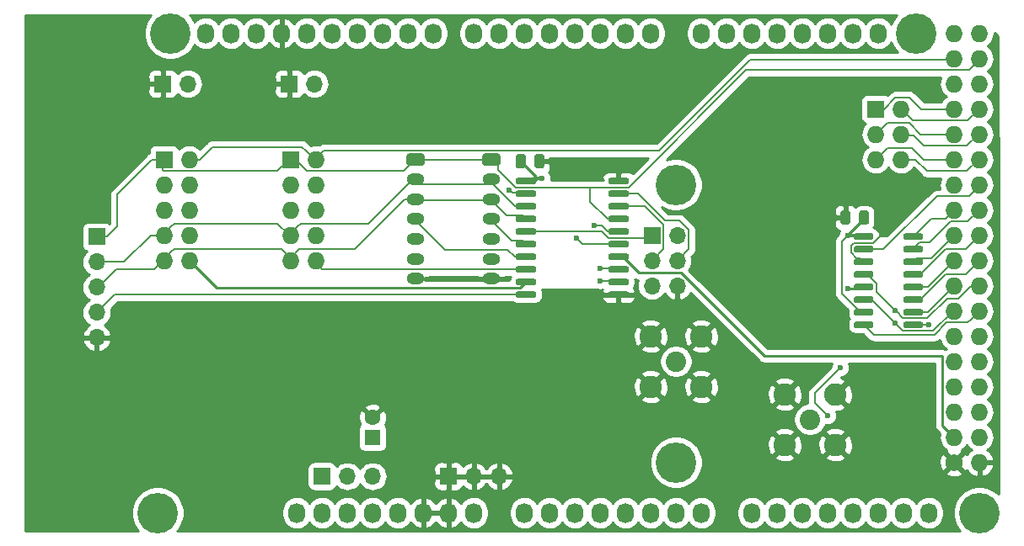
<source format=gbr>
%TF.GenerationSoftware,KiCad,Pcbnew,(5.1.2)-1*%
%TF.CreationDate,2020-03-11T09:00:41+01:00*%
%TF.ProjectId,ArduinoShield_SPIlinedriver_Sync_2V0,41726475-696e-46f5-9368-69656c645f53,rev?*%
%TF.SameCoordinates,Original*%
%TF.FileFunction,Copper,L2,Bot*%
%TF.FilePolarity,Positive*%
%FSLAX46Y46*%
G04 Gerber Fmt 4.6, Leading zero omitted, Abs format (unit mm)*
G04 Created by KiCad (PCBNEW (5.1.2)-1) date 2020-03-11 09:00:42*
%MOMM*%
%LPD*%
G04 APERTURE LIST*
%ADD10R,1.727200X1.727200*%
%ADD11O,1.727200X1.727200*%
%ADD12C,1.600000*%
%ADD13R,1.600000X1.600000*%
%ADD14R,1.700000X1.700000*%
%ADD15O,1.700000X1.700000*%
%ADD16C,1.727200*%
%ADD17O,1.727200X2.032000*%
%ADD18C,4.064000*%
%ADD19C,0.100000*%
%ADD20C,0.975000*%
%ADD21O,1.800000X1.200000*%
%ADD22C,1.200000*%
%ADD23C,2.050000*%
%ADD24C,2.250000*%
%ADD25C,0.600000*%
%ADD26C,0.200000*%
%ADD27C,0.350000*%
%ADD28C,0.250000*%
%ADD29C,0.254000*%
G04 APERTURE END LIST*
D10*
X189484000Y-78486000D03*
D11*
X192024000Y-78486000D03*
X189484000Y-81026000D03*
X192024000Y-81026000D03*
X189484000Y-83566000D03*
X192024000Y-83566000D03*
X120523000Y-93726000D03*
X117983000Y-93726000D03*
X120523000Y-91186000D03*
X117983000Y-91186000D03*
X120523000Y-88646000D03*
X117983000Y-88646000D03*
X120523000Y-86106000D03*
X117983000Y-86106000D03*
X120523000Y-83566000D03*
D10*
X117983000Y-83566000D03*
D11*
X133223000Y-93726000D03*
X130683000Y-93726000D03*
X133223000Y-91186000D03*
X130683000Y-91186000D03*
X133223000Y-88646000D03*
X130683000Y-88646000D03*
X133223000Y-86106000D03*
X130683000Y-86106000D03*
X133223000Y-83566000D03*
D10*
X130683000Y-83566000D03*
D12*
X138938000Y-109538000D03*
D13*
X138938000Y-111538000D03*
D14*
X111226600Y-91338400D03*
D15*
X111226600Y-93878400D03*
X111226600Y-96418400D03*
X111226600Y-98958400D03*
X111226600Y-101498400D03*
D16*
X197358000Y-114046000D03*
D11*
X199898000Y-114046000D03*
X197358000Y-111506000D03*
X199898000Y-111506000D03*
X197358000Y-108966000D03*
X199898000Y-108966000D03*
X197358000Y-106426000D03*
X199898000Y-106426000D03*
X197358000Y-103886000D03*
X199898000Y-103886000D03*
X197358000Y-101346000D03*
X199898000Y-101346000D03*
X197358000Y-98806000D03*
X199898000Y-98806000D03*
X197358000Y-96266000D03*
X199898000Y-96266000D03*
X197358000Y-93726000D03*
X199898000Y-93726000D03*
X197358000Y-91186000D03*
X199898000Y-91186000D03*
X197358000Y-88646000D03*
X199898000Y-88646000D03*
X197358000Y-86106000D03*
X199898000Y-86106000D03*
X197358000Y-83566000D03*
X199898000Y-83566000D03*
X197358000Y-81026000D03*
X199898000Y-81026000D03*
X197358000Y-78486000D03*
X199898000Y-78486000D03*
X197358000Y-75946000D03*
X199898000Y-75946000D03*
X197358000Y-73406000D03*
X199898000Y-73406000D03*
X197358000Y-70866000D03*
X199898000Y-70866000D03*
D17*
X131318000Y-119126000D03*
X133858000Y-119126000D03*
X136398000Y-119126000D03*
X138938000Y-119126000D03*
X141478000Y-119126000D03*
X144018000Y-119126000D03*
X146558000Y-119126000D03*
X149098000Y-119126000D03*
X154178000Y-119126000D03*
X156718000Y-119126000D03*
X159258000Y-119126000D03*
X161798000Y-119126000D03*
X164338000Y-119126000D03*
X166878000Y-119126000D03*
X169418000Y-119126000D03*
X171958000Y-119126000D03*
X177038000Y-119126000D03*
X179578000Y-119126000D03*
X182118000Y-119126000D03*
X184658000Y-119126000D03*
X187198000Y-119126000D03*
X189738000Y-119126000D03*
X192278000Y-119126000D03*
X194818000Y-119126000D03*
X122174000Y-70866000D03*
X124714000Y-70866000D03*
X127254000Y-70866000D03*
X129794000Y-70866000D03*
X132334000Y-70866000D03*
X134874000Y-70866000D03*
X137414000Y-70866000D03*
X139954000Y-70866000D03*
X142494000Y-70866000D03*
X145034000Y-70866000D03*
X149098000Y-70866000D03*
X151638000Y-70866000D03*
X154178000Y-70866000D03*
X156718000Y-70866000D03*
X159258000Y-70866000D03*
X161798000Y-70866000D03*
X164338000Y-70866000D03*
X166878000Y-70866000D03*
X171958000Y-70866000D03*
X174498000Y-70866000D03*
X177038000Y-70866000D03*
X179578000Y-70866000D03*
X182118000Y-70866000D03*
X184658000Y-70866000D03*
X187198000Y-70866000D03*
X189738000Y-70866000D03*
D18*
X117348000Y-119126000D03*
X169418000Y-114046000D03*
X199898000Y-119126000D03*
X118618000Y-70866000D03*
X169418000Y-86106000D03*
X193548000Y-70866000D03*
D19*
G36*
X155969642Y-83044974D02*
G01*
X155993303Y-83048484D01*
X156016507Y-83054296D01*
X156039029Y-83062354D01*
X156060653Y-83072582D01*
X156081170Y-83084879D01*
X156100383Y-83099129D01*
X156118107Y-83115193D01*
X156134171Y-83132917D01*
X156148421Y-83152130D01*
X156160718Y-83172647D01*
X156170946Y-83194271D01*
X156179004Y-83216793D01*
X156184816Y-83239997D01*
X156188326Y-83263658D01*
X156189500Y-83287550D01*
X156189500Y-84200050D01*
X156188326Y-84223942D01*
X156184816Y-84247603D01*
X156179004Y-84270807D01*
X156170946Y-84293329D01*
X156160718Y-84314953D01*
X156148421Y-84335470D01*
X156134171Y-84354683D01*
X156118107Y-84372407D01*
X156100383Y-84388471D01*
X156081170Y-84402721D01*
X156060653Y-84415018D01*
X156039029Y-84425246D01*
X156016507Y-84433304D01*
X155993303Y-84439116D01*
X155969642Y-84442626D01*
X155945750Y-84443800D01*
X155458250Y-84443800D01*
X155434358Y-84442626D01*
X155410697Y-84439116D01*
X155387493Y-84433304D01*
X155364971Y-84425246D01*
X155343347Y-84415018D01*
X155322830Y-84402721D01*
X155303617Y-84388471D01*
X155285893Y-84372407D01*
X155269829Y-84354683D01*
X155255579Y-84335470D01*
X155243282Y-84314953D01*
X155233054Y-84293329D01*
X155224996Y-84270807D01*
X155219184Y-84247603D01*
X155215674Y-84223942D01*
X155214500Y-84200050D01*
X155214500Y-83287550D01*
X155215674Y-83263658D01*
X155219184Y-83239997D01*
X155224996Y-83216793D01*
X155233054Y-83194271D01*
X155243282Y-83172647D01*
X155255579Y-83152130D01*
X155269829Y-83132917D01*
X155285893Y-83115193D01*
X155303617Y-83099129D01*
X155322830Y-83084879D01*
X155343347Y-83072582D01*
X155364971Y-83062354D01*
X155387493Y-83054296D01*
X155410697Y-83048484D01*
X155434358Y-83044974D01*
X155458250Y-83043800D01*
X155945750Y-83043800D01*
X155969642Y-83044974D01*
X155969642Y-83044974D01*
G37*
D20*
X155702000Y-83743800D03*
D19*
G36*
X154094642Y-83044974D02*
G01*
X154118303Y-83048484D01*
X154141507Y-83054296D01*
X154164029Y-83062354D01*
X154185653Y-83072582D01*
X154206170Y-83084879D01*
X154225383Y-83099129D01*
X154243107Y-83115193D01*
X154259171Y-83132917D01*
X154273421Y-83152130D01*
X154285718Y-83172647D01*
X154295946Y-83194271D01*
X154304004Y-83216793D01*
X154309816Y-83239997D01*
X154313326Y-83263658D01*
X154314500Y-83287550D01*
X154314500Y-84200050D01*
X154313326Y-84223942D01*
X154309816Y-84247603D01*
X154304004Y-84270807D01*
X154295946Y-84293329D01*
X154285718Y-84314953D01*
X154273421Y-84335470D01*
X154259171Y-84354683D01*
X154243107Y-84372407D01*
X154225383Y-84388471D01*
X154206170Y-84402721D01*
X154185653Y-84415018D01*
X154164029Y-84425246D01*
X154141507Y-84433304D01*
X154118303Y-84439116D01*
X154094642Y-84442626D01*
X154070750Y-84443800D01*
X153583250Y-84443800D01*
X153559358Y-84442626D01*
X153535697Y-84439116D01*
X153512493Y-84433304D01*
X153489971Y-84425246D01*
X153468347Y-84415018D01*
X153447830Y-84402721D01*
X153428617Y-84388471D01*
X153410893Y-84372407D01*
X153394829Y-84354683D01*
X153380579Y-84335470D01*
X153368282Y-84314953D01*
X153358054Y-84293329D01*
X153349996Y-84270807D01*
X153344184Y-84247603D01*
X153340674Y-84223942D01*
X153339500Y-84200050D01*
X153339500Y-83287550D01*
X153340674Y-83263658D01*
X153344184Y-83239997D01*
X153349996Y-83216793D01*
X153358054Y-83194271D01*
X153368282Y-83172647D01*
X153380579Y-83152130D01*
X153394829Y-83132917D01*
X153410893Y-83115193D01*
X153428617Y-83099129D01*
X153447830Y-83084879D01*
X153468347Y-83072582D01*
X153489971Y-83062354D01*
X153512493Y-83054296D01*
X153535697Y-83048484D01*
X153559358Y-83044974D01*
X153583250Y-83043800D01*
X154070750Y-83043800D01*
X154094642Y-83044974D01*
X154094642Y-83044974D01*
G37*
D20*
X153827000Y-83743800D03*
D19*
G36*
X188578642Y-88709174D02*
G01*
X188602303Y-88712684D01*
X188625507Y-88718496D01*
X188648029Y-88726554D01*
X188669653Y-88736782D01*
X188690170Y-88749079D01*
X188709383Y-88763329D01*
X188727107Y-88779393D01*
X188743171Y-88797117D01*
X188757421Y-88816330D01*
X188769718Y-88836847D01*
X188779946Y-88858471D01*
X188788004Y-88880993D01*
X188793816Y-88904197D01*
X188797326Y-88927858D01*
X188798500Y-88951750D01*
X188798500Y-89864250D01*
X188797326Y-89888142D01*
X188793816Y-89911803D01*
X188788004Y-89935007D01*
X188779946Y-89957529D01*
X188769718Y-89979153D01*
X188757421Y-89999670D01*
X188743171Y-90018883D01*
X188727107Y-90036607D01*
X188709383Y-90052671D01*
X188690170Y-90066921D01*
X188669653Y-90079218D01*
X188648029Y-90089446D01*
X188625507Y-90097504D01*
X188602303Y-90103316D01*
X188578642Y-90106826D01*
X188554750Y-90108000D01*
X188067250Y-90108000D01*
X188043358Y-90106826D01*
X188019697Y-90103316D01*
X187996493Y-90097504D01*
X187973971Y-90089446D01*
X187952347Y-90079218D01*
X187931830Y-90066921D01*
X187912617Y-90052671D01*
X187894893Y-90036607D01*
X187878829Y-90018883D01*
X187864579Y-89999670D01*
X187852282Y-89979153D01*
X187842054Y-89957529D01*
X187833996Y-89935007D01*
X187828184Y-89911803D01*
X187824674Y-89888142D01*
X187823500Y-89864250D01*
X187823500Y-88951750D01*
X187824674Y-88927858D01*
X187828184Y-88904197D01*
X187833996Y-88880993D01*
X187842054Y-88858471D01*
X187852282Y-88836847D01*
X187864579Y-88816330D01*
X187878829Y-88797117D01*
X187894893Y-88779393D01*
X187912617Y-88763329D01*
X187931830Y-88749079D01*
X187952347Y-88736782D01*
X187973971Y-88726554D01*
X187996493Y-88718496D01*
X188019697Y-88712684D01*
X188043358Y-88709174D01*
X188067250Y-88708000D01*
X188554750Y-88708000D01*
X188578642Y-88709174D01*
X188578642Y-88709174D01*
G37*
D20*
X188311000Y-89408000D03*
D19*
G36*
X186703642Y-88709174D02*
G01*
X186727303Y-88712684D01*
X186750507Y-88718496D01*
X186773029Y-88726554D01*
X186794653Y-88736782D01*
X186815170Y-88749079D01*
X186834383Y-88763329D01*
X186852107Y-88779393D01*
X186868171Y-88797117D01*
X186882421Y-88816330D01*
X186894718Y-88836847D01*
X186904946Y-88858471D01*
X186913004Y-88880993D01*
X186918816Y-88904197D01*
X186922326Y-88927858D01*
X186923500Y-88951750D01*
X186923500Y-89864250D01*
X186922326Y-89888142D01*
X186918816Y-89911803D01*
X186913004Y-89935007D01*
X186904946Y-89957529D01*
X186894718Y-89979153D01*
X186882421Y-89999670D01*
X186868171Y-90018883D01*
X186852107Y-90036607D01*
X186834383Y-90052671D01*
X186815170Y-90066921D01*
X186794653Y-90079218D01*
X186773029Y-90089446D01*
X186750507Y-90097504D01*
X186727303Y-90103316D01*
X186703642Y-90106826D01*
X186679750Y-90108000D01*
X186192250Y-90108000D01*
X186168358Y-90106826D01*
X186144697Y-90103316D01*
X186121493Y-90097504D01*
X186098971Y-90089446D01*
X186077347Y-90079218D01*
X186056830Y-90066921D01*
X186037617Y-90052671D01*
X186019893Y-90036607D01*
X186003829Y-90018883D01*
X185989579Y-89999670D01*
X185977282Y-89979153D01*
X185967054Y-89957529D01*
X185958996Y-89935007D01*
X185953184Y-89911803D01*
X185949674Y-89888142D01*
X185948500Y-89864250D01*
X185948500Y-88951750D01*
X185949674Y-88927858D01*
X185953184Y-88904197D01*
X185958996Y-88880993D01*
X185967054Y-88858471D01*
X185977282Y-88836847D01*
X185989579Y-88816330D01*
X186003829Y-88797117D01*
X186019893Y-88779393D01*
X186037617Y-88763329D01*
X186056830Y-88749079D01*
X186077347Y-88736782D01*
X186098971Y-88726554D01*
X186121493Y-88718496D01*
X186144697Y-88712684D01*
X186168358Y-88709174D01*
X186192250Y-88708000D01*
X186679750Y-88708000D01*
X186703642Y-88709174D01*
X186703642Y-88709174D01*
G37*
D20*
X186436000Y-89408000D03*
D21*
X150876000Y-95566000D03*
X150876000Y-93566000D03*
X150876000Y-91566000D03*
X150876000Y-89566000D03*
X150876000Y-87566000D03*
X150876000Y-85566000D03*
D19*
G36*
X151550505Y-82967204D02*
G01*
X151574773Y-82970804D01*
X151598572Y-82976765D01*
X151621671Y-82985030D01*
X151643850Y-82995520D01*
X151664893Y-83008132D01*
X151684599Y-83022747D01*
X151702777Y-83039223D01*
X151719253Y-83057401D01*
X151733868Y-83077107D01*
X151746480Y-83098150D01*
X151756970Y-83120329D01*
X151765235Y-83143428D01*
X151771196Y-83167227D01*
X151774796Y-83191495D01*
X151776000Y-83215999D01*
X151776000Y-83916001D01*
X151774796Y-83940505D01*
X151771196Y-83964773D01*
X151765235Y-83988572D01*
X151756970Y-84011671D01*
X151746480Y-84033850D01*
X151733868Y-84054893D01*
X151719253Y-84074599D01*
X151702777Y-84092777D01*
X151684599Y-84109253D01*
X151664893Y-84123868D01*
X151643850Y-84136480D01*
X151621671Y-84146970D01*
X151598572Y-84155235D01*
X151574773Y-84161196D01*
X151550505Y-84164796D01*
X151526001Y-84166000D01*
X150225999Y-84166000D01*
X150201495Y-84164796D01*
X150177227Y-84161196D01*
X150153428Y-84155235D01*
X150130329Y-84146970D01*
X150108150Y-84136480D01*
X150087107Y-84123868D01*
X150067401Y-84109253D01*
X150049223Y-84092777D01*
X150032747Y-84074599D01*
X150018132Y-84054893D01*
X150005520Y-84033850D01*
X149995030Y-84011671D01*
X149986765Y-83988572D01*
X149980804Y-83964773D01*
X149977204Y-83940505D01*
X149976000Y-83916001D01*
X149976000Y-83215999D01*
X149977204Y-83191495D01*
X149980804Y-83167227D01*
X149986765Y-83143428D01*
X149995030Y-83120329D01*
X150005520Y-83098150D01*
X150018132Y-83077107D01*
X150032747Y-83057401D01*
X150049223Y-83039223D01*
X150067401Y-83022747D01*
X150087107Y-83008132D01*
X150108150Y-82995520D01*
X150130329Y-82985030D01*
X150153428Y-82976765D01*
X150177227Y-82970804D01*
X150201495Y-82967204D01*
X150225999Y-82966000D01*
X151526001Y-82966000D01*
X151550505Y-82967204D01*
X151550505Y-82967204D01*
G37*
D22*
X150876000Y-83566000D03*
D14*
X167005000Y-91211400D03*
D15*
X169545000Y-91211400D03*
X167005000Y-93751400D03*
X169545000Y-93751400D03*
X167005000Y-96291400D03*
X169545000Y-96291400D03*
D19*
G36*
X143930505Y-82967204D02*
G01*
X143954773Y-82970804D01*
X143978572Y-82976765D01*
X144001671Y-82985030D01*
X144023850Y-82995520D01*
X144044893Y-83008132D01*
X144064599Y-83022747D01*
X144082777Y-83039223D01*
X144099253Y-83057401D01*
X144113868Y-83077107D01*
X144126480Y-83098150D01*
X144136970Y-83120329D01*
X144145235Y-83143428D01*
X144151196Y-83167227D01*
X144154796Y-83191495D01*
X144156000Y-83215999D01*
X144156000Y-83916001D01*
X144154796Y-83940505D01*
X144151196Y-83964773D01*
X144145235Y-83988572D01*
X144136970Y-84011671D01*
X144126480Y-84033850D01*
X144113868Y-84054893D01*
X144099253Y-84074599D01*
X144082777Y-84092777D01*
X144064599Y-84109253D01*
X144044893Y-84123868D01*
X144023850Y-84136480D01*
X144001671Y-84146970D01*
X143978572Y-84155235D01*
X143954773Y-84161196D01*
X143930505Y-84164796D01*
X143906001Y-84166000D01*
X142605999Y-84166000D01*
X142581495Y-84164796D01*
X142557227Y-84161196D01*
X142533428Y-84155235D01*
X142510329Y-84146970D01*
X142488150Y-84136480D01*
X142467107Y-84123868D01*
X142447401Y-84109253D01*
X142429223Y-84092777D01*
X142412747Y-84074599D01*
X142398132Y-84054893D01*
X142385520Y-84033850D01*
X142375030Y-84011671D01*
X142366765Y-83988572D01*
X142360804Y-83964773D01*
X142357204Y-83940505D01*
X142356000Y-83916001D01*
X142356000Y-83215999D01*
X142357204Y-83191495D01*
X142360804Y-83167227D01*
X142366765Y-83143428D01*
X142375030Y-83120329D01*
X142385520Y-83098150D01*
X142398132Y-83077107D01*
X142412747Y-83057401D01*
X142429223Y-83039223D01*
X142447401Y-83022747D01*
X142467107Y-83008132D01*
X142488150Y-82995520D01*
X142510329Y-82985030D01*
X142533428Y-82976765D01*
X142557227Y-82970804D01*
X142581495Y-82967204D01*
X142605999Y-82966000D01*
X143906001Y-82966000D01*
X143930505Y-82967204D01*
X143930505Y-82967204D01*
G37*
D22*
X143256000Y-83566000D03*
D21*
X143256000Y-85566000D03*
X143256000Y-87566000D03*
X143256000Y-89566000D03*
X143256000Y-91566000D03*
X143256000Y-93566000D03*
X143256000Y-95566000D03*
D23*
X182880000Y-109728000D03*
D24*
X185420000Y-112268000D03*
X185420000Y-107188000D03*
X180340000Y-107188000D03*
X180340000Y-112268000D03*
X166878000Y-106426000D03*
X166878000Y-101346000D03*
X171958000Y-101346000D03*
X171958000Y-106426000D03*
D23*
X169418000Y-103886000D03*
D19*
G36*
X164543703Y-85425722D02*
G01*
X164558264Y-85427882D01*
X164572543Y-85431459D01*
X164586403Y-85436418D01*
X164599710Y-85442712D01*
X164612336Y-85450280D01*
X164624159Y-85459048D01*
X164635066Y-85468934D01*
X164644952Y-85479841D01*
X164653720Y-85491664D01*
X164661288Y-85504290D01*
X164667582Y-85517597D01*
X164672541Y-85531457D01*
X164676118Y-85545736D01*
X164678278Y-85560297D01*
X164679000Y-85575000D01*
X164679000Y-85875000D01*
X164678278Y-85889703D01*
X164676118Y-85904264D01*
X164672541Y-85918543D01*
X164667582Y-85932403D01*
X164661288Y-85945710D01*
X164653720Y-85958336D01*
X164644952Y-85970159D01*
X164635066Y-85981066D01*
X164624159Y-85990952D01*
X164612336Y-85999720D01*
X164599710Y-86007288D01*
X164586403Y-86013582D01*
X164572543Y-86018541D01*
X164558264Y-86022118D01*
X164543703Y-86024278D01*
X164529000Y-86025000D01*
X162779000Y-86025000D01*
X162764297Y-86024278D01*
X162749736Y-86022118D01*
X162735457Y-86018541D01*
X162721597Y-86013582D01*
X162708290Y-86007288D01*
X162695664Y-85999720D01*
X162683841Y-85990952D01*
X162672934Y-85981066D01*
X162663048Y-85970159D01*
X162654280Y-85958336D01*
X162646712Y-85945710D01*
X162640418Y-85932403D01*
X162635459Y-85918543D01*
X162631882Y-85904264D01*
X162629722Y-85889703D01*
X162629000Y-85875000D01*
X162629000Y-85575000D01*
X162629722Y-85560297D01*
X162631882Y-85545736D01*
X162635459Y-85531457D01*
X162640418Y-85517597D01*
X162646712Y-85504290D01*
X162654280Y-85491664D01*
X162663048Y-85479841D01*
X162672934Y-85468934D01*
X162683841Y-85459048D01*
X162695664Y-85450280D01*
X162708290Y-85442712D01*
X162721597Y-85436418D01*
X162735457Y-85431459D01*
X162749736Y-85427882D01*
X162764297Y-85425722D01*
X162779000Y-85425000D01*
X164529000Y-85425000D01*
X164543703Y-85425722D01*
X164543703Y-85425722D01*
G37*
D25*
X163654000Y-85725000D03*
D19*
G36*
X164543703Y-86695722D02*
G01*
X164558264Y-86697882D01*
X164572543Y-86701459D01*
X164586403Y-86706418D01*
X164599710Y-86712712D01*
X164612336Y-86720280D01*
X164624159Y-86729048D01*
X164635066Y-86738934D01*
X164644952Y-86749841D01*
X164653720Y-86761664D01*
X164661288Y-86774290D01*
X164667582Y-86787597D01*
X164672541Y-86801457D01*
X164676118Y-86815736D01*
X164678278Y-86830297D01*
X164679000Y-86845000D01*
X164679000Y-87145000D01*
X164678278Y-87159703D01*
X164676118Y-87174264D01*
X164672541Y-87188543D01*
X164667582Y-87202403D01*
X164661288Y-87215710D01*
X164653720Y-87228336D01*
X164644952Y-87240159D01*
X164635066Y-87251066D01*
X164624159Y-87260952D01*
X164612336Y-87269720D01*
X164599710Y-87277288D01*
X164586403Y-87283582D01*
X164572543Y-87288541D01*
X164558264Y-87292118D01*
X164543703Y-87294278D01*
X164529000Y-87295000D01*
X162779000Y-87295000D01*
X162764297Y-87294278D01*
X162749736Y-87292118D01*
X162735457Y-87288541D01*
X162721597Y-87283582D01*
X162708290Y-87277288D01*
X162695664Y-87269720D01*
X162683841Y-87260952D01*
X162672934Y-87251066D01*
X162663048Y-87240159D01*
X162654280Y-87228336D01*
X162646712Y-87215710D01*
X162640418Y-87202403D01*
X162635459Y-87188543D01*
X162631882Y-87174264D01*
X162629722Y-87159703D01*
X162629000Y-87145000D01*
X162629000Y-86845000D01*
X162629722Y-86830297D01*
X162631882Y-86815736D01*
X162635459Y-86801457D01*
X162640418Y-86787597D01*
X162646712Y-86774290D01*
X162654280Y-86761664D01*
X162663048Y-86749841D01*
X162672934Y-86738934D01*
X162683841Y-86729048D01*
X162695664Y-86720280D01*
X162708290Y-86712712D01*
X162721597Y-86706418D01*
X162735457Y-86701459D01*
X162749736Y-86697882D01*
X162764297Y-86695722D01*
X162779000Y-86695000D01*
X164529000Y-86695000D01*
X164543703Y-86695722D01*
X164543703Y-86695722D01*
G37*
D25*
X163654000Y-86995000D03*
D19*
G36*
X164543703Y-87965722D02*
G01*
X164558264Y-87967882D01*
X164572543Y-87971459D01*
X164586403Y-87976418D01*
X164599710Y-87982712D01*
X164612336Y-87990280D01*
X164624159Y-87999048D01*
X164635066Y-88008934D01*
X164644952Y-88019841D01*
X164653720Y-88031664D01*
X164661288Y-88044290D01*
X164667582Y-88057597D01*
X164672541Y-88071457D01*
X164676118Y-88085736D01*
X164678278Y-88100297D01*
X164679000Y-88115000D01*
X164679000Y-88415000D01*
X164678278Y-88429703D01*
X164676118Y-88444264D01*
X164672541Y-88458543D01*
X164667582Y-88472403D01*
X164661288Y-88485710D01*
X164653720Y-88498336D01*
X164644952Y-88510159D01*
X164635066Y-88521066D01*
X164624159Y-88530952D01*
X164612336Y-88539720D01*
X164599710Y-88547288D01*
X164586403Y-88553582D01*
X164572543Y-88558541D01*
X164558264Y-88562118D01*
X164543703Y-88564278D01*
X164529000Y-88565000D01*
X162779000Y-88565000D01*
X162764297Y-88564278D01*
X162749736Y-88562118D01*
X162735457Y-88558541D01*
X162721597Y-88553582D01*
X162708290Y-88547288D01*
X162695664Y-88539720D01*
X162683841Y-88530952D01*
X162672934Y-88521066D01*
X162663048Y-88510159D01*
X162654280Y-88498336D01*
X162646712Y-88485710D01*
X162640418Y-88472403D01*
X162635459Y-88458543D01*
X162631882Y-88444264D01*
X162629722Y-88429703D01*
X162629000Y-88415000D01*
X162629000Y-88115000D01*
X162629722Y-88100297D01*
X162631882Y-88085736D01*
X162635459Y-88071457D01*
X162640418Y-88057597D01*
X162646712Y-88044290D01*
X162654280Y-88031664D01*
X162663048Y-88019841D01*
X162672934Y-88008934D01*
X162683841Y-87999048D01*
X162695664Y-87990280D01*
X162708290Y-87982712D01*
X162721597Y-87976418D01*
X162735457Y-87971459D01*
X162749736Y-87967882D01*
X162764297Y-87965722D01*
X162779000Y-87965000D01*
X164529000Y-87965000D01*
X164543703Y-87965722D01*
X164543703Y-87965722D01*
G37*
D25*
X163654000Y-88265000D03*
D19*
G36*
X164543703Y-89235722D02*
G01*
X164558264Y-89237882D01*
X164572543Y-89241459D01*
X164586403Y-89246418D01*
X164599710Y-89252712D01*
X164612336Y-89260280D01*
X164624159Y-89269048D01*
X164635066Y-89278934D01*
X164644952Y-89289841D01*
X164653720Y-89301664D01*
X164661288Y-89314290D01*
X164667582Y-89327597D01*
X164672541Y-89341457D01*
X164676118Y-89355736D01*
X164678278Y-89370297D01*
X164679000Y-89385000D01*
X164679000Y-89685000D01*
X164678278Y-89699703D01*
X164676118Y-89714264D01*
X164672541Y-89728543D01*
X164667582Y-89742403D01*
X164661288Y-89755710D01*
X164653720Y-89768336D01*
X164644952Y-89780159D01*
X164635066Y-89791066D01*
X164624159Y-89800952D01*
X164612336Y-89809720D01*
X164599710Y-89817288D01*
X164586403Y-89823582D01*
X164572543Y-89828541D01*
X164558264Y-89832118D01*
X164543703Y-89834278D01*
X164529000Y-89835000D01*
X162779000Y-89835000D01*
X162764297Y-89834278D01*
X162749736Y-89832118D01*
X162735457Y-89828541D01*
X162721597Y-89823582D01*
X162708290Y-89817288D01*
X162695664Y-89809720D01*
X162683841Y-89800952D01*
X162672934Y-89791066D01*
X162663048Y-89780159D01*
X162654280Y-89768336D01*
X162646712Y-89755710D01*
X162640418Y-89742403D01*
X162635459Y-89728543D01*
X162631882Y-89714264D01*
X162629722Y-89699703D01*
X162629000Y-89685000D01*
X162629000Y-89385000D01*
X162629722Y-89370297D01*
X162631882Y-89355736D01*
X162635459Y-89341457D01*
X162640418Y-89327597D01*
X162646712Y-89314290D01*
X162654280Y-89301664D01*
X162663048Y-89289841D01*
X162672934Y-89278934D01*
X162683841Y-89269048D01*
X162695664Y-89260280D01*
X162708290Y-89252712D01*
X162721597Y-89246418D01*
X162735457Y-89241459D01*
X162749736Y-89237882D01*
X162764297Y-89235722D01*
X162779000Y-89235000D01*
X164529000Y-89235000D01*
X164543703Y-89235722D01*
X164543703Y-89235722D01*
G37*
D25*
X163654000Y-89535000D03*
D19*
G36*
X164543703Y-90505722D02*
G01*
X164558264Y-90507882D01*
X164572543Y-90511459D01*
X164586403Y-90516418D01*
X164599710Y-90522712D01*
X164612336Y-90530280D01*
X164624159Y-90539048D01*
X164635066Y-90548934D01*
X164644952Y-90559841D01*
X164653720Y-90571664D01*
X164661288Y-90584290D01*
X164667582Y-90597597D01*
X164672541Y-90611457D01*
X164676118Y-90625736D01*
X164678278Y-90640297D01*
X164679000Y-90655000D01*
X164679000Y-90955000D01*
X164678278Y-90969703D01*
X164676118Y-90984264D01*
X164672541Y-90998543D01*
X164667582Y-91012403D01*
X164661288Y-91025710D01*
X164653720Y-91038336D01*
X164644952Y-91050159D01*
X164635066Y-91061066D01*
X164624159Y-91070952D01*
X164612336Y-91079720D01*
X164599710Y-91087288D01*
X164586403Y-91093582D01*
X164572543Y-91098541D01*
X164558264Y-91102118D01*
X164543703Y-91104278D01*
X164529000Y-91105000D01*
X162779000Y-91105000D01*
X162764297Y-91104278D01*
X162749736Y-91102118D01*
X162735457Y-91098541D01*
X162721597Y-91093582D01*
X162708290Y-91087288D01*
X162695664Y-91079720D01*
X162683841Y-91070952D01*
X162672934Y-91061066D01*
X162663048Y-91050159D01*
X162654280Y-91038336D01*
X162646712Y-91025710D01*
X162640418Y-91012403D01*
X162635459Y-90998543D01*
X162631882Y-90984264D01*
X162629722Y-90969703D01*
X162629000Y-90955000D01*
X162629000Y-90655000D01*
X162629722Y-90640297D01*
X162631882Y-90625736D01*
X162635459Y-90611457D01*
X162640418Y-90597597D01*
X162646712Y-90584290D01*
X162654280Y-90571664D01*
X162663048Y-90559841D01*
X162672934Y-90548934D01*
X162683841Y-90539048D01*
X162695664Y-90530280D01*
X162708290Y-90522712D01*
X162721597Y-90516418D01*
X162735457Y-90511459D01*
X162749736Y-90507882D01*
X162764297Y-90505722D01*
X162779000Y-90505000D01*
X164529000Y-90505000D01*
X164543703Y-90505722D01*
X164543703Y-90505722D01*
G37*
D25*
X163654000Y-90805000D03*
D19*
G36*
X164543703Y-91775722D02*
G01*
X164558264Y-91777882D01*
X164572543Y-91781459D01*
X164586403Y-91786418D01*
X164599710Y-91792712D01*
X164612336Y-91800280D01*
X164624159Y-91809048D01*
X164635066Y-91818934D01*
X164644952Y-91829841D01*
X164653720Y-91841664D01*
X164661288Y-91854290D01*
X164667582Y-91867597D01*
X164672541Y-91881457D01*
X164676118Y-91895736D01*
X164678278Y-91910297D01*
X164679000Y-91925000D01*
X164679000Y-92225000D01*
X164678278Y-92239703D01*
X164676118Y-92254264D01*
X164672541Y-92268543D01*
X164667582Y-92282403D01*
X164661288Y-92295710D01*
X164653720Y-92308336D01*
X164644952Y-92320159D01*
X164635066Y-92331066D01*
X164624159Y-92340952D01*
X164612336Y-92349720D01*
X164599710Y-92357288D01*
X164586403Y-92363582D01*
X164572543Y-92368541D01*
X164558264Y-92372118D01*
X164543703Y-92374278D01*
X164529000Y-92375000D01*
X162779000Y-92375000D01*
X162764297Y-92374278D01*
X162749736Y-92372118D01*
X162735457Y-92368541D01*
X162721597Y-92363582D01*
X162708290Y-92357288D01*
X162695664Y-92349720D01*
X162683841Y-92340952D01*
X162672934Y-92331066D01*
X162663048Y-92320159D01*
X162654280Y-92308336D01*
X162646712Y-92295710D01*
X162640418Y-92282403D01*
X162635459Y-92268543D01*
X162631882Y-92254264D01*
X162629722Y-92239703D01*
X162629000Y-92225000D01*
X162629000Y-91925000D01*
X162629722Y-91910297D01*
X162631882Y-91895736D01*
X162635459Y-91881457D01*
X162640418Y-91867597D01*
X162646712Y-91854290D01*
X162654280Y-91841664D01*
X162663048Y-91829841D01*
X162672934Y-91818934D01*
X162683841Y-91809048D01*
X162695664Y-91800280D01*
X162708290Y-91792712D01*
X162721597Y-91786418D01*
X162735457Y-91781459D01*
X162749736Y-91777882D01*
X162764297Y-91775722D01*
X162779000Y-91775000D01*
X164529000Y-91775000D01*
X164543703Y-91775722D01*
X164543703Y-91775722D01*
G37*
D25*
X163654000Y-92075000D03*
D19*
G36*
X164543703Y-93045722D02*
G01*
X164558264Y-93047882D01*
X164572543Y-93051459D01*
X164586403Y-93056418D01*
X164599710Y-93062712D01*
X164612336Y-93070280D01*
X164624159Y-93079048D01*
X164635066Y-93088934D01*
X164644952Y-93099841D01*
X164653720Y-93111664D01*
X164661288Y-93124290D01*
X164667582Y-93137597D01*
X164672541Y-93151457D01*
X164676118Y-93165736D01*
X164678278Y-93180297D01*
X164679000Y-93195000D01*
X164679000Y-93495000D01*
X164678278Y-93509703D01*
X164676118Y-93524264D01*
X164672541Y-93538543D01*
X164667582Y-93552403D01*
X164661288Y-93565710D01*
X164653720Y-93578336D01*
X164644952Y-93590159D01*
X164635066Y-93601066D01*
X164624159Y-93610952D01*
X164612336Y-93619720D01*
X164599710Y-93627288D01*
X164586403Y-93633582D01*
X164572543Y-93638541D01*
X164558264Y-93642118D01*
X164543703Y-93644278D01*
X164529000Y-93645000D01*
X162779000Y-93645000D01*
X162764297Y-93644278D01*
X162749736Y-93642118D01*
X162735457Y-93638541D01*
X162721597Y-93633582D01*
X162708290Y-93627288D01*
X162695664Y-93619720D01*
X162683841Y-93610952D01*
X162672934Y-93601066D01*
X162663048Y-93590159D01*
X162654280Y-93578336D01*
X162646712Y-93565710D01*
X162640418Y-93552403D01*
X162635459Y-93538543D01*
X162631882Y-93524264D01*
X162629722Y-93509703D01*
X162629000Y-93495000D01*
X162629000Y-93195000D01*
X162629722Y-93180297D01*
X162631882Y-93165736D01*
X162635459Y-93151457D01*
X162640418Y-93137597D01*
X162646712Y-93124290D01*
X162654280Y-93111664D01*
X162663048Y-93099841D01*
X162672934Y-93088934D01*
X162683841Y-93079048D01*
X162695664Y-93070280D01*
X162708290Y-93062712D01*
X162721597Y-93056418D01*
X162735457Y-93051459D01*
X162749736Y-93047882D01*
X162764297Y-93045722D01*
X162779000Y-93045000D01*
X164529000Y-93045000D01*
X164543703Y-93045722D01*
X164543703Y-93045722D01*
G37*
D25*
X163654000Y-93345000D03*
D19*
G36*
X164543703Y-94315722D02*
G01*
X164558264Y-94317882D01*
X164572543Y-94321459D01*
X164586403Y-94326418D01*
X164599710Y-94332712D01*
X164612336Y-94340280D01*
X164624159Y-94349048D01*
X164635066Y-94358934D01*
X164644952Y-94369841D01*
X164653720Y-94381664D01*
X164661288Y-94394290D01*
X164667582Y-94407597D01*
X164672541Y-94421457D01*
X164676118Y-94435736D01*
X164678278Y-94450297D01*
X164679000Y-94465000D01*
X164679000Y-94765000D01*
X164678278Y-94779703D01*
X164676118Y-94794264D01*
X164672541Y-94808543D01*
X164667582Y-94822403D01*
X164661288Y-94835710D01*
X164653720Y-94848336D01*
X164644952Y-94860159D01*
X164635066Y-94871066D01*
X164624159Y-94880952D01*
X164612336Y-94889720D01*
X164599710Y-94897288D01*
X164586403Y-94903582D01*
X164572543Y-94908541D01*
X164558264Y-94912118D01*
X164543703Y-94914278D01*
X164529000Y-94915000D01*
X162779000Y-94915000D01*
X162764297Y-94914278D01*
X162749736Y-94912118D01*
X162735457Y-94908541D01*
X162721597Y-94903582D01*
X162708290Y-94897288D01*
X162695664Y-94889720D01*
X162683841Y-94880952D01*
X162672934Y-94871066D01*
X162663048Y-94860159D01*
X162654280Y-94848336D01*
X162646712Y-94835710D01*
X162640418Y-94822403D01*
X162635459Y-94808543D01*
X162631882Y-94794264D01*
X162629722Y-94779703D01*
X162629000Y-94765000D01*
X162629000Y-94465000D01*
X162629722Y-94450297D01*
X162631882Y-94435736D01*
X162635459Y-94421457D01*
X162640418Y-94407597D01*
X162646712Y-94394290D01*
X162654280Y-94381664D01*
X162663048Y-94369841D01*
X162672934Y-94358934D01*
X162683841Y-94349048D01*
X162695664Y-94340280D01*
X162708290Y-94332712D01*
X162721597Y-94326418D01*
X162735457Y-94321459D01*
X162749736Y-94317882D01*
X162764297Y-94315722D01*
X162779000Y-94315000D01*
X164529000Y-94315000D01*
X164543703Y-94315722D01*
X164543703Y-94315722D01*
G37*
D25*
X163654000Y-94615000D03*
D19*
G36*
X164543703Y-95585722D02*
G01*
X164558264Y-95587882D01*
X164572543Y-95591459D01*
X164586403Y-95596418D01*
X164599710Y-95602712D01*
X164612336Y-95610280D01*
X164624159Y-95619048D01*
X164635066Y-95628934D01*
X164644952Y-95639841D01*
X164653720Y-95651664D01*
X164661288Y-95664290D01*
X164667582Y-95677597D01*
X164672541Y-95691457D01*
X164676118Y-95705736D01*
X164678278Y-95720297D01*
X164679000Y-95735000D01*
X164679000Y-96035000D01*
X164678278Y-96049703D01*
X164676118Y-96064264D01*
X164672541Y-96078543D01*
X164667582Y-96092403D01*
X164661288Y-96105710D01*
X164653720Y-96118336D01*
X164644952Y-96130159D01*
X164635066Y-96141066D01*
X164624159Y-96150952D01*
X164612336Y-96159720D01*
X164599710Y-96167288D01*
X164586403Y-96173582D01*
X164572543Y-96178541D01*
X164558264Y-96182118D01*
X164543703Y-96184278D01*
X164529000Y-96185000D01*
X162779000Y-96185000D01*
X162764297Y-96184278D01*
X162749736Y-96182118D01*
X162735457Y-96178541D01*
X162721597Y-96173582D01*
X162708290Y-96167288D01*
X162695664Y-96159720D01*
X162683841Y-96150952D01*
X162672934Y-96141066D01*
X162663048Y-96130159D01*
X162654280Y-96118336D01*
X162646712Y-96105710D01*
X162640418Y-96092403D01*
X162635459Y-96078543D01*
X162631882Y-96064264D01*
X162629722Y-96049703D01*
X162629000Y-96035000D01*
X162629000Y-95735000D01*
X162629722Y-95720297D01*
X162631882Y-95705736D01*
X162635459Y-95691457D01*
X162640418Y-95677597D01*
X162646712Y-95664290D01*
X162654280Y-95651664D01*
X162663048Y-95639841D01*
X162672934Y-95628934D01*
X162683841Y-95619048D01*
X162695664Y-95610280D01*
X162708290Y-95602712D01*
X162721597Y-95596418D01*
X162735457Y-95591459D01*
X162749736Y-95587882D01*
X162764297Y-95585722D01*
X162779000Y-95585000D01*
X164529000Y-95585000D01*
X164543703Y-95585722D01*
X164543703Y-95585722D01*
G37*
D25*
X163654000Y-95885000D03*
D19*
G36*
X164543703Y-96855722D02*
G01*
X164558264Y-96857882D01*
X164572543Y-96861459D01*
X164586403Y-96866418D01*
X164599710Y-96872712D01*
X164612336Y-96880280D01*
X164624159Y-96889048D01*
X164635066Y-96898934D01*
X164644952Y-96909841D01*
X164653720Y-96921664D01*
X164661288Y-96934290D01*
X164667582Y-96947597D01*
X164672541Y-96961457D01*
X164676118Y-96975736D01*
X164678278Y-96990297D01*
X164679000Y-97005000D01*
X164679000Y-97305000D01*
X164678278Y-97319703D01*
X164676118Y-97334264D01*
X164672541Y-97348543D01*
X164667582Y-97362403D01*
X164661288Y-97375710D01*
X164653720Y-97388336D01*
X164644952Y-97400159D01*
X164635066Y-97411066D01*
X164624159Y-97420952D01*
X164612336Y-97429720D01*
X164599710Y-97437288D01*
X164586403Y-97443582D01*
X164572543Y-97448541D01*
X164558264Y-97452118D01*
X164543703Y-97454278D01*
X164529000Y-97455000D01*
X162779000Y-97455000D01*
X162764297Y-97454278D01*
X162749736Y-97452118D01*
X162735457Y-97448541D01*
X162721597Y-97443582D01*
X162708290Y-97437288D01*
X162695664Y-97429720D01*
X162683841Y-97420952D01*
X162672934Y-97411066D01*
X162663048Y-97400159D01*
X162654280Y-97388336D01*
X162646712Y-97375710D01*
X162640418Y-97362403D01*
X162635459Y-97348543D01*
X162631882Y-97334264D01*
X162629722Y-97319703D01*
X162629000Y-97305000D01*
X162629000Y-97005000D01*
X162629722Y-96990297D01*
X162631882Y-96975736D01*
X162635459Y-96961457D01*
X162640418Y-96947597D01*
X162646712Y-96934290D01*
X162654280Y-96921664D01*
X162663048Y-96909841D01*
X162672934Y-96898934D01*
X162683841Y-96889048D01*
X162695664Y-96880280D01*
X162708290Y-96872712D01*
X162721597Y-96866418D01*
X162735457Y-96861459D01*
X162749736Y-96857882D01*
X162764297Y-96855722D01*
X162779000Y-96855000D01*
X164529000Y-96855000D01*
X164543703Y-96855722D01*
X164543703Y-96855722D01*
G37*
D25*
X163654000Y-97155000D03*
D19*
G36*
X155243703Y-96855722D02*
G01*
X155258264Y-96857882D01*
X155272543Y-96861459D01*
X155286403Y-96866418D01*
X155299710Y-96872712D01*
X155312336Y-96880280D01*
X155324159Y-96889048D01*
X155335066Y-96898934D01*
X155344952Y-96909841D01*
X155353720Y-96921664D01*
X155361288Y-96934290D01*
X155367582Y-96947597D01*
X155372541Y-96961457D01*
X155376118Y-96975736D01*
X155378278Y-96990297D01*
X155379000Y-97005000D01*
X155379000Y-97305000D01*
X155378278Y-97319703D01*
X155376118Y-97334264D01*
X155372541Y-97348543D01*
X155367582Y-97362403D01*
X155361288Y-97375710D01*
X155353720Y-97388336D01*
X155344952Y-97400159D01*
X155335066Y-97411066D01*
X155324159Y-97420952D01*
X155312336Y-97429720D01*
X155299710Y-97437288D01*
X155286403Y-97443582D01*
X155272543Y-97448541D01*
X155258264Y-97452118D01*
X155243703Y-97454278D01*
X155229000Y-97455000D01*
X153479000Y-97455000D01*
X153464297Y-97454278D01*
X153449736Y-97452118D01*
X153435457Y-97448541D01*
X153421597Y-97443582D01*
X153408290Y-97437288D01*
X153395664Y-97429720D01*
X153383841Y-97420952D01*
X153372934Y-97411066D01*
X153363048Y-97400159D01*
X153354280Y-97388336D01*
X153346712Y-97375710D01*
X153340418Y-97362403D01*
X153335459Y-97348543D01*
X153331882Y-97334264D01*
X153329722Y-97319703D01*
X153329000Y-97305000D01*
X153329000Y-97005000D01*
X153329722Y-96990297D01*
X153331882Y-96975736D01*
X153335459Y-96961457D01*
X153340418Y-96947597D01*
X153346712Y-96934290D01*
X153354280Y-96921664D01*
X153363048Y-96909841D01*
X153372934Y-96898934D01*
X153383841Y-96889048D01*
X153395664Y-96880280D01*
X153408290Y-96872712D01*
X153421597Y-96866418D01*
X153435457Y-96861459D01*
X153449736Y-96857882D01*
X153464297Y-96855722D01*
X153479000Y-96855000D01*
X155229000Y-96855000D01*
X155243703Y-96855722D01*
X155243703Y-96855722D01*
G37*
D25*
X154354000Y-97155000D03*
D19*
G36*
X155243703Y-95585722D02*
G01*
X155258264Y-95587882D01*
X155272543Y-95591459D01*
X155286403Y-95596418D01*
X155299710Y-95602712D01*
X155312336Y-95610280D01*
X155324159Y-95619048D01*
X155335066Y-95628934D01*
X155344952Y-95639841D01*
X155353720Y-95651664D01*
X155361288Y-95664290D01*
X155367582Y-95677597D01*
X155372541Y-95691457D01*
X155376118Y-95705736D01*
X155378278Y-95720297D01*
X155379000Y-95735000D01*
X155379000Y-96035000D01*
X155378278Y-96049703D01*
X155376118Y-96064264D01*
X155372541Y-96078543D01*
X155367582Y-96092403D01*
X155361288Y-96105710D01*
X155353720Y-96118336D01*
X155344952Y-96130159D01*
X155335066Y-96141066D01*
X155324159Y-96150952D01*
X155312336Y-96159720D01*
X155299710Y-96167288D01*
X155286403Y-96173582D01*
X155272543Y-96178541D01*
X155258264Y-96182118D01*
X155243703Y-96184278D01*
X155229000Y-96185000D01*
X153479000Y-96185000D01*
X153464297Y-96184278D01*
X153449736Y-96182118D01*
X153435457Y-96178541D01*
X153421597Y-96173582D01*
X153408290Y-96167288D01*
X153395664Y-96159720D01*
X153383841Y-96150952D01*
X153372934Y-96141066D01*
X153363048Y-96130159D01*
X153354280Y-96118336D01*
X153346712Y-96105710D01*
X153340418Y-96092403D01*
X153335459Y-96078543D01*
X153331882Y-96064264D01*
X153329722Y-96049703D01*
X153329000Y-96035000D01*
X153329000Y-95735000D01*
X153329722Y-95720297D01*
X153331882Y-95705736D01*
X153335459Y-95691457D01*
X153340418Y-95677597D01*
X153346712Y-95664290D01*
X153354280Y-95651664D01*
X153363048Y-95639841D01*
X153372934Y-95628934D01*
X153383841Y-95619048D01*
X153395664Y-95610280D01*
X153408290Y-95602712D01*
X153421597Y-95596418D01*
X153435457Y-95591459D01*
X153449736Y-95587882D01*
X153464297Y-95585722D01*
X153479000Y-95585000D01*
X155229000Y-95585000D01*
X155243703Y-95585722D01*
X155243703Y-95585722D01*
G37*
D25*
X154354000Y-95885000D03*
D19*
G36*
X155243703Y-94315722D02*
G01*
X155258264Y-94317882D01*
X155272543Y-94321459D01*
X155286403Y-94326418D01*
X155299710Y-94332712D01*
X155312336Y-94340280D01*
X155324159Y-94349048D01*
X155335066Y-94358934D01*
X155344952Y-94369841D01*
X155353720Y-94381664D01*
X155361288Y-94394290D01*
X155367582Y-94407597D01*
X155372541Y-94421457D01*
X155376118Y-94435736D01*
X155378278Y-94450297D01*
X155379000Y-94465000D01*
X155379000Y-94765000D01*
X155378278Y-94779703D01*
X155376118Y-94794264D01*
X155372541Y-94808543D01*
X155367582Y-94822403D01*
X155361288Y-94835710D01*
X155353720Y-94848336D01*
X155344952Y-94860159D01*
X155335066Y-94871066D01*
X155324159Y-94880952D01*
X155312336Y-94889720D01*
X155299710Y-94897288D01*
X155286403Y-94903582D01*
X155272543Y-94908541D01*
X155258264Y-94912118D01*
X155243703Y-94914278D01*
X155229000Y-94915000D01*
X153479000Y-94915000D01*
X153464297Y-94914278D01*
X153449736Y-94912118D01*
X153435457Y-94908541D01*
X153421597Y-94903582D01*
X153408290Y-94897288D01*
X153395664Y-94889720D01*
X153383841Y-94880952D01*
X153372934Y-94871066D01*
X153363048Y-94860159D01*
X153354280Y-94848336D01*
X153346712Y-94835710D01*
X153340418Y-94822403D01*
X153335459Y-94808543D01*
X153331882Y-94794264D01*
X153329722Y-94779703D01*
X153329000Y-94765000D01*
X153329000Y-94465000D01*
X153329722Y-94450297D01*
X153331882Y-94435736D01*
X153335459Y-94421457D01*
X153340418Y-94407597D01*
X153346712Y-94394290D01*
X153354280Y-94381664D01*
X153363048Y-94369841D01*
X153372934Y-94358934D01*
X153383841Y-94349048D01*
X153395664Y-94340280D01*
X153408290Y-94332712D01*
X153421597Y-94326418D01*
X153435457Y-94321459D01*
X153449736Y-94317882D01*
X153464297Y-94315722D01*
X153479000Y-94315000D01*
X155229000Y-94315000D01*
X155243703Y-94315722D01*
X155243703Y-94315722D01*
G37*
D25*
X154354000Y-94615000D03*
D19*
G36*
X155243703Y-93045722D02*
G01*
X155258264Y-93047882D01*
X155272543Y-93051459D01*
X155286403Y-93056418D01*
X155299710Y-93062712D01*
X155312336Y-93070280D01*
X155324159Y-93079048D01*
X155335066Y-93088934D01*
X155344952Y-93099841D01*
X155353720Y-93111664D01*
X155361288Y-93124290D01*
X155367582Y-93137597D01*
X155372541Y-93151457D01*
X155376118Y-93165736D01*
X155378278Y-93180297D01*
X155379000Y-93195000D01*
X155379000Y-93495000D01*
X155378278Y-93509703D01*
X155376118Y-93524264D01*
X155372541Y-93538543D01*
X155367582Y-93552403D01*
X155361288Y-93565710D01*
X155353720Y-93578336D01*
X155344952Y-93590159D01*
X155335066Y-93601066D01*
X155324159Y-93610952D01*
X155312336Y-93619720D01*
X155299710Y-93627288D01*
X155286403Y-93633582D01*
X155272543Y-93638541D01*
X155258264Y-93642118D01*
X155243703Y-93644278D01*
X155229000Y-93645000D01*
X153479000Y-93645000D01*
X153464297Y-93644278D01*
X153449736Y-93642118D01*
X153435457Y-93638541D01*
X153421597Y-93633582D01*
X153408290Y-93627288D01*
X153395664Y-93619720D01*
X153383841Y-93610952D01*
X153372934Y-93601066D01*
X153363048Y-93590159D01*
X153354280Y-93578336D01*
X153346712Y-93565710D01*
X153340418Y-93552403D01*
X153335459Y-93538543D01*
X153331882Y-93524264D01*
X153329722Y-93509703D01*
X153329000Y-93495000D01*
X153329000Y-93195000D01*
X153329722Y-93180297D01*
X153331882Y-93165736D01*
X153335459Y-93151457D01*
X153340418Y-93137597D01*
X153346712Y-93124290D01*
X153354280Y-93111664D01*
X153363048Y-93099841D01*
X153372934Y-93088934D01*
X153383841Y-93079048D01*
X153395664Y-93070280D01*
X153408290Y-93062712D01*
X153421597Y-93056418D01*
X153435457Y-93051459D01*
X153449736Y-93047882D01*
X153464297Y-93045722D01*
X153479000Y-93045000D01*
X155229000Y-93045000D01*
X155243703Y-93045722D01*
X155243703Y-93045722D01*
G37*
D25*
X154354000Y-93345000D03*
D19*
G36*
X155243703Y-91775722D02*
G01*
X155258264Y-91777882D01*
X155272543Y-91781459D01*
X155286403Y-91786418D01*
X155299710Y-91792712D01*
X155312336Y-91800280D01*
X155324159Y-91809048D01*
X155335066Y-91818934D01*
X155344952Y-91829841D01*
X155353720Y-91841664D01*
X155361288Y-91854290D01*
X155367582Y-91867597D01*
X155372541Y-91881457D01*
X155376118Y-91895736D01*
X155378278Y-91910297D01*
X155379000Y-91925000D01*
X155379000Y-92225000D01*
X155378278Y-92239703D01*
X155376118Y-92254264D01*
X155372541Y-92268543D01*
X155367582Y-92282403D01*
X155361288Y-92295710D01*
X155353720Y-92308336D01*
X155344952Y-92320159D01*
X155335066Y-92331066D01*
X155324159Y-92340952D01*
X155312336Y-92349720D01*
X155299710Y-92357288D01*
X155286403Y-92363582D01*
X155272543Y-92368541D01*
X155258264Y-92372118D01*
X155243703Y-92374278D01*
X155229000Y-92375000D01*
X153479000Y-92375000D01*
X153464297Y-92374278D01*
X153449736Y-92372118D01*
X153435457Y-92368541D01*
X153421597Y-92363582D01*
X153408290Y-92357288D01*
X153395664Y-92349720D01*
X153383841Y-92340952D01*
X153372934Y-92331066D01*
X153363048Y-92320159D01*
X153354280Y-92308336D01*
X153346712Y-92295710D01*
X153340418Y-92282403D01*
X153335459Y-92268543D01*
X153331882Y-92254264D01*
X153329722Y-92239703D01*
X153329000Y-92225000D01*
X153329000Y-91925000D01*
X153329722Y-91910297D01*
X153331882Y-91895736D01*
X153335459Y-91881457D01*
X153340418Y-91867597D01*
X153346712Y-91854290D01*
X153354280Y-91841664D01*
X153363048Y-91829841D01*
X153372934Y-91818934D01*
X153383841Y-91809048D01*
X153395664Y-91800280D01*
X153408290Y-91792712D01*
X153421597Y-91786418D01*
X153435457Y-91781459D01*
X153449736Y-91777882D01*
X153464297Y-91775722D01*
X153479000Y-91775000D01*
X155229000Y-91775000D01*
X155243703Y-91775722D01*
X155243703Y-91775722D01*
G37*
D25*
X154354000Y-92075000D03*
D19*
G36*
X155243703Y-90505722D02*
G01*
X155258264Y-90507882D01*
X155272543Y-90511459D01*
X155286403Y-90516418D01*
X155299710Y-90522712D01*
X155312336Y-90530280D01*
X155324159Y-90539048D01*
X155335066Y-90548934D01*
X155344952Y-90559841D01*
X155353720Y-90571664D01*
X155361288Y-90584290D01*
X155367582Y-90597597D01*
X155372541Y-90611457D01*
X155376118Y-90625736D01*
X155378278Y-90640297D01*
X155379000Y-90655000D01*
X155379000Y-90955000D01*
X155378278Y-90969703D01*
X155376118Y-90984264D01*
X155372541Y-90998543D01*
X155367582Y-91012403D01*
X155361288Y-91025710D01*
X155353720Y-91038336D01*
X155344952Y-91050159D01*
X155335066Y-91061066D01*
X155324159Y-91070952D01*
X155312336Y-91079720D01*
X155299710Y-91087288D01*
X155286403Y-91093582D01*
X155272543Y-91098541D01*
X155258264Y-91102118D01*
X155243703Y-91104278D01*
X155229000Y-91105000D01*
X153479000Y-91105000D01*
X153464297Y-91104278D01*
X153449736Y-91102118D01*
X153435457Y-91098541D01*
X153421597Y-91093582D01*
X153408290Y-91087288D01*
X153395664Y-91079720D01*
X153383841Y-91070952D01*
X153372934Y-91061066D01*
X153363048Y-91050159D01*
X153354280Y-91038336D01*
X153346712Y-91025710D01*
X153340418Y-91012403D01*
X153335459Y-90998543D01*
X153331882Y-90984264D01*
X153329722Y-90969703D01*
X153329000Y-90955000D01*
X153329000Y-90655000D01*
X153329722Y-90640297D01*
X153331882Y-90625736D01*
X153335459Y-90611457D01*
X153340418Y-90597597D01*
X153346712Y-90584290D01*
X153354280Y-90571664D01*
X153363048Y-90559841D01*
X153372934Y-90548934D01*
X153383841Y-90539048D01*
X153395664Y-90530280D01*
X153408290Y-90522712D01*
X153421597Y-90516418D01*
X153435457Y-90511459D01*
X153449736Y-90507882D01*
X153464297Y-90505722D01*
X153479000Y-90505000D01*
X155229000Y-90505000D01*
X155243703Y-90505722D01*
X155243703Y-90505722D01*
G37*
D25*
X154354000Y-90805000D03*
D19*
G36*
X155243703Y-89235722D02*
G01*
X155258264Y-89237882D01*
X155272543Y-89241459D01*
X155286403Y-89246418D01*
X155299710Y-89252712D01*
X155312336Y-89260280D01*
X155324159Y-89269048D01*
X155335066Y-89278934D01*
X155344952Y-89289841D01*
X155353720Y-89301664D01*
X155361288Y-89314290D01*
X155367582Y-89327597D01*
X155372541Y-89341457D01*
X155376118Y-89355736D01*
X155378278Y-89370297D01*
X155379000Y-89385000D01*
X155379000Y-89685000D01*
X155378278Y-89699703D01*
X155376118Y-89714264D01*
X155372541Y-89728543D01*
X155367582Y-89742403D01*
X155361288Y-89755710D01*
X155353720Y-89768336D01*
X155344952Y-89780159D01*
X155335066Y-89791066D01*
X155324159Y-89800952D01*
X155312336Y-89809720D01*
X155299710Y-89817288D01*
X155286403Y-89823582D01*
X155272543Y-89828541D01*
X155258264Y-89832118D01*
X155243703Y-89834278D01*
X155229000Y-89835000D01*
X153479000Y-89835000D01*
X153464297Y-89834278D01*
X153449736Y-89832118D01*
X153435457Y-89828541D01*
X153421597Y-89823582D01*
X153408290Y-89817288D01*
X153395664Y-89809720D01*
X153383841Y-89800952D01*
X153372934Y-89791066D01*
X153363048Y-89780159D01*
X153354280Y-89768336D01*
X153346712Y-89755710D01*
X153340418Y-89742403D01*
X153335459Y-89728543D01*
X153331882Y-89714264D01*
X153329722Y-89699703D01*
X153329000Y-89685000D01*
X153329000Y-89385000D01*
X153329722Y-89370297D01*
X153331882Y-89355736D01*
X153335459Y-89341457D01*
X153340418Y-89327597D01*
X153346712Y-89314290D01*
X153354280Y-89301664D01*
X153363048Y-89289841D01*
X153372934Y-89278934D01*
X153383841Y-89269048D01*
X153395664Y-89260280D01*
X153408290Y-89252712D01*
X153421597Y-89246418D01*
X153435457Y-89241459D01*
X153449736Y-89237882D01*
X153464297Y-89235722D01*
X153479000Y-89235000D01*
X155229000Y-89235000D01*
X155243703Y-89235722D01*
X155243703Y-89235722D01*
G37*
D25*
X154354000Y-89535000D03*
D19*
G36*
X155243703Y-87965722D02*
G01*
X155258264Y-87967882D01*
X155272543Y-87971459D01*
X155286403Y-87976418D01*
X155299710Y-87982712D01*
X155312336Y-87990280D01*
X155324159Y-87999048D01*
X155335066Y-88008934D01*
X155344952Y-88019841D01*
X155353720Y-88031664D01*
X155361288Y-88044290D01*
X155367582Y-88057597D01*
X155372541Y-88071457D01*
X155376118Y-88085736D01*
X155378278Y-88100297D01*
X155379000Y-88115000D01*
X155379000Y-88415000D01*
X155378278Y-88429703D01*
X155376118Y-88444264D01*
X155372541Y-88458543D01*
X155367582Y-88472403D01*
X155361288Y-88485710D01*
X155353720Y-88498336D01*
X155344952Y-88510159D01*
X155335066Y-88521066D01*
X155324159Y-88530952D01*
X155312336Y-88539720D01*
X155299710Y-88547288D01*
X155286403Y-88553582D01*
X155272543Y-88558541D01*
X155258264Y-88562118D01*
X155243703Y-88564278D01*
X155229000Y-88565000D01*
X153479000Y-88565000D01*
X153464297Y-88564278D01*
X153449736Y-88562118D01*
X153435457Y-88558541D01*
X153421597Y-88553582D01*
X153408290Y-88547288D01*
X153395664Y-88539720D01*
X153383841Y-88530952D01*
X153372934Y-88521066D01*
X153363048Y-88510159D01*
X153354280Y-88498336D01*
X153346712Y-88485710D01*
X153340418Y-88472403D01*
X153335459Y-88458543D01*
X153331882Y-88444264D01*
X153329722Y-88429703D01*
X153329000Y-88415000D01*
X153329000Y-88115000D01*
X153329722Y-88100297D01*
X153331882Y-88085736D01*
X153335459Y-88071457D01*
X153340418Y-88057597D01*
X153346712Y-88044290D01*
X153354280Y-88031664D01*
X153363048Y-88019841D01*
X153372934Y-88008934D01*
X153383841Y-87999048D01*
X153395664Y-87990280D01*
X153408290Y-87982712D01*
X153421597Y-87976418D01*
X153435457Y-87971459D01*
X153449736Y-87967882D01*
X153464297Y-87965722D01*
X153479000Y-87965000D01*
X155229000Y-87965000D01*
X155243703Y-87965722D01*
X155243703Y-87965722D01*
G37*
D25*
X154354000Y-88265000D03*
D19*
G36*
X155243703Y-86695722D02*
G01*
X155258264Y-86697882D01*
X155272543Y-86701459D01*
X155286403Y-86706418D01*
X155299710Y-86712712D01*
X155312336Y-86720280D01*
X155324159Y-86729048D01*
X155335066Y-86738934D01*
X155344952Y-86749841D01*
X155353720Y-86761664D01*
X155361288Y-86774290D01*
X155367582Y-86787597D01*
X155372541Y-86801457D01*
X155376118Y-86815736D01*
X155378278Y-86830297D01*
X155379000Y-86845000D01*
X155379000Y-87145000D01*
X155378278Y-87159703D01*
X155376118Y-87174264D01*
X155372541Y-87188543D01*
X155367582Y-87202403D01*
X155361288Y-87215710D01*
X155353720Y-87228336D01*
X155344952Y-87240159D01*
X155335066Y-87251066D01*
X155324159Y-87260952D01*
X155312336Y-87269720D01*
X155299710Y-87277288D01*
X155286403Y-87283582D01*
X155272543Y-87288541D01*
X155258264Y-87292118D01*
X155243703Y-87294278D01*
X155229000Y-87295000D01*
X153479000Y-87295000D01*
X153464297Y-87294278D01*
X153449736Y-87292118D01*
X153435457Y-87288541D01*
X153421597Y-87283582D01*
X153408290Y-87277288D01*
X153395664Y-87269720D01*
X153383841Y-87260952D01*
X153372934Y-87251066D01*
X153363048Y-87240159D01*
X153354280Y-87228336D01*
X153346712Y-87215710D01*
X153340418Y-87202403D01*
X153335459Y-87188543D01*
X153331882Y-87174264D01*
X153329722Y-87159703D01*
X153329000Y-87145000D01*
X153329000Y-86845000D01*
X153329722Y-86830297D01*
X153331882Y-86815736D01*
X153335459Y-86801457D01*
X153340418Y-86787597D01*
X153346712Y-86774290D01*
X153354280Y-86761664D01*
X153363048Y-86749841D01*
X153372934Y-86738934D01*
X153383841Y-86729048D01*
X153395664Y-86720280D01*
X153408290Y-86712712D01*
X153421597Y-86706418D01*
X153435457Y-86701459D01*
X153449736Y-86697882D01*
X153464297Y-86695722D01*
X153479000Y-86695000D01*
X155229000Y-86695000D01*
X155243703Y-86695722D01*
X155243703Y-86695722D01*
G37*
D25*
X154354000Y-86995000D03*
D19*
G36*
X155243703Y-85425722D02*
G01*
X155258264Y-85427882D01*
X155272543Y-85431459D01*
X155286403Y-85436418D01*
X155299710Y-85442712D01*
X155312336Y-85450280D01*
X155324159Y-85459048D01*
X155335066Y-85468934D01*
X155344952Y-85479841D01*
X155353720Y-85491664D01*
X155361288Y-85504290D01*
X155367582Y-85517597D01*
X155372541Y-85531457D01*
X155376118Y-85545736D01*
X155378278Y-85560297D01*
X155379000Y-85575000D01*
X155379000Y-85875000D01*
X155378278Y-85889703D01*
X155376118Y-85904264D01*
X155372541Y-85918543D01*
X155367582Y-85932403D01*
X155361288Y-85945710D01*
X155353720Y-85958336D01*
X155344952Y-85970159D01*
X155335066Y-85981066D01*
X155324159Y-85990952D01*
X155312336Y-85999720D01*
X155299710Y-86007288D01*
X155286403Y-86013582D01*
X155272543Y-86018541D01*
X155258264Y-86022118D01*
X155243703Y-86024278D01*
X155229000Y-86025000D01*
X153479000Y-86025000D01*
X153464297Y-86024278D01*
X153449736Y-86022118D01*
X153435457Y-86018541D01*
X153421597Y-86013582D01*
X153408290Y-86007288D01*
X153395664Y-85999720D01*
X153383841Y-85990952D01*
X153372934Y-85981066D01*
X153363048Y-85970159D01*
X153354280Y-85958336D01*
X153346712Y-85945710D01*
X153340418Y-85932403D01*
X153335459Y-85918543D01*
X153331882Y-85904264D01*
X153329722Y-85889703D01*
X153329000Y-85875000D01*
X153329000Y-85575000D01*
X153329722Y-85560297D01*
X153331882Y-85545736D01*
X153335459Y-85531457D01*
X153340418Y-85517597D01*
X153346712Y-85504290D01*
X153354280Y-85491664D01*
X153363048Y-85479841D01*
X153372934Y-85468934D01*
X153383841Y-85459048D01*
X153395664Y-85450280D01*
X153408290Y-85442712D01*
X153421597Y-85436418D01*
X153435457Y-85431459D01*
X153449736Y-85427882D01*
X153464297Y-85425722D01*
X153479000Y-85425000D01*
X155229000Y-85425000D01*
X155243703Y-85425722D01*
X155243703Y-85425722D01*
G37*
D25*
X154354000Y-85725000D03*
D19*
G36*
X189118703Y-91013722D02*
G01*
X189133264Y-91015882D01*
X189147543Y-91019459D01*
X189161403Y-91024418D01*
X189174710Y-91030712D01*
X189187336Y-91038280D01*
X189199159Y-91047048D01*
X189210066Y-91056934D01*
X189219952Y-91067841D01*
X189228720Y-91079664D01*
X189236288Y-91092290D01*
X189242582Y-91105597D01*
X189247541Y-91119457D01*
X189251118Y-91133736D01*
X189253278Y-91148297D01*
X189254000Y-91163000D01*
X189254000Y-91463000D01*
X189253278Y-91477703D01*
X189251118Y-91492264D01*
X189247541Y-91506543D01*
X189242582Y-91520403D01*
X189236288Y-91533710D01*
X189228720Y-91546336D01*
X189219952Y-91558159D01*
X189210066Y-91569066D01*
X189199159Y-91578952D01*
X189187336Y-91587720D01*
X189174710Y-91595288D01*
X189161403Y-91601582D01*
X189147543Y-91606541D01*
X189133264Y-91610118D01*
X189118703Y-91612278D01*
X189104000Y-91613000D01*
X187454000Y-91613000D01*
X187439297Y-91612278D01*
X187424736Y-91610118D01*
X187410457Y-91606541D01*
X187396597Y-91601582D01*
X187383290Y-91595288D01*
X187370664Y-91587720D01*
X187358841Y-91578952D01*
X187347934Y-91569066D01*
X187338048Y-91558159D01*
X187329280Y-91546336D01*
X187321712Y-91533710D01*
X187315418Y-91520403D01*
X187310459Y-91506543D01*
X187306882Y-91492264D01*
X187304722Y-91477703D01*
X187304000Y-91463000D01*
X187304000Y-91163000D01*
X187304722Y-91148297D01*
X187306882Y-91133736D01*
X187310459Y-91119457D01*
X187315418Y-91105597D01*
X187321712Y-91092290D01*
X187329280Y-91079664D01*
X187338048Y-91067841D01*
X187347934Y-91056934D01*
X187358841Y-91047048D01*
X187370664Y-91038280D01*
X187383290Y-91030712D01*
X187396597Y-91024418D01*
X187410457Y-91019459D01*
X187424736Y-91015882D01*
X187439297Y-91013722D01*
X187454000Y-91013000D01*
X189104000Y-91013000D01*
X189118703Y-91013722D01*
X189118703Y-91013722D01*
G37*
D25*
X188279000Y-91313000D03*
D19*
G36*
X189118703Y-92283722D02*
G01*
X189133264Y-92285882D01*
X189147543Y-92289459D01*
X189161403Y-92294418D01*
X189174710Y-92300712D01*
X189187336Y-92308280D01*
X189199159Y-92317048D01*
X189210066Y-92326934D01*
X189219952Y-92337841D01*
X189228720Y-92349664D01*
X189236288Y-92362290D01*
X189242582Y-92375597D01*
X189247541Y-92389457D01*
X189251118Y-92403736D01*
X189253278Y-92418297D01*
X189254000Y-92433000D01*
X189254000Y-92733000D01*
X189253278Y-92747703D01*
X189251118Y-92762264D01*
X189247541Y-92776543D01*
X189242582Y-92790403D01*
X189236288Y-92803710D01*
X189228720Y-92816336D01*
X189219952Y-92828159D01*
X189210066Y-92839066D01*
X189199159Y-92848952D01*
X189187336Y-92857720D01*
X189174710Y-92865288D01*
X189161403Y-92871582D01*
X189147543Y-92876541D01*
X189133264Y-92880118D01*
X189118703Y-92882278D01*
X189104000Y-92883000D01*
X187454000Y-92883000D01*
X187439297Y-92882278D01*
X187424736Y-92880118D01*
X187410457Y-92876541D01*
X187396597Y-92871582D01*
X187383290Y-92865288D01*
X187370664Y-92857720D01*
X187358841Y-92848952D01*
X187347934Y-92839066D01*
X187338048Y-92828159D01*
X187329280Y-92816336D01*
X187321712Y-92803710D01*
X187315418Y-92790403D01*
X187310459Y-92776543D01*
X187306882Y-92762264D01*
X187304722Y-92747703D01*
X187304000Y-92733000D01*
X187304000Y-92433000D01*
X187304722Y-92418297D01*
X187306882Y-92403736D01*
X187310459Y-92389457D01*
X187315418Y-92375597D01*
X187321712Y-92362290D01*
X187329280Y-92349664D01*
X187338048Y-92337841D01*
X187347934Y-92326934D01*
X187358841Y-92317048D01*
X187370664Y-92308280D01*
X187383290Y-92300712D01*
X187396597Y-92294418D01*
X187410457Y-92289459D01*
X187424736Y-92285882D01*
X187439297Y-92283722D01*
X187454000Y-92283000D01*
X189104000Y-92283000D01*
X189118703Y-92283722D01*
X189118703Y-92283722D01*
G37*
D25*
X188279000Y-92583000D03*
D19*
G36*
X189118703Y-93553722D02*
G01*
X189133264Y-93555882D01*
X189147543Y-93559459D01*
X189161403Y-93564418D01*
X189174710Y-93570712D01*
X189187336Y-93578280D01*
X189199159Y-93587048D01*
X189210066Y-93596934D01*
X189219952Y-93607841D01*
X189228720Y-93619664D01*
X189236288Y-93632290D01*
X189242582Y-93645597D01*
X189247541Y-93659457D01*
X189251118Y-93673736D01*
X189253278Y-93688297D01*
X189254000Y-93703000D01*
X189254000Y-94003000D01*
X189253278Y-94017703D01*
X189251118Y-94032264D01*
X189247541Y-94046543D01*
X189242582Y-94060403D01*
X189236288Y-94073710D01*
X189228720Y-94086336D01*
X189219952Y-94098159D01*
X189210066Y-94109066D01*
X189199159Y-94118952D01*
X189187336Y-94127720D01*
X189174710Y-94135288D01*
X189161403Y-94141582D01*
X189147543Y-94146541D01*
X189133264Y-94150118D01*
X189118703Y-94152278D01*
X189104000Y-94153000D01*
X187454000Y-94153000D01*
X187439297Y-94152278D01*
X187424736Y-94150118D01*
X187410457Y-94146541D01*
X187396597Y-94141582D01*
X187383290Y-94135288D01*
X187370664Y-94127720D01*
X187358841Y-94118952D01*
X187347934Y-94109066D01*
X187338048Y-94098159D01*
X187329280Y-94086336D01*
X187321712Y-94073710D01*
X187315418Y-94060403D01*
X187310459Y-94046543D01*
X187306882Y-94032264D01*
X187304722Y-94017703D01*
X187304000Y-94003000D01*
X187304000Y-93703000D01*
X187304722Y-93688297D01*
X187306882Y-93673736D01*
X187310459Y-93659457D01*
X187315418Y-93645597D01*
X187321712Y-93632290D01*
X187329280Y-93619664D01*
X187338048Y-93607841D01*
X187347934Y-93596934D01*
X187358841Y-93587048D01*
X187370664Y-93578280D01*
X187383290Y-93570712D01*
X187396597Y-93564418D01*
X187410457Y-93559459D01*
X187424736Y-93555882D01*
X187439297Y-93553722D01*
X187454000Y-93553000D01*
X189104000Y-93553000D01*
X189118703Y-93553722D01*
X189118703Y-93553722D01*
G37*
D25*
X188279000Y-93853000D03*
D19*
G36*
X189118703Y-94823722D02*
G01*
X189133264Y-94825882D01*
X189147543Y-94829459D01*
X189161403Y-94834418D01*
X189174710Y-94840712D01*
X189187336Y-94848280D01*
X189199159Y-94857048D01*
X189210066Y-94866934D01*
X189219952Y-94877841D01*
X189228720Y-94889664D01*
X189236288Y-94902290D01*
X189242582Y-94915597D01*
X189247541Y-94929457D01*
X189251118Y-94943736D01*
X189253278Y-94958297D01*
X189254000Y-94973000D01*
X189254000Y-95273000D01*
X189253278Y-95287703D01*
X189251118Y-95302264D01*
X189247541Y-95316543D01*
X189242582Y-95330403D01*
X189236288Y-95343710D01*
X189228720Y-95356336D01*
X189219952Y-95368159D01*
X189210066Y-95379066D01*
X189199159Y-95388952D01*
X189187336Y-95397720D01*
X189174710Y-95405288D01*
X189161403Y-95411582D01*
X189147543Y-95416541D01*
X189133264Y-95420118D01*
X189118703Y-95422278D01*
X189104000Y-95423000D01*
X187454000Y-95423000D01*
X187439297Y-95422278D01*
X187424736Y-95420118D01*
X187410457Y-95416541D01*
X187396597Y-95411582D01*
X187383290Y-95405288D01*
X187370664Y-95397720D01*
X187358841Y-95388952D01*
X187347934Y-95379066D01*
X187338048Y-95368159D01*
X187329280Y-95356336D01*
X187321712Y-95343710D01*
X187315418Y-95330403D01*
X187310459Y-95316543D01*
X187306882Y-95302264D01*
X187304722Y-95287703D01*
X187304000Y-95273000D01*
X187304000Y-94973000D01*
X187304722Y-94958297D01*
X187306882Y-94943736D01*
X187310459Y-94929457D01*
X187315418Y-94915597D01*
X187321712Y-94902290D01*
X187329280Y-94889664D01*
X187338048Y-94877841D01*
X187347934Y-94866934D01*
X187358841Y-94857048D01*
X187370664Y-94848280D01*
X187383290Y-94840712D01*
X187396597Y-94834418D01*
X187410457Y-94829459D01*
X187424736Y-94825882D01*
X187439297Y-94823722D01*
X187454000Y-94823000D01*
X189104000Y-94823000D01*
X189118703Y-94823722D01*
X189118703Y-94823722D01*
G37*
D25*
X188279000Y-95123000D03*
D19*
G36*
X189118703Y-96093722D02*
G01*
X189133264Y-96095882D01*
X189147543Y-96099459D01*
X189161403Y-96104418D01*
X189174710Y-96110712D01*
X189187336Y-96118280D01*
X189199159Y-96127048D01*
X189210066Y-96136934D01*
X189219952Y-96147841D01*
X189228720Y-96159664D01*
X189236288Y-96172290D01*
X189242582Y-96185597D01*
X189247541Y-96199457D01*
X189251118Y-96213736D01*
X189253278Y-96228297D01*
X189254000Y-96243000D01*
X189254000Y-96543000D01*
X189253278Y-96557703D01*
X189251118Y-96572264D01*
X189247541Y-96586543D01*
X189242582Y-96600403D01*
X189236288Y-96613710D01*
X189228720Y-96626336D01*
X189219952Y-96638159D01*
X189210066Y-96649066D01*
X189199159Y-96658952D01*
X189187336Y-96667720D01*
X189174710Y-96675288D01*
X189161403Y-96681582D01*
X189147543Y-96686541D01*
X189133264Y-96690118D01*
X189118703Y-96692278D01*
X189104000Y-96693000D01*
X187454000Y-96693000D01*
X187439297Y-96692278D01*
X187424736Y-96690118D01*
X187410457Y-96686541D01*
X187396597Y-96681582D01*
X187383290Y-96675288D01*
X187370664Y-96667720D01*
X187358841Y-96658952D01*
X187347934Y-96649066D01*
X187338048Y-96638159D01*
X187329280Y-96626336D01*
X187321712Y-96613710D01*
X187315418Y-96600403D01*
X187310459Y-96586543D01*
X187306882Y-96572264D01*
X187304722Y-96557703D01*
X187304000Y-96543000D01*
X187304000Y-96243000D01*
X187304722Y-96228297D01*
X187306882Y-96213736D01*
X187310459Y-96199457D01*
X187315418Y-96185597D01*
X187321712Y-96172290D01*
X187329280Y-96159664D01*
X187338048Y-96147841D01*
X187347934Y-96136934D01*
X187358841Y-96127048D01*
X187370664Y-96118280D01*
X187383290Y-96110712D01*
X187396597Y-96104418D01*
X187410457Y-96099459D01*
X187424736Y-96095882D01*
X187439297Y-96093722D01*
X187454000Y-96093000D01*
X189104000Y-96093000D01*
X189118703Y-96093722D01*
X189118703Y-96093722D01*
G37*
D25*
X188279000Y-96393000D03*
D19*
G36*
X189118703Y-97363722D02*
G01*
X189133264Y-97365882D01*
X189147543Y-97369459D01*
X189161403Y-97374418D01*
X189174710Y-97380712D01*
X189187336Y-97388280D01*
X189199159Y-97397048D01*
X189210066Y-97406934D01*
X189219952Y-97417841D01*
X189228720Y-97429664D01*
X189236288Y-97442290D01*
X189242582Y-97455597D01*
X189247541Y-97469457D01*
X189251118Y-97483736D01*
X189253278Y-97498297D01*
X189254000Y-97513000D01*
X189254000Y-97813000D01*
X189253278Y-97827703D01*
X189251118Y-97842264D01*
X189247541Y-97856543D01*
X189242582Y-97870403D01*
X189236288Y-97883710D01*
X189228720Y-97896336D01*
X189219952Y-97908159D01*
X189210066Y-97919066D01*
X189199159Y-97928952D01*
X189187336Y-97937720D01*
X189174710Y-97945288D01*
X189161403Y-97951582D01*
X189147543Y-97956541D01*
X189133264Y-97960118D01*
X189118703Y-97962278D01*
X189104000Y-97963000D01*
X187454000Y-97963000D01*
X187439297Y-97962278D01*
X187424736Y-97960118D01*
X187410457Y-97956541D01*
X187396597Y-97951582D01*
X187383290Y-97945288D01*
X187370664Y-97937720D01*
X187358841Y-97928952D01*
X187347934Y-97919066D01*
X187338048Y-97908159D01*
X187329280Y-97896336D01*
X187321712Y-97883710D01*
X187315418Y-97870403D01*
X187310459Y-97856543D01*
X187306882Y-97842264D01*
X187304722Y-97827703D01*
X187304000Y-97813000D01*
X187304000Y-97513000D01*
X187304722Y-97498297D01*
X187306882Y-97483736D01*
X187310459Y-97469457D01*
X187315418Y-97455597D01*
X187321712Y-97442290D01*
X187329280Y-97429664D01*
X187338048Y-97417841D01*
X187347934Y-97406934D01*
X187358841Y-97397048D01*
X187370664Y-97388280D01*
X187383290Y-97380712D01*
X187396597Y-97374418D01*
X187410457Y-97369459D01*
X187424736Y-97365882D01*
X187439297Y-97363722D01*
X187454000Y-97363000D01*
X189104000Y-97363000D01*
X189118703Y-97363722D01*
X189118703Y-97363722D01*
G37*
D25*
X188279000Y-97663000D03*
D19*
G36*
X189118703Y-98633722D02*
G01*
X189133264Y-98635882D01*
X189147543Y-98639459D01*
X189161403Y-98644418D01*
X189174710Y-98650712D01*
X189187336Y-98658280D01*
X189199159Y-98667048D01*
X189210066Y-98676934D01*
X189219952Y-98687841D01*
X189228720Y-98699664D01*
X189236288Y-98712290D01*
X189242582Y-98725597D01*
X189247541Y-98739457D01*
X189251118Y-98753736D01*
X189253278Y-98768297D01*
X189254000Y-98783000D01*
X189254000Y-99083000D01*
X189253278Y-99097703D01*
X189251118Y-99112264D01*
X189247541Y-99126543D01*
X189242582Y-99140403D01*
X189236288Y-99153710D01*
X189228720Y-99166336D01*
X189219952Y-99178159D01*
X189210066Y-99189066D01*
X189199159Y-99198952D01*
X189187336Y-99207720D01*
X189174710Y-99215288D01*
X189161403Y-99221582D01*
X189147543Y-99226541D01*
X189133264Y-99230118D01*
X189118703Y-99232278D01*
X189104000Y-99233000D01*
X187454000Y-99233000D01*
X187439297Y-99232278D01*
X187424736Y-99230118D01*
X187410457Y-99226541D01*
X187396597Y-99221582D01*
X187383290Y-99215288D01*
X187370664Y-99207720D01*
X187358841Y-99198952D01*
X187347934Y-99189066D01*
X187338048Y-99178159D01*
X187329280Y-99166336D01*
X187321712Y-99153710D01*
X187315418Y-99140403D01*
X187310459Y-99126543D01*
X187306882Y-99112264D01*
X187304722Y-99097703D01*
X187304000Y-99083000D01*
X187304000Y-98783000D01*
X187304722Y-98768297D01*
X187306882Y-98753736D01*
X187310459Y-98739457D01*
X187315418Y-98725597D01*
X187321712Y-98712290D01*
X187329280Y-98699664D01*
X187338048Y-98687841D01*
X187347934Y-98676934D01*
X187358841Y-98667048D01*
X187370664Y-98658280D01*
X187383290Y-98650712D01*
X187396597Y-98644418D01*
X187410457Y-98639459D01*
X187424736Y-98635882D01*
X187439297Y-98633722D01*
X187454000Y-98633000D01*
X189104000Y-98633000D01*
X189118703Y-98633722D01*
X189118703Y-98633722D01*
G37*
D25*
X188279000Y-98933000D03*
D19*
G36*
X189118703Y-99903722D02*
G01*
X189133264Y-99905882D01*
X189147543Y-99909459D01*
X189161403Y-99914418D01*
X189174710Y-99920712D01*
X189187336Y-99928280D01*
X189199159Y-99937048D01*
X189210066Y-99946934D01*
X189219952Y-99957841D01*
X189228720Y-99969664D01*
X189236288Y-99982290D01*
X189242582Y-99995597D01*
X189247541Y-100009457D01*
X189251118Y-100023736D01*
X189253278Y-100038297D01*
X189254000Y-100053000D01*
X189254000Y-100353000D01*
X189253278Y-100367703D01*
X189251118Y-100382264D01*
X189247541Y-100396543D01*
X189242582Y-100410403D01*
X189236288Y-100423710D01*
X189228720Y-100436336D01*
X189219952Y-100448159D01*
X189210066Y-100459066D01*
X189199159Y-100468952D01*
X189187336Y-100477720D01*
X189174710Y-100485288D01*
X189161403Y-100491582D01*
X189147543Y-100496541D01*
X189133264Y-100500118D01*
X189118703Y-100502278D01*
X189104000Y-100503000D01*
X187454000Y-100503000D01*
X187439297Y-100502278D01*
X187424736Y-100500118D01*
X187410457Y-100496541D01*
X187396597Y-100491582D01*
X187383290Y-100485288D01*
X187370664Y-100477720D01*
X187358841Y-100468952D01*
X187347934Y-100459066D01*
X187338048Y-100448159D01*
X187329280Y-100436336D01*
X187321712Y-100423710D01*
X187315418Y-100410403D01*
X187310459Y-100396543D01*
X187306882Y-100382264D01*
X187304722Y-100367703D01*
X187304000Y-100353000D01*
X187304000Y-100053000D01*
X187304722Y-100038297D01*
X187306882Y-100023736D01*
X187310459Y-100009457D01*
X187315418Y-99995597D01*
X187321712Y-99982290D01*
X187329280Y-99969664D01*
X187338048Y-99957841D01*
X187347934Y-99946934D01*
X187358841Y-99937048D01*
X187370664Y-99928280D01*
X187383290Y-99920712D01*
X187396597Y-99914418D01*
X187410457Y-99909459D01*
X187424736Y-99905882D01*
X187439297Y-99903722D01*
X187454000Y-99903000D01*
X189104000Y-99903000D01*
X189118703Y-99903722D01*
X189118703Y-99903722D01*
G37*
D25*
X188279000Y-100203000D03*
D19*
G36*
X194068703Y-99903722D02*
G01*
X194083264Y-99905882D01*
X194097543Y-99909459D01*
X194111403Y-99914418D01*
X194124710Y-99920712D01*
X194137336Y-99928280D01*
X194149159Y-99937048D01*
X194160066Y-99946934D01*
X194169952Y-99957841D01*
X194178720Y-99969664D01*
X194186288Y-99982290D01*
X194192582Y-99995597D01*
X194197541Y-100009457D01*
X194201118Y-100023736D01*
X194203278Y-100038297D01*
X194204000Y-100053000D01*
X194204000Y-100353000D01*
X194203278Y-100367703D01*
X194201118Y-100382264D01*
X194197541Y-100396543D01*
X194192582Y-100410403D01*
X194186288Y-100423710D01*
X194178720Y-100436336D01*
X194169952Y-100448159D01*
X194160066Y-100459066D01*
X194149159Y-100468952D01*
X194137336Y-100477720D01*
X194124710Y-100485288D01*
X194111403Y-100491582D01*
X194097543Y-100496541D01*
X194083264Y-100500118D01*
X194068703Y-100502278D01*
X194054000Y-100503000D01*
X192404000Y-100503000D01*
X192389297Y-100502278D01*
X192374736Y-100500118D01*
X192360457Y-100496541D01*
X192346597Y-100491582D01*
X192333290Y-100485288D01*
X192320664Y-100477720D01*
X192308841Y-100468952D01*
X192297934Y-100459066D01*
X192288048Y-100448159D01*
X192279280Y-100436336D01*
X192271712Y-100423710D01*
X192265418Y-100410403D01*
X192260459Y-100396543D01*
X192256882Y-100382264D01*
X192254722Y-100367703D01*
X192254000Y-100353000D01*
X192254000Y-100053000D01*
X192254722Y-100038297D01*
X192256882Y-100023736D01*
X192260459Y-100009457D01*
X192265418Y-99995597D01*
X192271712Y-99982290D01*
X192279280Y-99969664D01*
X192288048Y-99957841D01*
X192297934Y-99946934D01*
X192308841Y-99937048D01*
X192320664Y-99928280D01*
X192333290Y-99920712D01*
X192346597Y-99914418D01*
X192360457Y-99909459D01*
X192374736Y-99905882D01*
X192389297Y-99903722D01*
X192404000Y-99903000D01*
X194054000Y-99903000D01*
X194068703Y-99903722D01*
X194068703Y-99903722D01*
G37*
D25*
X193229000Y-100203000D03*
D19*
G36*
X194068703Y-98633722D02*
G01*
X194083264Y-98635882D01*
X194097543Y-98639459D01*
X194111403Y-98644418D01*
X194124710Y-98650712D01*
X194137336Y-98658280D01*
X194149159Y-98667048D01*
X194160066Y-98676934D01*
X194169952Y-98687841D01*
X194178720Y-98699664D01*
X194186288Y-98712290D01*
X194192582Y-98725597D01*
X194197541Y-98739457D01*
X194201118Y-98753736D01*
X194203278Y-98768297D01*
X194204000Y-98783000D01*
X194204000Y-99083000D01*
X194203278Y-99097703D01*
X194201118Y-99112264D01*
X194197541Y-99126543D01*
X194192582Y-99140403D01*
X194186288Y-99153710D01*
X194178720Y-99166336D01*
X194169952Y-99178159D01*
X194160066Y-99189066D01*
X194149159Y-99198952D01*
X194137336Y-99207720D01*
X194124710Y-99215288D01*
X194111403Y-99221582D01*
X194097543Y-99226541D01*
X194083264Y-99230118D01*
X194068703Y-99232278D01*
X194054000Y-99233000D01*
X192404000Y-99233000D01*
X192389297Y-99232278D01*
X192374736Y-99230118D01*
X192360457Y-99226541D01*
X192346597Y-99221582D01*
X192333290Y-99215288D01*
X192320664Y-99207720D01*
X192308841Y-99198952D01*
X192297934Y-99189066D01*
X192288048Y-99178159D01*
X192279280Y-99166336D01*
X192271712Y-99153710D01*
X192265418Y-99140403D01*
X192260459Y-99126543D01*
X192256882Y-99112264D01*
X192254722Y-99097703D01*
X192254000Y-99083000D01*
X192254000Y-98783000D01*
X192254722Y-98768297D01*
X192256882Y-98753736D01*
X192260459Y-98739457D01*
X192265418Y-98725597D01*
X192271712Y-98712290D01*
X192279280Y-98699664D01*
X192288048Y-98687841D01*
X192297934Y-98676934D01*
X192308841Y-98667048D01*
X192320664Y-98658280D01*
X192333290Y-98650712D01*
X192346597Y-98644418D01*
X192360457Y-98639459D01*
X192374736Y-98635882D01*
X192389297Y-98633722D01*
X192404000Y-98633000D01*
X194054000Y-98633000D01*
X194068703Y-98633722D01*
X194068703Y-98633722D01*
G37*
D25*
X193229000Y-98933000D03*
D19*
G36*
X194068703Y-97363722D02*
G01*
X194083264Y-97365882D01*
X194097543Y-97369459D01*
X194111403Y-97374418D01*
X194124710Y-97380712D01*
X194137336Y-97388280D01*
X194149159Y-97397048D01*
X194160066Y-97406934D01*
X194169952Y-97417841D01*
X194178720Y-97429664D01*
X194186288Y-97442290D01*
X194192582Y-97455597D01*
X194197541Y-97469457D01*
X194201118Y-97483736D01*
X194203278Y-97498297D01*
X194204000Y-97513000D01*
X194204000Y-97813000D01*
X194203278Y-97827703D01*
X194201118Y-97842264D01*
X194197541Y-97856543D01*
X194192582Y-97870403D01*
X194186288Y-97883710D01*
X194178720Y-97896336D01*
X194169952Y-97908159D01*
X194160066Y-97919066D01*
X194149159Y-97928952D01*
X194137336Y-97937720D01*
X194124710Y-97945288D01*
X194111403Y-97951582D01*
X194097543Y-97956541D01*
X194083264Y-97960118D01*
X194068703Y-97962278D01*
X194054000Y-97963000D01*
X192404000Y-97963000D01*
X192389297Y-97962278D01*
X192374736Y-97960118D01*
X192360457Y-97956541D01*
X192346597Y-97951582D01*
X192333290Y-97945288D01*
X192320664Y-97937720D01*
X192308841Y-97928952D01*
X192297934Y-97919066D01*
X192288048Y-97908159D01*
X192279280Y-97896336D01*
X192271712Y-97883710D01*
X192265418Y-97870403D01*
X192260459Y-97856543D01*
X192256882Y-97842264D01*
X192254722Y-97827703D01*
X192254000Y-97813000D01*
X192254000Y-97513000D01*
X192254722Y-97498297D01*
X192256882Y-97483736D01*
X192260459Y-97469457D01*
X192265418Y-97455597D01*
X192271712Y-97442290D01*
X192279280Y-97429664D01*
X192288048Y-97417841D01*
X192297934Y-97406934D01*
X192308841Y-97397048D01*
X192320664Y-97388280D01*
X192333290Y-97380712D01*
X192346597Y-97374418D01*
X192360457Y-97369459D01*
X192374736Y-97365882D01*
X192389297Y-97363722D01*
X192404000Y-97363000D01*
X194054000Y-97363000D01*
X194068703Y-97363722D01*
X194068703Y-97363722D01*
G37*
D25*
X193229000Y-97663000D03*
D19*
G36*
X194068703Y-96093722D02*
G01*
X194083264Y-96095882D01*
X194097543Y-96099459D01*
X194111403Y-96104418D01*
X194124710Y-96110712D01*
X194137336Y-96118280D01*
X194149159Y-96127048D01*
X194160066Y-96136934D01*
X194169952Y-96147841D01*
X194178720Y-96159664D01*
X194186288Y-96172290D01*
X194192582Y-96185597D01*
X194197541Y-96199457D01*
X194201118Y-96213736D01*
X194203278Y-96228297D01*
X194204000Y-96243000D01*
X194204000Y-96543000D01*
X194203278Y-96557703D01*
X194201118Y-96572264D01*
X194197541Y-96586543D01*
X194192582Y-96600403D01*
X194186288Y-96613710D01*
X194178720Y-96626336D01*
X194169952Y-96638159D01*
X194160066Y-96649066D01*
X194149159Y-96658952D01*
X194137336Y-96667720D01*
X194124710Y-96675288D01*
X194111403Y-96681582D01*
X194097543Y-96686541D01*
X194083264Y-96690118D01*
X194068703Y-96692278D01*
X194054000Y-96693000D01*
X192404000Y-96693000D01*
X192389297Y-96692278D01*
X192374736Y-96690118D01*
X192360457Y-96686541D01*
X192346597Y-96681582D01*
X192333290Y-96675288D01*
X192320664Y-96667720D01*
X192308841Y-96658952D01*
X192297934Y-96649066D01*
X192288048Y-96638159D01*
X192279280Y-96626336D01*
X192271712Y-96613710D01*
X192265418Y-96600403D01*
X192260459Y-96586543D01*
X192256882Y-96572264D01*
X192254722Y-96557703D01*
X192254000Y-96543000D01*
X192254000Y-96243000D01*
X192254722Y-96228297D01*
X192256882Y-96213736D01*
X192260459Y-96199457D01*
X192265418Y-96185597D01*
X192271712Y-96172290D01*
X192279280Y-96159664D01*
X192288048Y-96147841D01*
X192297934Y-96136934D01*
X192308841Y-96127048D01*
X192320664Y-96118280D01*
X192333290Y-96110712D01*
X192346597Y-96104418D01*
X192360457Y-96099459D01*
X192374736Y-96095882D01*
X192389297Y-96093722D01*
X192404000Y-96093000D01*
X194054000Y-96093000D01*
X194068703Y-96093722D01*
X194068703Y-96093722D01*
G37*
D25*
X193229000Y-96393000D03*
D19*
G36*
X194068703Y-94823722D02*
G01*
X194083264Y-94825882D01*
X194097543Y-94829459D01*
X194111403Y-94834418D01*
X194124710Y-94840712D01*
X194137336Y-94848280D01*
X194149159Y-94857048D01*
X194160066Y-94866934D01*
X194169952Y-94877841D01*
X194178720Y-94889664D01*
X194186288Y-94902290D01*
X194192582Y-94915597D01*
X194197541Y-94929457D01*
X194201118Y-94943736D01*
X194203278Y-94958297D01*
X194204000Y-94973000D01*
X194204000Y-95273000D01*
X194203278Y-95287703D01*
X194201118Y-95302264D01*
X194197541Y-95316543D01*
X194192582Y-95330403D01*
X194186288Y-95343710D01*
X194178720Y-95356336D01*
X194169952Y-95368159D01*
X194160066Y-95379066D01*
X194149159Y-95388952D01*
X194137336Y-95397720D01*
X194124710Y-95405288D01*
X194111403Y-95411582D01*
X194097543Y-95416541D01*
X194083264Y-95420118D01*
X194068703Y-95422278D01*
X194054000Y-95423000D01*
X192404000Y-95423000D01*
X192389297Y-95422278D01*
X192374736Y-95420118D01*
X192360457Y-95416541D01*
X192346597Y-95411582D01*
X192333290Y-95405288D01*
X192320664Y-95397720D01*
X192308841Y-95388952D01*
X192297934Y-95379066D01*
X192288048Y-95368159D01*
X192279280Y-95356336D01*
X192271712Y-95343710D01*
X192265418Y-95330403D01*
X192260459Y-95316543D01*
X192256882Y-95302264D01*
X192254722Y-95287703D01*
X192254000Y-95273000D01*
X192254000Y-94973000D01*
X192254722Y-94958297D01*
X192256882Y-94943736D01*
X192260459Y-94929457D01*
X192265418Y-94915597D01*
X192271712Y-94902290D01*
X192279280Y-94889664D01*
X192288048Y-94877841D01*
X192297934Y-94866934D01*
X192308841Y-94857048D01*
X192320664Y-94848280D01*
X192333290Y-94840712D01*
X192346597Y-94834418D01*
X192360457Y-94829459D01*
X192374736Y-94825882D01*
X192389297Y-94823722D01*
X192404000Y-94823000D01*
X194054000Y-94823000D01*
X194068703Y-94823722D01*
X194068703Y-94823722D01*
G37*
D25*
X193229000Y-95123000D03*
D19*
G36*
X194068703Y-93553722D02*
G01*
X194083264Y-93555882D01*
X194097543Y-93559459D01*
X194111403Y-93564418D01*
X194124710Y-93570712D01*
X194137336Y-93578280D01*
X194149159Y-93587048D01*
X194160066Y-93596934D01*
X194169952Y-93607841D01*
X194178720Y-93619664D01*
X194186288Y-93632290D01*
X194192582Y-93645597D01*
X194197541Y-93659457D01*
X194201118Y-93673736D01*
X194203278Y-93688297D01*
X194204000Y-93703000D01*
X194204000Y-94003000D01*
X194203278Y-94017703D01*
X194201118Y-94032264D01*
X194197541Y-94046543D01*
X194192582Y-94060403D01*
X194186288Y-94073710D01*
X194178720Y-94086336D01*
X194169952Y-94098159D01*
X194160066Y-94109066D01*
X194149159Y-94118952D01*
X194137336Y-94127720D01*
X194124710Y-94135288D01*
X194111403Y-94141582D01*
X194097543Y-94146541D01*
X194083264Y-94150118D01*
X194068703Y-94152278D01*
X194054000Y-94153000D01*
X192404000Y-94153000D01*
X192389297Y-94152278D01*
X192374736Y-94150118D01*
X192360457Y-94146541D01*
X192346597Y-94141582D01*
X192333290Y-94135288D01*
X192320664Y-94127720D01*
X192308841Y-94118952D01*
X192297934Y-94109066D01*
X192288048Y-94098159D01*
X192279280Y-94086336D01*
X192271712Y-94073710D01*
X192265418Y-94060403D01*
X192260459Y-94046543D01*
X192256882Y-94032264D01*
X192254722Y-94017703D01*
X192254000Y-94003000D01*
X192254000Y-93703000D01*
X192254722Y-93688297D01*
X192256882Y-93673736D01*
X192260459Y-93659457D01*
X192265418Y-93645597D01*
X192271712Y-93632290D01*
X192279280Y-93619664D01*
X192288048Y-93607841D01*
X192297934Y-93596934D01*
X192308841Y-93587048D01*
X192320664Y-93578280D01*
X192333290Y-93570712D01*
X192346597Y-93564418D01*
X192360457Y-93559459D01*
X192374736Y-93555882D01*
X192389297Y-93553722D01*
X192404000Y-93553000D01*
X194054000Y-93553000D01*
X194068703Y-93553722D01*
X194068703Y-93553722D01*
G37*
D25*
X193229000Y-93853000D03*
D19*
G36*
X194068703Y-92283722D02*
G01*
X194083264Y-92285882D01*
X194097543Y-92289459D01*
X194111403Y-92294418D01*
X194124710Y-92300712D01*
X194137336Y-92308280D01*
X194149159Y-92317048D01*
X194160066Y-92326934D01*
X194169952Y-92337841D01*
X194178720Y-92349664D01*
X194186288Y-92362290D01*
X194192582Y-92375597D01*
X194197541Y-92389457D01*
X194201118Y-92403736D01*
X194203278Y-92418297D01*
X194204000Y-92433000D01*
X194204000Y-92733000D01*
X194203278Y-92747703D01*
X194201118Y-92762264D01*
X194197541Y-92776543D01*
X194192582Y-92790403D01*
X194186288Y-92803710D01*
X194178720Y-92816336D01*
X194169952Y-92828159D01*
X194160066Y-92839066D01*
X194149159Y-92848952D01*
X194137336Y-92857720D01*
X194124710Y-92865288D01*
X194111403Y-92871582D01*
X194097543Y-92876541D01*
X194083264Y-92880118D01*
X194068703Y-92882278D01*
X194054000Y-92883000D01*
X192404000Y-92883000D01*
X192389297Y-92882278D01*
X192374736Y-92880118D01*
X192360457Y-92876541D01*
X192346597Y-92871582D01*
X192333290Y-92865288D01*
X192320664Y-92857720D01*
X192308841Y-92848952D01*
X192297934Y-92839066D01*
X192288048Y-92828159D01*
X192279280Y-92816336D01*
X192271712Y-92803710D01*
X192265418Y-92790403D01*
X192260459Y-92776543D01*
X192256882Y-92762264D01*
X192254722Y-92747703D01*
X192254000Y-92733000D01*
X192254000Y-92433000D01*
X192254722Y-92418297D01*
X192256882Y-92403736D01*
X192260459Y-92389457D01*
X192265418Y-92375597D01*
X192271712Y-92362290D01*
X192279280Y-92349664D01*
X192288048Y-92337841D01*
X192297934Y-92326934D01*
X192308841Y-92317048D01*
X192320664Y-92308280D01*
X192333290Y-92300712D01*
X192346597Y-92294418D01*
X192360457Y-92289459D01*
X192374736Y-92285882D01*
X192389297Y-92283722D01*
X192404000Y-92283000D01*
X194054000Y-92283000D01*
X194068703Y-92283722D01*
X194068703Y-92283722D01*
G37*
D25*
X193229000Y-92583000D03*
D19*
G36*
X194068703Y-91013722D02*
G01*
X194083264Y-91015882D01*
X194097543Y-91019459D01*
X194111403Y-91024418D01*
X194124710Y-91030712D01*
X194137336Y-91038280D01*
X194149159Y-91047048D01*
X194160066Y-91056934D01*
X194169952Y-91067841D01*
X194178720Y-91079664D01*
X194186288Y-91092290D01*
X194192582Y-91105597D01*
X194197541Y-91119457D01*
X194201118Y-91133736D01*
X194203278Y-91148297D01*
X194204000Y-91163000D01*
X194204000Y-91463000D01*
X194203278Y-91477703D01*
X194201118Y-91492264D01*
X194197541Y-91506543D01*
X194192582Y-91520403D01*
X194186288Y-91533710D01*
X194178720Y-91546336D01*
X194169952Y-91558159D01*
X194160066Y-91569066D01*
X194149159Y-91578952D01*
X194137336Y-91587720D01*
X194124710Y-91595288D01*
X194111403Y-91601582D01*
X194097543Y-91606541D01*
X194083264Y-91610118D01*
X194068703Y-91612278D01*
X194054000Y-91613000D01*
X192404000Y-91613000D01*
X192389297Y-91612278D01*
X192374736Y-91610118D01*
X192360457Y-91606541D01*
X192346597Y-91601582D01*
X192333290Y-91595288D01*
X192320664Y-91587720D01*
X192308841Y-91578952D01*
X192297934Y-91569066D01*
X192288048Y-91558159D01*
X192279280Y-91546336D01*
X192271712Y-91533710D01*
X192265418Y-91520403D01*
X192260459Y-91506543D01*
X192256882Y-91492264D01*
X192254722Y-91477703D01*
X192254000Y-91463000D01*
X192254000Y-91163000D01*
X192254722Y-91148297D01*
X192256882Y-91133736D01*
X192260459Y-91119457D01*
X192265418Y-91105597D01*
X192271712Y-91092290D01*
X192279280Y-91079664D01*
X192288048Y-91067841D01*
X192297934Y-91056934D01*
X192308841Y-91047048D01*
X192320664Y-91038280D01*
X192333290Y-91030712D01*
X192346597Y-91024418D01*
X192360457Y-91019459D01*
X192374736Y-91015882D01*
X192389297Y-91013722D01*
X192404000Y-91013000D01*
X194054000Y-91013000D01*
X194068703Y-91013722D01*
X194068703Y-91013722D01*
G37*
D25*
X193229000Y-91313000D03*
D15*
X133096000Y-75946000D03*
D14*
X130556000Y-75946000D03*
X117856000Y-75946000D03*
D15*
X120396000Y-75946000D03*
D14*
X146558000Y-115443000D03*
D15*
X149098000Y-115443000D03*
X151638000Y-115443000D03*
X138938000Y-115443000D03*
X136398000Y-115443000D03*
D14*
X133858000Y-115443000D03*
D25*
X158242000Y-84328000D03*
X163830000Y-84328000D03*
X148844000Y-95504000D03*
X145288000Y-95504000D03*
X152654000Y-86614000D03*
X182593000Y-76200000D03*
X192593000Y-76200000D03*
X182593000Y-86200000D03*
X192593000Y-86200000D03*
X191008000Y-106200000D03*
X162593000Y-76200000D03*
X152593000Y-76200000D03*
X142593000Y-76200000D03*
X122593000Y-76200000D03*
X112593000Y-76200000D03*
X172593000Y-76200000D03*
X112593000Y-86200000D03*
X112593000Y-106200000D03*
X122593000Y-106200000D03*
X132593000Y-106200000D03*
X142593000Y-106200000D03*
X152593000Y-106200000D03*
X162593000Y-106200000D03*
X122593000Y-116200000D03*
X142593000Y-116200000D03*
X162593000Y-116200000D03*
X172593000Y-116200000D03*
X182593000Y-116200000D03*
X172593000Y-76200000D03*
X194818000Y-100203000D03*
X191008000Y-102362000D03*
X191439794Y-100025206D03*
X184658000Y-109347000D03*
X185928000Y-104521000D03*
X191439794Y-98755206D03*
X159385000Y-91440000D03*
X161798000Y-95758000D03*
X161798000Y-94488000D03*
X161163000Y-90170000D03*
X155956000Y-85471000D03*
X186690000Y-91186000D03*
X186690000Y-96520000D03*
D26*
X187003990Y-92246598D02*
X187302588Y-91948000D01*
X187003990Y-92919402D02*
X187003990Y-92246598D01*
X187566878Y-93482290D02*
X187003990Y-92919402D01*
X188279000Y-93853000D02*
X187908290Y-93482290D01*
X187908290Y-93482290D02*
X187566878Y-93482290D01*
X189255412Y-91948000D02*
X189992000Y-91211412D01*
X187302588Y-91948000D02*
X189255412Y-91948000D01*
X152953999Y-86913999D02*
X154223999Y-86913999D01*
X152654000Y-86614000D02*
X152953999Y-86913999D01*
X193229000Y-100203000D02*
X194818000Y-100203000D01*
X192217598Y-100803010D02*
X195233990Y-100803010D01*
X188279000Y-97663000D02*
X189077588Y-97663000D01*
X195233990Y-100803010D02*
X197231000Y-98806000D01*
X189077588Y-97663000D02*
X191439794Y-100025206D01*
X191439794Y-100025206D02*
X192217598Y-100803010D01*
X198734399Y-99969601D02*
X199034401Y-99669599D01*
X196633098Y-99969601D02*
X198734399Y-99969601D01*
X195399679Y-101203020D02*
X196633098Y-99969601D01*
X188279000Y-100203000D02*
X189279020Y-101203020D01*
X189279020Y-101203020D02*
X195399679Y-101203020D01*
X199034401Y-99669599D02*
X199898000Y-98806000D01*
X197358000Y-96266000D02*
X194691000Y-98933000D01*
X194691000Y-98933000D02*
X193294000Y-98933000D01*
X189554010Y-96056598D02*
X188620412Y-95123000D01*
X199898000Y-96266000D02*
X199080130Y-96266000D01*
X197810130Y-97536000D02*
X196653698Y-97536000D01*
X196653698Y-97536000D02*
X194656688Y-99533010D01*
X194656688Y-99533010D02*
X192217598Y-99533010D01*
X189554010Y-96869422D02*
X189554010Y-96056598D01*
X199080130Y-96266000D02*
X197810130Y-97536000D01*
X184658000Y-109347000D02*
X183388000Y-108077000D01*
X192217598Y-99533010D02*
X191566794Y-98882206D01*
X183388000Y-108077000D02*
X183388000Y-107061000D01*
X183388000Y-107061000D02*
X185928000Y-104521000D01*
X191566794Y-98882206D02*
X191439794Y-98755206D01*
X191439794Y-98755206D02*
X189554010Y-96869422D01*
X197358000Y-93726000D02*
X194691000Y-96393000D01*
X194691000Y-96393000D02*
X193294000Y-96393000D01*
X196547299Y-95102399D02*
X193986698Y-97663000D01*
X199898000Y-93726000D02*
X198521601Y-95102399D01*
X198521601Y-95102399D02*
X196547299Y-95102399D01*
X193986698Y-97663000D02*
X193294000Y-97663000D01*
X193599710Y-93482290D02*
X193229000Y-93853000D01*
X197358000Y-91186000D02*
X195061710Y-93482290D01*
X195061710Y-93482290D02*
X193599710Y-93482290D01*
X196547299Y-92562399D02*
X193986698Y-95123000D01*
X199898000Y-91186000D02*
X198521601Y-92562399D01*
X198521601Y-92562399D02*
X196547299Y-92562399D01*
X193986698Y-95123000D02*
X193167000Y-95123000D01*
X196494401Y-89509599D02*
X195097401Y-89509599D01*
X197358000Y-88646000D02*
X196494401Y-89509599D01*
X195097401Y-89509599D02*
X193294000Y-91313000D01*
X197012269Y-89809601D02*
X198734399Y-89809601D01*
X194908860Y-91913010D02*
X197012269Y-89809601D01*
X193229000Y-92583000D02*
X193898990Y-91913010D01*
X193898990Y-91913010D02*
X194908860Y-91913010D01*
X198734399Y-89809601D02*
X199771000Y-88773000D01*
X198861399Y-87269601D02*
X199898000Y-86233000D01*
X195660987Y-87269601D02*
X198861399Y-87269601D01*
X188279000Y-92583000D02*
X190246000Y-92583000D01*
X190246000Y-92583000D02*
X195660987Y-87269601D01*
X133996010Y-82665990D02*
X167755990Y-82665990D01*
X133096000Y-83566000D02*
X133996010Y-82665990D01*
X167755990Y-82665990D02*
X176888980Y-73533000D01*
X176888980Y-73533000D02*
X197231000Y-73533000D01*
X132232401Y-82702401D02*
X133096000Y-83566000D01*
X131826000Y-82296000D02*
X132232401Y-82702401D01*
X122887314Y-82296000D02*
X131826000Y-82296000D01*
X120396000Y-83566000D02*
X121617314Y-83566000D01*
X121617314Y-83566000D02*
X122887314Y-82296000D01*
X112276600Y-91338400D02*
X113284000Y-90331000D01*
X111226600Y-91338400D02*
X112276600Y-91338400D01*
X113284000Y-87074400D02*
X116792400Y-83566000D01*
X113284000Y-90331000D02*
X113284000Y-87074400D01*
X116792400Y-83566000D02*
X117983000Y-83566000D01*
X142092399Y-84729601D02*
X142585290Y-84236710D01*
X132354601Y-84729601D02*
X142092399Y-84729601D01*
X130683000Y-83566000D02*
X131191000Y-83566000D01*
X131191000Y-83566000D02*
X132354601Y-84729601D01*
X142585290Y-84236710D02*
X143256000Y-83566000D01*
X143256000Y-83566000D02*
X150876000Y-83566000D01*
X153362578Y-86394990D02*
X160122578Y-86394990D01*
X151546710Y-84579122D02*
X153362578Y-86394990D01*
X150876000Y-83566000D02*
X151546710Y-84236710D01*
X151546710Y-84236710D02*
X151546710Y-84579122D01*
X176470811Y-74569601D02*
X198861399Y-74569601D01*
X164645422Y-86394990D02*
X176470811Y-74569601D01*
X198861399Y-74569601D02*
X199898000Y-73533000D01*
X117956001Y-84729601D02*
X129392399Y-84729601D01*
X117856000Y-83566000D02*
X117856000Y-84629600D01*
X117856000Y-84629600D02*
X117956001Y-84729601D01*
X129392399Y-84729601D02*
X130429000Y-83693000D01*
X160816990Y-87822990D02*
X160816990Y-86394990D01*
X162529000Y-89535000D02*
X160816990Y-87822990D01*
X163654000Y-89535000D02*
X162529000Y-89535000D01*
X160122578Y-86394990D02*
X160816990Y-86394990D01*
X160816990Y-86394990D02*
X164645422Y-86394990D01*
X159385000Y-91440000D02*
X160020000Y-92075000D01*
X160020000Y-92075000D02*
X163576000Y-92075000D01*
X161798000Y-95758000D02*
X163449000Y-95758000D01*
X163449000Y-95758000D02*
X163576000Y-95885000D01*
X161798000Y-94488000D02*
X163576000Y-94488000D01*
X161923287Y-90170000D02*
X162392598Y-90639311D01*
X161163000Y-90170000D02*
X161923287Y-90170000D01*
X162392598Y-90639311D02*
X162394311Y-90639311D01*
X162394311Y-90639311D02*
X162560000Y-90805000D01*
X162560000Y-90805000D02*
X163449000Y-90805000D01*
D27*
X155531736Y-85471000D02*
X155277736Y-85725000D01*
X155956000Y-85471000D02*
X155531736Y-85471000D01*
X155277736Y-85725000D02*
X155277736Y-85173736D01*
X155256936Y-85173736D02*
X155277736Y-85173736D01*
X153827000Y-83743800D02*
X155256936Y-85173736D01*
X186690000Y-91186000D02*
X186989999Y-90886001D01*
X186989999Y-90886001D02*
X188341000Y-89535000D01*
X186690000Y-91186000D02*
X188087000Y-91186000D01*
X188087000Y-91186000D02*
X188214000Y-91313000D01*
D26*
X186089999Y-97085411D02*
X187937588Y-98933000D01*
X186690000Y-91186000D02*
X186089999Y-91786001D01*
X186089999Y-91786001D02*
X186089999Y-97085411D01*
X153983290Y-91704290D02*
X152918290Y-91704290D01*
X154354000Y-92075000D02*
X153983290Y-91704290D01*
X152918290Y-91704290D02*
X150876000Y-89662000D01*
X153983290Y-89164290D02*
X152410290Y-89164290D01*
X154354000Y-89535000D02*
X153983290Y-89164290D01*
X152410290Y-89164290D02*
X150876000Y-87630000D01*
X150876000Y-87630000D02*
X143256000Y-87630000D01*
X137159601Y-92562399D02*
X131592601Y-92562399D01*
X143256000Y-87566000D02*
X142156000Y-87566000D01*
X142156000Y-87566000D02*
X137159601Y-92562399D01*
X131592601Y-92562399D02*
X130683000Y-93472000D01*
X119019601Y-92562399D02*
X118719599Y-92862401D01*
X130683000Y-93472000D02*
X129773399Y-92562399D01*
X129773399Y-92562399D02*
X119019601Y-92562399D01*
X118719599Y-92862401D02*
X117856000Y-93726000D01*
X116992401Y-94589599D02*
X113182401Y-94589599D01*
X117856000Y-93726000D02*
X116992401Y-94589599D01*
X113182401Y-94589599D02*
X111379000Y-96393000D01*
X153229000Y-88265000D02*
X151003000Y-86039000D01*
X154354000Y-88265000D02*
X153229000Y-88265000D01*
X151003000Y-86039000D02*
X143697000Y-86039000D01*
X116634686Y-91186000D02*
X113967686Y-93853000D01*
X117856000Y-91186000D02*
X116634686Y-91186000D01*
X113967686Y-93853000D02*
X111379000Y-93853000D01*
X131719601Y-90022399D02*
X131419599Y-90322401D01*
X138499601Y-90022399D02*
X131719601Y-90022399D01*
X143256000Y-85566000D02*
X142956000Y-85566000D01*
X142956000Y-85566000D02*
X138499601Y-90022399D01*
X131419599Y-90322401D02*
X130556000Y-91186000D01*
X130556000Y-91186000D02*
X130429000Y-91059000D01*
X119019601Y-90022399D02*
X118719599Y-90322401D01*
X130429000Y-91059000D02*
X129392399Y-90022399D01*
X129392399Y-90022399D02*
X119019601Y-90022399D01*
X118719599Y-90322401D02*
X117856000Y-91186000D01*
X168155001Y-90121399D02*
X166298602Y-88265000D01*
X167005000Y-93751400D02*
X168155001Y-92601399D01*
X168155001Y-92601399D02*
X168155001Y-90121399D01*
X166298602Y-88265000D02*
X163703000Y-88265000D01*
X168320689Y-89721389D02*
X165594300Y-86995000D01*
X169756991Y-89721389D02*
X168320689Y-89721389D01*
X170695001Y-90659399D02*
X169756991Y-89721389D01*
X169545000Y-93751400D02*
X170695001Y-92601399D01*
X170695001Y-92601399D02*
X170695001Y-90659399D01*
X165594300Y-86995000D02*
X165227000Y-86995000D01*
X165227000Y-86995000D02*
X163703000Y-86995000D01*
X154354000Y-94615000D02*
X133858000Y-94615000D01*
X133858000Y-94615000D02*
X133096000Y-93853000D01*
X152518280Y-92634280D02*
X146228280Y-92634280D01*
X154354000Y-93345000D02*
X153229000Y-93345000D01*
X153229000Y-93345000D02*
X152518280Y-92634280D01*
X146228280Y-92634280D02*
X143256000Y-89662000D01*
X191465471Y-77322399D02*
X192892399Y-77322399D01*
X189484000Y-78486000D02*
X190301870Y-78486000D01*
X190301870Y-78486000D02*
X191465471Y-77322399D01*
X192892399Y-77322399D02*
X194056000Y-78486000D01*
X197358000Y-78486000D02*
X194056000Y-78486000D01*
X198734399Y-79649601D02*
X193314601Y-79649601D01*
X199898000Y-78486000D02*
X198734399Y-79649601D01*
X193314601Y-79649601D02*
X193187601Y-79649601D01*
X193187601Y-79649601D02*
X193000389Y-79462389D01*
X193000389Y-79462389D02*
X192024000Y-78486000D01*
X192834700Y-79862399D02*
X193998301Y-81026000D01*
X189484000Y-81026000D02*
X190647601Y-79862399D01*
X190647601Y-79862399D02*
X192834700Y-79862399D01*
X193998301Y-81026000D02*
X197231000Y-81026000D01*
X198607399Y-82189601D02*
X199771000Y-81026000D01*
X198607399Y-82189601D02*
X194330601Y-82189601D01*
X194330601Y-82189601D02*
X193294000Y-81153000D01*
X193294000Y-81153000D02*
X192024000Y-81153000D01*
X190647601Y-82402399D02*
X193146399Y-82402399D01*
X189484000Y-83566000D02*
X190647601Y-82402399D01*
X193146399Y-82402399D02*
X193899324Y-83155324D01*
X194310000Y-83566000D02*
X196136686Y-83566000D01*
X193899324Y-83155324D02*
X194310000Y-83566000D01*
X196136686Y-83566000D02*
X197358000Y-83566000D01*
X194662915Y-84729601D02*
X198607399Y-84729601D01*
X192278000Y-83566000D02*
X193499314Y-83566000D01*
X193499314Y-83566000D02*
X194662915Y-84729601D01*
X198607399Y-84729601D02*
X199771000Y-83566000D01*
X165608000Y-91440000D02*
X166370000Y-91440000D01*
X162627588Y-91440000D02*
X165608000Y-91440000D01*
X161992588Y-90805000D02*
X162627588Y-91440000D01*
X154354000Y-90805000D02*
X161992588Y-90805000D01*
X154354000Y-97155000D02*
X123698000Y-97155000D01*
X123698000Y-97155000D02*
X113030000Y-97155000D01*
X113030000Y-97155000D02*
X111252000Y-98933000D01*
D28*
X186690000Y-96520000D02*
X188087000Y-96520000D01*
X188087000Y-96520000D02*
X188214000Y-96393000D01*
X196169399Y-110317399D02*
X196169399Y-103332399D01*
X197358000Y-111506000D02*
X196169399Y-110317399D01*
X165662169Y-94926401D02*
X164207768Y-93472000D01*
X169919003Y-94926401D02*
X165662169Y-94926401D01*
X196169399Y-103332399D02*
X178325001Y-103332399D01*
X178325001Y-103332399D02*
X169919003Y-94926401D01*
X123288010Y-96491010D02*
X121386599Y-94589599D01*
X154354000Y-95885000D02*
X153747990Y-96491010D01*
X153747990Y-96491010D02*
X123288010Y-96491010D01*
X121386599Y-94589599D02*
X120523000Y-93726000D01*
D29*
G36*
X116546406Y-69165887D02*
G01*
X116254536Y-69602702D01*
X116053492Y-70088065D01*
X115951000Y-70603323D01*
X115951000Y-71128677D01*
X116053492Y-71643935D01*
X116254536Y-72129298D01*
X116546406Y-72566113D01*
X116917887Y-72937594D01*
X117354702Y-73229464D01*
X117840065Y-73430508D01*
X118355323Y-73533000D01*
X118880677Y-73533000D01*
X119395935Y-73430508D01*
X119881298Y-73229464D01*
X120318113Y-72937594D01*
X120689594Y-72566113D01*
X120981464Y-72129298D01*
X121037001Y-71995219D01*
X121109203Y-72083197D01*
X121337395Y-72270469D01*
X121597737Y-72409625D01*
X121880224Y-72495316D01*
X122174000Y-72524251D01*
X122467777Y-72495316D01*
X122750264Y-72409625D01*
X123010606Y-72270469D01*
X123238797Y-72083197D01*
X123426069Y-71855006D01*
X123444000Y-71821459D01*
X123461931Y-71855006D01*
X123649203Y-72083197D01*
X123877395Y-72270469D01*
X124137737Y-72409625D01*
X124420224Y-72495316D01*
X124714000Y-72524251D01*
X125007777Y-72495316D01*
X125290264Y-72409625D01*
X125550606Y-72270469D01*
X125778797Y-72083197D01*
X125966069Y-71855006D01*
X125984000Y-71821459D01*
X126001931Y-71855006D01*
X126189203Y-72083197D01*
X126417395Y-72270469D01*
X126677737Y-72409625D01*
X126960224Y-72495316D01*
X127254000Y-72524251D01*
X127547777Y-72495316D01*
X127830264Y-72409625D01*
X128090606Y-72270469D01*
X128318797Y-72083197D01*
X128506069Y-71855006D01*
X128527424Y-71815053D01*
X128675514Y-72017729D01*
X128891965Y-72216733D01*
X129143081Y-72369686D01*
X129419211Y-72470709D01*
X129434974Y-72473358D01*
X129667000Y-72352217D01*
X129667000Y-70993000D01*
X129647000Y-70993000D01*
X129647000Y-70739000D01*
X129667000Y-70739000D01*
X129667000Y-69379783D01*
X129921000Y-69379783D01*
X129921000Y-70739000D01*
X129941000Y-70739000D01*
X129941000Y-70993000D01*
X129921000Y-70993000D01*
X129921000Y-72352217D01*
X130153026Y-72473358D01*
X130168789Y-72470709D01*
X130444919Y-72369686D01*
X130696035Y-72216733D01*
X130912486Y-72017729D01*
X131060576Y-71815053D01*
X131081931Y-71855006D01*
X131269203Y-72083197D01*
X131497395Y-72270469D01*
X131757737Y-72409625D01*
X132040224Y-72495316D01*
X132334000Y-72524251D01*
X132627777Y-72495316D01*
X132910264Y-72409625D01*
X133170606Y-72270469D01*
X133398797Y-72083197D01*
X133586069Y-71855006D01*
X133604000Y-71821459D01*
X133621931Y-71855006D01*
X133809203Y-72083197D01*
X134037395Y-72270469D01*
X134297737Y-72409625D01*
X134580224Y-72495316D01*
X134874000Y-72524251D01*
X135167777Y-72495316D01*
X135450264Y-72409625D01*
X135710606Y-72270469D01*
X135938797Y-72083197D01*
X136126069Y-71855006D01*
X136144000Y-71821459D01*
X136161931Y-71855006D01*
X136349203Y-72083197D01*
X136577395Y-72270469D01*
X136837737Y-72409625D01*
X137120224Y-72495316D01*
X137414000Y-72524251D01*
X137707777Y-72495316D01*
X137990264Y-72409625D01*
X138250606Y-72270469D01*
X138478797Y-72083197D01*
X138666069Y-71855006D01*
X138684000Y-71821459D01*
X138701931Y-71855006D01*
X138889203Y-72083197D01*
X139117395Y-72270469D01*
X139377737Y-72409625D01*
X139660224Y-72495316D01*
X139954000Y-72524251D01*
X140247777Y-72495316D01*
X140530264Y-72409625D01*
X140790606Y-72270469D01*
X141018797Y-72083197D01*
X141206069Y-71855006D01*
X141224000Y-71821459D01*
X141241931Y-71855006D01*
X141429203Y-72083197D01*
X141657395Y-72270469D01*
X141917737Y-72409625D01*
X142200224Y-72495316D01*
X142494000Y-72524251D01*
X142787777Y-72495316D01*
X143070264Y-72409625D01*
X143330606Y-72270469D01*
X143558797Y-72083197D01*
X143746069Y-71855006D01*
X143764000Y-71821459D01*
X143781931Y-71855006D01*
X143969203Y-72083197D01*
X144197395Y-72270469D01*
X144457737Y-72409625D01*
X144740224Y-72495316D01*
X145034000Y-72524251D01*
X145327777Y-72495316D01*
X145610264Y-72409625D01*
X145870606Y-72270469D01*
X146098797Y-72083197D01*
X146286069Y-71855006D01*
X146425225Y-71594663D01*
X146510916Y-71312176D01*
X146532600Y-71092018D01*
X146532600Y-70639982D01*
X147599400Y-70639982D01*
X147599400Y-71092019D01*
X147621084Y-71312177D01*
X147706775Y-71594664D01*
X147845931Y-71855006D01*
X148033203Y-72083197D01*
X148261395Y-72270469D01*
X148521737Y-72409625D01*
X148804224Y-72495316D01*
X149098000Y-72524251D01*
X149391777Y-72495316D01*
X149674264Y-72409625D01*
X149934606Y-72270469D01*
X150162797Y-72083197D01*
X150350069Y-71855006D01*
X150368000Y-71821459D01*
X150385931Y-71855006D01*
X150573203Y-72083197D01*
X150801395Y-72270469D01*
X151061737Y-72409625D01*
X151344224Y-72495316D01*
X151638000Y-72524251D01*
X151931777Y-72495316D01*
X152214264Y-72409625D01*
X152474606Y-72270469D01*
X152702797Y-72083197D01*
X152890069Y-71855006D01*
X152908000Y-71821459D01*
X152925931Y-71855006D01*
X153113203Y-72083197D01*
X153341395Y-72270469D01*
X153601737Y-72409625D01*
X153884224Y-72495316D01*
X154178000Y-72524251D01*
X154471777Y-72495316D01*
X154754264Y-72409625D01*
X155014606Y-72270469D01*
X155242797Y-72083197D01*
X155430069Y-71855006D01*
X155448000Y-71821459D01*
X155465931Y-71855006D01*
X155653203Y-72083197D01*
X155881395Y-72270469D01*
X156141737Y-72409625D01*
X156424224Y-72495316D01*
X156718000Y-72524251D01*
X157011777Y-72495316D01*
X157294264Y-72409625D01*
X157554606Y-72270469D01*
X157782797Y-72083197D01*
X157970069Y-71855006D01*
X157988000Y-71821459D01*
X158005931Y-71855006D01*
X158193203Y-72083197D01*
X158421395Y-72270469D01*
X158681737Y-72409625D01*
X158964224Y-72495316D01*
X159258000Y-72524251D01*
X159551777Y-72495316D01*
X159834264Y-72409625D01*
X160094606Y-72270469D01*
X160322797Y-72083197D01*
X160510069Y-71855006D01*
X160528000Y-71821459D01*
X160545931Y-71855006D01*
X160733203Y-72083197D01*
X160961395Y-72270469D01*
X161221737Y-72409625D01*
X161504224Y-72495316D01*
X161798000Y-72524251D01*
X162091777Y-72495316D01*
X162374264Y-72409625D01*
X162634606Y-72270469D01*
X162862797Y-72083197D01*
X163050069Y-71855006D01*
X163068000Y-71821459D01*
X163085931Y-71855006D01*
X163273203Y-72083197D01*
X163501395Y-72270469D01*
X163761737Y-72409625D01*
X164044224Y-72495316D01*
X164338000Y-72524251D01*
X164631777Y-72495316D01*
X164914264Y-72409625D01*
X165174606Y-72270469D01*
X165402797Y-72083197D01*
X165590069Y-71855006D01*
X165608000Y-71821459D01*
X165625931Y-71855006D01*
X165813203Y-72083197D01*
X166041395Y-72270469D01*
X166301737Y-72409625D01*
X166584224Y-72495316D01*
X166878000Y-72524251D01*
X167171777Y-72495316D01*
X167454264Y-72409625D01*
X167714606Y-72270469D01*
X167942797Y-72083197D01*
X168130069Y-71855006D01*
X168269225Y-71594663D01*
X168354916Y-71312176D01*
X168376600Y-71092018D01*
X168376600Y-70639981D01*
X168354916Y-70419823D01*
X168269225Y-70137336D01*
X168130069Y-69876994D01*
X167942797Y-69648803D01*
X167714605Y-69461531D01*
X167454263Y-69322375D01*
X167171776Y-69236684D01*
X166878000Y-69207749D01*
X166584223Y-69236684D01*
X166301736Y-69322375D01*
X166041394Y-69461531D01*
X165813203Y-69648803D01*
X165625931Y-69876995D01*
X165608000Y-69910541D01*
X165590069Y-69876994D01*
X165402797Y-69648803D01*
X165174605Y-69461531D01*
X164914263Y-69322375D01*
X164631776Y-69236684D01*
X164338000Y-69207749D01*
X164044223Y-69236684D01*
X163761736Y-69322375D01*
X163501394Y-69461531D01*
X163273203Y-69648803D01*
X163085931Y-69876995D01*
X163068000Y-69910541D01*
X163050069Y-69876994D01*
X162862797Y-69648803D01*
X162634605Y-69461531D01*
X162374263Y-69322375D01*
X162091776Y-69236684D01*
X161798000Y-69207749D01*
X161504223Y-69236684D01*
X161221736Y-69322375D01*
X160961394Y-69461531D01*
X160733203Y-69648803D01*
X160545931Y-69876995D01*
X160528000Y-69910541D01*
X160510069Y-69876994D01*
X160322797Y-69648803D01*
X160094605Y-69461531D01*
X159834263Y-69322375D01*
X159551776Y-69236684D01*
X159258000Y-69207749D01*
X158964223Y-69236684D01*
X158681736Y-69322375D01*
X158421394Y-69461531D01*
X158193203Y-69648803D01*
X158005931Y-69876995D01*
X157988000Y-69910541D01*
X157970069Y-69876994D01*
X157782797Y-69648803D01*
X157554605Y-69461531D01*
X157294263Y-69322375D01*
X157011776Y-69236684D01*
X156718000Y-69207749D01*
X156424223Y-69236684D01*
X156141736Y-69322375D01*
X155881394Y-69461531D01*
X155653203Y-69648803D01*
X155465931Y-69876995D01*
X155448000Y-69910541D01*
X155430069Y-69876994D01*
X155242797Y-69648803D01*
X155014605Y-69461531D01*
X154754263Y-69322375D01*
X154471776Y-69236684D01*
X154178000Y-69207749D01*
X153884223Y-69236684D01*
X153601736Y-69322375D01*
X153341394Y-69461531D01*
X153113203Y-69648803D01*
X152925931Y-69876995D01*
X152908000Y-69910541D01*
X152890069Y-69876994D01*
X152702797Y-69648803D01*
X152474605Y-69461531D01*
X152214263Y-69322375D01*
X151931776Y-69236684D01*
X151638000Y-69207749D01*
X151344223Y-69236684D01*
X151061736Y-69322375D01*
X150801394Y-69461531D01*
X150573203Y-69648803D01*
X150385931Y-69876995D01*
X150368000Y-69910541D01*
X150350069Y-69876994D01*
X150162797Y-69648803D01*
X149934605Y-69461531D01*
X149674263Y-69322375D01*
X149391776Y-69236684D01*
X149098000Y-69207749D01*
X148804223Y-69236684D01*
X148521736Y-69322375D01*
X148261394Y-69461531D01*
X148033203Y-69648803D01*
X147845931Y-69876995D01*
X147706775Y-70137337D01*
X147621084Y-70419824D01*
X147599400Y-70639982D01*
X146532600Y-70639982D01*
X146532600Y-70639981D01*
X146510916Y-70419823D01*
X146425225Y-70137336D01*
X146286069Y-69876994D01*
X146098797Y-69648803D01*
X145870605Y-69461531D01*
X145610263Y-69322375D01*
X145327776Y-69236684D01*
X145034000Y-69207749D01*
X144740223Y-69236684D01*
X144457736Y-69322375D01*
X144197394Y-69461531D01*
X143969203Y-69648803D01*
X143781931Y-69876995D01*
X143764000Y-69910541D01*
X143746069Y-69876994D01*
X143558797Y-69648803D01*
X143330605Y-69461531D01*
X143070263Y-69322375D01*
X142787776Y-69236684D01*
X142494000Y-69207749D01*
X142200223Y-69236684D01*
X141917736Y-69322375D01*
X141657394Y-69461531D01*
X141429203Y-69648803D01*
X141241931Y-69876995D01*
X141224000Y-69910541D01*
X141206069Y-69876994D01*
X141018797Y-69648803D01*
X140790605Y-69461531D01*
X140530263Y-69322375D01*
X140247776Y-69236684D01*
X139954000Y-69207749D01*
X139660223Y-69236684D01*
X139377736Y-69322375D01*
X139117394Y-69461531D01*
X138889203Y-69648803D01*
X138701931Y-69876995D01*
X138684000Y-69910541D01*
X138666069Y-69876994D01*
X138478797Y-69648803D01*
X138250605Y-69461531D01*
X137990263Y-69322375D01*
X137707776Y-69236684D01*
X137414000Y-69207749D01*
X137120223Y-69236684D01*
X136837736Y-69322375D01*
X136577394Y-69461531D01*
X136349203Y-69648803D01*
X136161931Y-69876995D01*
X136144000Y-69910541D01*
X136126069Y-69876994D01*
X135938797Y-69648803D01*
X135710605Y-69461531D01*
X135450263Y-69322375D01*
X135167776Y-69236684D01*
X134874000Y-69207749D01*
X134580223Y-69236684D01*
X134297736Y-69322375D01*
X134037394Y-69461531D01*
X133809203Y-69648803D01*
X133621931Y-69876995D01*
X133604000Y-69910541D01*
X133586069Y-69876994D01*
X133398797Y-69648803D01*
X133170605Y-69461531D01*
X132910263Y-69322375D01*
X132627776Y-69236684D01*
X132334000Y-69207749D01*
X132040223Y-69236684D01*
X131757736Y-69322375D01*
X131497394Y-69461531D01*
X131269203Y-69648803D01*
X131081931Y-69876995D01*
X131060576Y-69916947D01*
X130912486Y-69714271D01*
X130696035Y-69515267D01*
X130444919Y-69362314D01*
X130168789Y-69261291D01*
X130153026Y-69258642D01*
X129921000Y-69379783D01*
X129667000Y-69379783D01*
X129434974Y-69258642D01*
X129419211Y-69261291D01*
X129143081Y-69362314D01*
X128891965Y-69515267D01*
X128675514Y-69714271D01*
X128527424Y-69916947D01*
X128506069Y-69876994D01*
X128318797Y-69648803D01*
X128090605Y-69461531D01*
X127830263Y-69322375D01*
X127547776Y-69236684D01*
X127254000Y-69207749D01*
X126960223Y-69236684D01*
X126677736Y-69322375D01*
X126417394Y-69461531D01*
X126189203Y-69648803D01*
X126001931Y-69876995D01*
X125984000Y-69910541D01*
X125966069Y-69876994D01*
X125778797Y-69648803D01*
X125550605Y-69461531D01*
X125290263Y-69322375D01*
X125007776Y-69236684D01*
X124714000Y-69207749D01*
X124420223Y-69236684D01*
X124137736Y-69322375D01*
X123877394Y-69461531D01*
X123649203Y-69648803D01*
X123461931Y-69876995D01*
X123444000Y-69910541D01*
X123426069Y-69876994D01*
X123238797Y-69648803D01*
X123010605Y-69461531D01*
X122750263Y-69322375D01*
X122467776Y-69236684D01*
X122174000Y-69207749D01*
X121880223Y-69236684D01*
X121597736Y-69322375D01*
X121337394Y-69461531D01*
X121109203Y-69648803D01*
X121037001Y-69736781D01*
X120981464Y-69602702D01*
X120689594Y-69165887D01*
X120559707Y-69036000D01*
X191606293Y-69036000D01*
X191476406Y-69165887D01*
X191184536Y-69602702D01*
X191035621Y-69962215D01*
X190990069Y-69876994D01*
X190802797Y-69648803D01*
X190574605Y-69461531D01*
X190314263Y-69322375D01*
X190031776Y-69236684D01*
X189738000Y-69207749D01*
X189444223Y-69236684D01*
X189161736Y-69322375D01*
X188901394Y-69461531D01*
X188673203Y-69648803D01*
X188485931Y-69876995D01*
X188468000Y-69910541D01*
X188450069Y-69876994D01*
X188262797Y-69648803D01*
X188034605Y-69461531D01*
X187774263Y-69322375D01*
X187491776Y-69236684D01*
X187198000Y-69207749D01*
X186904223Y-69236684D01*
X186621736Y-69322375D01*
X186361394Y-69461531D01*
X186133203Y-69648803D01*
X185945931Y-69876995D01*
X185928000Y-69910541D01*
X185910069Y-69876994D01*
X185722797Y-69648803D01*
X185494605Y-69461531D01*
X185234263Y-69322375D01*
X184951776Y-69236684D01*
X184658000Y-69207749D01*
X184364223Y-69236684D01*
X184081736Y-69322375D01*
X183821394Y-69461531D01*
X183593203Y-69648803D01*
X183405931Y-69876995D01*
X183388000Y-69910541D01*
X183370069Y-69876994D01*
X183182797Y-69648803D01*
X182954605Y-69461531D01*
X182694263Y-69322375D01*
X182411776Y-69236684D01*
X182118000Y-69207749D01*
X181824223Y-69236684D01*
X181541736Y-69322375D01*
X181281394Y-69461531D01*
X181053203Y-69648803D01*
X180865931Y-69876995D01*
X180848000Y-69910541D01*
X180830069Y-69876994D01*
X180642797Y-69648803D01*
X180414605Y-69461531D01*
X180154263Y-69322375D01*
X179871776Y-69236684D01*
X179578000Y-69207749D01*
X179284223Y-69236684D01*
X179001736Y-69322375D01*
X178741394Y-69461531D01*
X178513203Y-69648803D01*
X178325931Y-69876995D01*
X178308000Y-69910541D01*
X178290069Y-69876994D01*
X178102797Y-69648803D01*
X177874605Y-69461531D01*
X177614263Y-69322375D01*
X177331776Y-69236684D01*
X177038000Y-69207749D01*
X176744223Y-69236684D01*
X176461736Y-69322375D01*
X176201394Y-69461531D01*
X175973203Y-69648803D01*
X175785931Y-69876995D01*
X175768000Y-69910541D01*
X175750069Y-69876994D01*
X175562797Y-69648803D01*
X175334605Y-69461531D01*
X175074263Y-69322375D01*
X174791776Y-69236684D01*
X174498000Y-69207749D01*
X174204223Y-69236684D01*
X173921736Y-69322375D01*
X173661394Y-69461531D01*
X173433203Y-69648803D01*
X173245931Y-69876995D01*
X173228000Y-69910541D01*
X173210069Y-69876994D01*
X173022797Y-69648803D01*
X172794605Y-69461531D01*
X172534263Y-69322375D01*
X172251776Y-69236684D01*
X171958000Y-69207749D01*
X171664223Y-69236684D01*
X171381736Y-69322375D01*
X171121394Y-69461531D01*
X170893203Y-69648803D01*
X170705931Y-69876995D01*
X170566775Y-70137337D01*
X170481084Y-70419824D01*
X170459400Y-70639982D01*
X170459400Y-71092019D01*
X170481084Y-71312177D01*
X170566775Y-71594664D01*
X170705931Y-71855006D01*
X170893203Y-72083197D01*
X171121395Y-72270469D01*
X171381737Y-72409625D01*
X171664224Y-72495316D01*
X171958000Y-72524251D01*
X172251777Y-72495316D01*
X172534264Y-72409625D01*
X172794606Y-72270469D01*
X173022797Y-72083197D01*
X173210069Y-71855006D01*
X173228000Y-71821459D01*
X173245931Y-71855006D01*
X173433203Y-72083197D01*
X173661395Y-72270469D01*
X173921737Y-72409625D01*
X174204224Y-72495316D01*
X174498000Y-72524251D01*
X174791777Y-72495316D01*
X175074264Y-72409625D01*
X175334606Y-72270469D01*
X175562797Y-72083197D01*
X175750069Y-71855006D01*
X175768000Y-71821459D01*
X175785931Y-71855006D01*
X175973203Y-72083197D01*
X176201395Y-72270469D01*
X176461737Y-72409625D01*
X176744224Y-72495316D01*
X177038000Y-72524251D01*
X177331777Y-72495316D01*
X177614264Y-72409625D01*
X177874606Y-72270469D01*
X178102797Y-72083197D01*
X178290069Y-71855006D01*
X178308000Y-71821459D01*
X178325931Y-71855006D01*
X178513203Y-72083197D01*
X178741395Y-72270469D01*
X179001737Y-72409625D01*
X179284224Y-72495316D01*
X179578000Y-72524251D01*
X179871777Y-72495316D01*
X180154264Y-72409625D01*
X180414606Y-72270469D01*
X180642797Y-72083197D01*
X180830069Y-71855006D01*
X180848000Y-71821459D01*
X180865931Y-71855006D01*
X181053203Y-72083197D01*
X181281395Y-72270469D01*
X181541737Y-72409625D01*
X181824224Y-72495316D01*
X182118000Y-72524251D01*
X182411777Y-72495316D01*
X182694264Y-72409625D01*
X182954606Y-72270469D01*
X183182797Y-72083197D01*
X183370069Y-71855006D01*
X183388000Y-71821459D01*
X183405931Y-71855006D01*
X183593203Y-72083197D01*
X183821395Y-72270469D01*
X184081737Y-72409625D01*
X184364224Y-72495316D01*
X184658000Y-72524251D01*
X184951777Y-72495316D01*
X185234264Y-72409625D01*
X185494606Y-72270469D01*
X185722797Y-72083197D01*
X185910069Y-71855006D01*
X185928000Y-71821459D01*
X185945931Y-71855006D01*
X186133203Y-72083197D01*
X186361395Y-72270469D01*
X186621737Y-72409625D01*
X186904224Y-72495316D01*
X187198000Y-72524251D01*
X187491777Y-72495316D01*
X187774264Y-72409625D01*
X188034606Y-72270469D01*
X188262797Y-72083197D01*
X188450069Y-71855006D01*
X188468000Y-71821459D01*
X188485931Y-71855006D01*
X188673203Y-72083197D01*
X188901395Y-72270469D01*
X189161737Y-72409625D01*
X189444224Y-72495316D01*
X189738000Y-72524251D01*
X190031777Y-72495316D01*
X190314264Y-72409625D01*
X190574606Y-72270469D01*
X190802797Y-72083197D01*
X190990069Y-71855006D01*
X191035621Y-71769785D01*
X191184536Y-72129298D01*
X191476406Y-72566113D01*
X191708293Y-72798000D01*
X176925074Y-72798000D01*
X176888979Y-72794445D01*
X176852884Y-72798000D01*
X176852875Y-72798000D01*
X176744895Y-72808635D01*
X176606347Y-72850663D01*
X176478660Y-72918913D01*
X176366742Y-73010762D01*
X176343726Y-73038807D01*
X167451544Y-81930990D01*
X134032104Y-81930990D01*
X133996009Y-81927435D01*
X133959914Y-81930990D01*
X133959905Y-81930990D01*
X133851925Y-81941625D01*
X133713377Y-81983653D01*
X133585690Y-82051903D01*
X133534014Y-82094313D01*
X133516777Y-82089084D01*
X133296619Y-82067400D01*
X133149381Y-82067400D01*
X132929223Y-82089084D01*
X132721532Y-82152086D01*
X132371259Y-81801813D01*
X132348238Y-81773762D01*
X132236320Y-81681913D01*
X132108633Y-81613663D01*
X131970085Y-81571635D01*
X131862105Y-81561000D01*
X131826000Y-81557444D01*
X131789895Y-81561000D01*
X122923408Y-81561000D01*
X122887313Y-81557445D01*
X122851218Y-81561000D01*
X122851209Y-81561000D01*
X122743229Y-81571635D01*
X122604681Y-81613663D01*
X122476994Y-81681913D01*
X122365076Y-81773762D01*
X122342060Y-81801807D01*
X121612529Y-82531339D01*
X121587797Y-82501203D01*
X121359606Y-82313931D01*
X121099264Y-82174775D01*
X120816777Y-82089084D01*
X120596619Y-82067400D01*
X120449381Y-82067400D01*
X120229223Y-82089084D01*
X119946736Y-82174775D01*
X119686394Y-82313931D01*
X119458203Y-82501203D01*
X119451586Y-82509265D01*
X119436102Y-82458220D01*
X119377137Y-82347906D01*
X119297785Y-82251215D01*
X119201094Y-82171863D01*
X119090780Y-82112898D01*
X118971082Y-82076588D01*
X118846600Y-82064328D01*
X117119400Y-82064328D01*
X116994918Y-82076588D01*
X116875220Y-82112898D01*
X116764906Y-82171863D01*
X116668215Y-82251215D01*
X116588863Y-82347906D01*
X116529898Y-82458220D01*
X116493588Y-82577918D01*
X116481328Y-82702400D01*
X116481328Y-82898864D01*
X116382080Y-82951913D01*
X116270162Y-83043762D01*
X116247147Y-83071806D01*
X112789808Y-86529146D01*
X112761763Y-86552162D01*
X112669914Y-86664080D01*
X112616845Y-86763365D01*
X112601664Y-86791767D01*
X112559635Y-86930315D01*
X112545444Y-87074400D01*
X112549001Y-87110515D01*
X112549000Y-90026553D01*
X112532542Y-90043011D01*
X112527785Y-90037215D01*
X112431094Y-89957863D01*
X112320780Y-89898898D01*
X112201082Y-89862588D01*
X112076600Y-89850328D01*
X110376600Y-89850328D01*
X110252118Y-89862588D01*
X110132420Y-89898898D01*
X110022106Y-89957863D01*
X109925415Y-90037215D01*
X109846063Y-90133906D01*
X109787098Y-90244220D01*
X109750788Y-90363918D01*
X109738528Y-90488400D01*
X109738528Y-92188400D01*
X109750788Y-92312882D01*
X109787098Y-92432580D01*
X109846063Y-92542894D01*
X109925415Y-92639585D01*
X110022106Y-92718937D01*
X110132420Y-92777902D01*
X110201287Y-92798793D01*
X110171466Y-92823266D01*
X109985894Y-93049386D01*
X109848001Y-93307366D01*
X109763087Y-93587289D01*
X109734415Y-93878400D01*
X109763087Y-94169511D01*
X109848001Y-94449434D01*
X109985894Y-94707414D01*
X110171466Y-94933534D01*
X110397586Y-95119106D01*
X110452391Y-95148400D01*
X110397586Y-95177694D01*
X110171466Y-95363266D01*
X109985894Y-95589386D01*
X109848001Y-95847366D01*
X109763087Y-96127289D01*
X109734415Y-96418400D01*
X109763087Y-96709511D01*
X109848001Y-96989434D01*
X109985894Y-97247414D01*
X110171466Y-97473534D01*
X110397586Y-97659106D01*
X110452391Y-97688400D01*
X110397586Y-97717694D01*
X110171466Y-97903266D01*
X109985894Y-98129386D01*
X109848001Y-98387366D01*
X109763087Y-98667289D01*
X109734415Y-98958400D01*
X109763087Y-99249511D01*
X109848001Y-99529434D01*
X109985894Y-99787414D01*
X110171466Y-100013534D01*
X110397586Y-100199106D01*
X110462123Y-100233601D01*
X110345245Y-100303222D01*
X110129012Y-100498131D01*
X109954959Y-100731480D01*
X109829775Y-100994301D01*
X109785124Y-101141510D01*
X109906445Y-101371400D01*
X111099600Y-101371400D01*
X111099600Y-101351400D01*
X111353600Y-101351400D01*
X111353600Y-101371400D01*
X112546755Y-101371400D01*
X112668076Y-101141510D01*
X112623425Y-100994301D01*
X112498241Y-100731480D01*
X112324188Y-100498131D01*
X112107955Y-100303222D01*
X111991077Y-100233601D01*
X112055614Y-100199106D01*
X112150214Y-100121469D01*
X165833074Y-100121469D01*
X166878000Y-101166395D01*
X167922926Y-100121469D01*
X170913074Y-100121469D01*
X171958000Y-101166395D01*
X173002926Y-100121469D01*
X172892079Y-99844286D01*
X172581160Y-99690911D01*
X172246295Y-99601140D01*
X171900350Y-99578424D01*
X171556620Y-99623634D01*
X171228315Y-99735034D01*
X171023921Y-99844286D01*
X170913074Y-100121469D01*
X167922926Y-100121469D01*
X167812079Y-99844286D01*
X167501160Y-99690911D01*
X167166295Y-99601140D01*
X166820350Y-99578424D01*
X166476620Y-99623634D01*
X166148315Y-99735034D01*
X165943921Y-99844286D01*
X165833074Y-100121469D01*
X112150214Y-100121469D01*
X112281734Y-100013534D01*
X112467306Y-99787414D01*
X112605199Y-99529434D01*
X112690113Y-99249511D01*
X112718785Y-98958400D01*
X112690113Y-98667289D01*
X112659168Y-98565278D01*
X113334447Y-97890000D01*
X152955561Y-97890000D01*
X153041171Y-97960258D01*
X153177418Y-98033084D01*
X153325255Y-98077929D01*
X153479000Y-98093072D01*
X155229000Y-98093072D01*
X155382745Y-98077929D01*
X155530582Y-98033084D01*
X155666829Y-97960258D01*
X155786251Y-97862251D01*
X155884258Y-97742829D01*
X155957084Y-97606582D01*
X156001929Y-97458745D01*
X156002297Y-97455000D01*
X161990928Y-97455000D01*
X162003188Y-97579482D01*
X162039498Y-97699180D01*
X162098463Y-97809494D01*
X162177815Y-97906185D01*
X162274506Y-97985537D01*
X162384820Y-98044502D01*
X162504518Y-98080812D01*
X162629000Y-98093072D01*
X163368250Y-98090000D01*
X163527000Y-97931250D01*
X163527000Y-97282000D01*
X163781000Y-97282000D01*
X163781000Y-97931250D01*
X163939750Y-98090000D01*
X164679000Y-98093072D01*
X164803482Y-98080812D01*
X164923180Y-98044502D01*
X165033494Y-97985537D01*
X165130185Y-97906185D01*
X165209537Y-97809494D01*
X165268502Y-97699180D01*
X165304812Y-97579482D01*
X165317072Y-97455000D01*
X165314000Y-97440750D01*
X165155250Y-97282000D01*
X163781000Y-97282000D01*
X163527000Y-97282000D01*
X162152750Y-97282000D01*
X161994000Y-97440750D01*
X161990928Y-97455000D01*
X156002297Y-97455000D01*
X156017072Y-97305000D01*
X156017072Y-97005000D01*
X156001929Y-96851255D01*
X155957084Y-96703418D01*
X155926928Y-96647000D01*
X161500964Y-96647000D01*
X161525271Y-96657068D01*
X161705911Y-96693000D01*
X161890089Y-96693000D01*
X162022562Y-96666649D01*
X162003188Y-96730518D01*
X161990928Y-96855000D01*
X161994000Y-96869250D01*
X162152750Y-97028000D01*
X163527000Y-97028000D01*
X163527000Y-97008000D01*
X163781000Y-97008000D01*
X163781000Y-97028000D01*
X165155250Y-97028000D01*
X165314000Y-96869250D01*
X165317072Y-96855000D01*
X165304812Y-96730518D01*
X165268502Y-96610820D01*
X165209537Y-96500506D01*
X165185270Y-96470936D01*
X165257084Y-96336582D01*
X165301929Y-96188745D01*
X165317072Y-96035000D01*
X165317072Y-95735000D01*
X165303421Y-95596401D01*
X165369922Y-95631947D01*
X165513183Y-95675404D01*
X165643569Y-95688246D01*
X165626401Y-95720366D01*
X165541487Y-96000289D01*
X165512815Y-96291400D01*
X165541487Y-96582511D01*
X165626401Y-96862434D01*
X165764294Y-97120414D01*
X165949866Y-97346534D01*
X166175986Y-97532106D01*
X166433966Y-97669999D01*
X166713889Y-97754913D01*
X166932050Y-97776400D01*
X167077950Y-97776400D01*
X167296111Y-97754913D01*
X167576034Y-97669999D01*
X167834014Y-97532106D01*
X168060134Y-97346534D01*
X168245706Y-97120414D01*
X168276584Y-97062644D01*
X168447412Y-97291669D01*
X168663645Y-97486578D01*
X168913748Y-97635557D01*
X169188109Y-97732881D01*
X169418000Y-97612214D01*
X169418000Y-96418400D01*
X169398000Y-96418400D01*
X169398000Y-96164400D01*
X169418000Y-96164400D01*
X169418000Y-96144400D01*
X169672000Y-96144400D01*
X169672000Y-96164400D01*
X169692000Y-96164400D01*
X169692000Y-96418400D01*
X169672000Y-96418400D01*
X169672000Y-97612214D01*
X169901891Y-97732881D01*
X170176252Y-97635557D01*
X170426355Y-97486578D01*
X170642588Y-97291669D01*
X170816641Y-97058320D01*
X170868095Y-96950294D01*
X177761206Y-103843407D01*
X177785000Y-103872400D01*
X177813993Y-103896194D01*
X177813997Y-103896198D01*
X177827055Y-103906914D01*
X177900725Y-103967373D01*
X178032754Y-104037945D01*
X178176015Y-104081402D01*
X178287668Y-104092399D01*
X178287677Y-104092399D01*
X178325000Y-104096075D01*
X178362323Y-104092399D01*
X185093496Y-104092399D01*
X185028932Y-104248271D01*
X184996069Y-104413485D01*
X182893808Y-106515746D01*
X182865763Y-106538762D01*
X182773914Y-106650680D01*
X182739911Y-106714295D01*
X182705664Y-106778367D01*
X182663635Y-106916915D01*
X182649444Y-107061000D01*
X182653001Y-107097114D01*
X182653000Y-108040894D01*
X182649444Y-108077000D01*
X182649863Y-108081256D01*
X182395796Y-108131793D01*
X182093695Y-108256927D01*
X181821812Y-108438594D01*
X181590594Y-108669812D01*
X181408927Y-108941695D01*
X181283793Y-109243796D01*
X181220000Y-109564504D01*
X181220000Y-109891496D01*
X181283793Y-110212204D01*
X181408927Y-110514305D01*
X181590594Y-110786188D01*
X181821812Y-111017406D01*
X182093695Y-111199073D01*
X182395796Y-111324207D01*
X182716504Y-111388000D01*
X183043496Y-111388000D01*
X183364204Y-111324207D01*
X183666305Y-111199073D01*
X183899182Y-111043469D01*
X184375074Y-111043469D01*
X185420000Y-112088395D01*
X186464926Y-111043469D01*
X186354079Y-110766286D01*
X186043160Y-110612911D01*
X185708295Y-110523140D01*
X185362350Y-110500424D01*
X185018620Y-110545634D01*
X184690315Y-110657034D01*
X184485921Y-110766286D01*
X184375074Y-111043469D01*
X183899182Y-111043469D01*
X183938188Y-111017406D01*
X184169406Y-110786188D01*
X184351073Y-110514305D01*
X184456326Y-110260202D01*
X184565911Y-110282000D01*
X184750089Y-110282000D01*
X184930729Y-110246068D01*
X185100889Y-110175586D01*
X185254028Y-110073262D01*
X185384262Y-109943028D01*
X185486586Y-109789889D01*
X185557068Y-109619729D01*
X185593000Y-109439089D01*
X185593000Y-109254911D01*
X185557068Y-109074271D01*
X185506340Y-108951802D01*
X185821380Y-108910366D01*
X186149685Y-108798966D01*
X186354079Y-108689714D01*
X186464926Y-108412531D01*
X185420000Y-107367605D01*
X185405858Y-107381748D01*
X185226253Y-107202143D01*
X185240395Y-107188000D01*
X185599605Y-107188000D01*
X186644531Y-108232926D01*
X186921714Y-108122079D01*
X187075089Y-107811160D01*
X187164860Y-107476295D01*
X187187576Y-107130350D01*
X187142366Y-106786620D01*
X187030966Y-106458315D01*
X186921714Y-106253921D01*
X186644531Y-106143074D01*
X185599605Y-107188000D01*
X185240395Y-107188000D01*
X185226253Y-107173858D01*
X185405858Y-106994253D01*
X185420000Y-107008395D01*
X186464926Y-105963469D01*
X186354079Y-105686286D01*
X186043160Y-105532911D01*
X185974060Y-105514387D01*
X186035515Y-105452931D01*
X186200729Y-105420068D01*
X186370889Y-105349586D01*
X186524028Y-105247262D01*
X186654262Y-105117028D01*
X186756586Y-104963889D01*
X186827068Y-104793729D01*
X186863000Y-104613089D01*
X186863000Y-104428911D01*
X186827068Y-104248271D01*
X186762504Y-104092399D01*
X195409400Y-104092399D01*
X195409399Y-110280076D01*
X195405723Y-110317399D01*
X195409399Y-110354721D01*
X195409399Y-110354731D01*
X195420396Y-110466384D01*
X195444436Y-110545634D01*
X195463853Y-110609645D01*
X195534425Y-110741675D01*
X195570956Y-110786188D01*
X195629398Y-110857400D01*
X195658402Y-110881203D01*
X195906299Y-111129100D01*
X195881084Y-111212223D01*
X195852149Y-111506000D01*
X195881084Y-111799777D01*
X195966775Y-112082264D01*
X196105931Y-112342606D01*
X196293203Y-112570797D01*
X196521394Y-112758069D01*
X196570305Y-112784213D01*
X196499501Y-113007896D01*
X197358000Y-113866395D01*
X198216499Y-113007896D01*
X198145695Y-112784213D01*
X198194606Y-112758069D01*
X198422797Y-112570797D01*
X198610069Y-112342606D01*
X198628000Y-112309060D01*
X198645931Y-112342606D01*
X198833203Y-112570797D01*
X199061394Y-112758069D01*
X199101433Y-112779470D01*
X198887707Y-112939146D01*
X198691183Y-113157512D01*
X198629434Y-113261359D01*
X198396104Y-113187501D01*
X197537605Y-114046000D01*
X198396104Y-114904499D01*
X198629434Y-114830641D01*
X198691183Y-114934488D01*
X198887707Y-115152854D01*
X199123056Y-115328684D01*
X199388186Y-115455222D01*
X199538974Y-115500958D01*
X199771000Y-115379817D01*
X199771000Y-114173000D01*
X200025000Y-114173000D01*
X200025000Y-115379817D01*
X200257026Y-115500958D01*
X200407814Y-115455222D01*
X200672944Y-115328684D01*
X200908293Y-115152854D01*
X201104817Y-114934488D01*
X201254964Y-114681978D01*
X201352963Y-114405027D01*
X201232464Y-114173000D01*
X200025000Y-114173000D01*
X199771000Y-114173000D01*
X199751000Y-114173000D01*
X199751000Y-113919000D01*
X199771000Y-113919000D01*
X199771000Y-113899000D01*
X200025000Y-113899000D01*
X200025000Y-113919000D01*
X201232464Y-113919000D01*
X201352963Y-113686973D01*
X201254964Y-113410022D01*
X201104817Y-113157512D01*
X200908293Y-112939146D01*
X200694567Y-112779470D01*
X200734606Y-112758069D01*
X200962797Y-112570797D01*
X201150069Y-112342606D01*
X201289225Y-112082264D01*
X201374916Y-111799777D01*
X201403851Y-111506000D01*
X201374916Y-111212223D01*
X201289225Y-110929736D01*
X201150069Y-110669394D01*
X200962797Y-110441203D01*
X200734606Y-110253931D01*
X200701060Y-110236000D01*
X200734606Y-110218069D01*
X200962797Y-110030797D01*
X201150069Y-109802606D01*
X201289225Y-109542264D01*
X201374916Y-109259777D01*
X201403851Y-108966000D01*
X201374916Y-108672223D01*
X201289225Y-108389736D01*
X201150069Y-108129394D01*
X200962797Y-107901203D01*
X200734606Y-107713931D01*
X200701060Y-107696000D01*
X200734606Y-107678069D01*
X200962797Y-107490797D01*
X201150069Y-107262606D01*
X201289225Y-107002264D01*
X201374916Y-106719777D01*
X201403851Y-106426000D01*
X201374916Y-106132223D01*
X201289225Y-105849736D01*
X201150069Y-105589394D01*
X200962797Y-105361203D01*
X200734606Y-105173931D01*
X200701060Y-105156000D01*
X200734606Y-105138069D01*
X200962797Y-104950797D01*
X201150069Y-104722606D01*
X201289225Y-104462264D01*
X201374916Y-104179777D01*
X201403851Y-103886000D01*
X201374916Y-103592223D01*
X201289225Y-103309736D01*
X201150069Y-103049394D01*
X200962797Y-102821203D01*
X200734606Y-102633931D01*
X200701060Y-102616000D01*
X200734606Y-102598069D01*
X200962797Y-102410797D01*
X201150069Y-102182606D01*
X201289225Y-101922264D01*
X201374916Y-101639777D01*
X201403851Y-101346000D01*
X201374916Y-101052223D01*
X201289225Y-100769736D01*
X201150069Y-100509394D01*
X200962797Y-100281203D01*
X200734606Y-100093931D01*
X200701060Y-100076000D01*
X200734606Y-100058069D01*
X200962797Y-99870797D01*
X201150069Y-99642606D01*
X201289225Y-99382264D01*
X201374916Y-99099777D01*
X201403851Y-98806000D01*
X201374916Y-98512223D01*
X201289225Y-98229736D01*
X201150069Y-97969394D01*
X200962797Y-97741203D01*
X200734606Y-97553931D01*
X200701060Y-97536000D01*
X200734606Y-97518069D01*
X200962797Y-97330797D01*
X201150069Y-97102606D01*
X201289225Y-96842264D01*
X201374916Y-96559777D01*
X201403851Y-96266000D01*
X201374916Y-95972223D01*
X201289225Y-95689736D01*
X201150069Y-95429394D01*
X200962797Y-95201203D01*
X200734606Y-95013931D01*
X200701060Y-94996000D01*
X200734606Y-94978069D01*
X200962797Y-94790797D01*
X201150069Y-94562606D01*
X201289225Y-94302264D01*
X201374916Y-94019777D01*
X201403851Y-93726000D01*
X201374916Y-93432223D01*
X201289225Y-93149736D01*
X201150069Y-92889394D01*
X200962797Y-92661203D01*
X200734606Y-92473931D01*
X200701060Y-92456000D01*
X200734606Y-92438069D01*
X200962797Y-92250797D01*
X201150069Y-92022606D01*
X201289225Y-91762264D01*
X201374916Y-91479777D01*
X201403851Y-91186000D01*
X201374916Y-90892223D01*
X201289225Y-90609736D01*
X201150069Y-90349394D01*
X200962797Y-90121203D01*
X200734606Y-89933931D01*
X200701060Y-89916000D01*
X200734606Y-89898069D01*
X200962797Y-89710797D01*
X201150069Y-89482606D01*
X201289225Y-89222264D01*
X201374916Y-88939777D01*
X201403851Y-88646000D01*
X201374916Y-88352223D01*
X201289225Y-88069736D01*
X201150069Y-87809394D01*
X200962797Y-87581203D01*
X200734606Y-87393931D01*
X200701060Y-87376000D01*
X200734606Y-87358069D01*
X200962797Y-87170797D01*
X201150069Y-86942606D01*
X201289225Y-86682264D01*
X201374916Y-86399777D01*
X201403851Y-86106000D01*
X201374916Y-85812223D01*
X201289225Y-85529736D01*
X201150069Y-85269394D01*
X200962797Y-85041203D01*
X200734606Y-84853931D01*
X200701060Y-84836000D01*
X200734606Y-84818069D01*
X200962797Y-84630797D01*
X201150069Y-84402606D01*
X201289225Y-84142264D01*
X201374916Y-83859777D01*
X201403851Y-83566000D01*
X201374916Y-83272223D01*
X201289225Y-82989736D01*
X201150069Y-82729394D01*
X200962797Y-82501203D01*
X200734606Y-82313931D01*
X200701060Y-82296000D01*
X200734606Y-82278069D01*
X200962797Y-82090797D01*
X201150069Y-81862606D01*
X201289225Y-81602264D01*
X201374916Y-81319777D01*
X201403851Y-81026000D01*
X201374916Y-80732223D01*
X201289225Y-80449736D01*
X201150069Y-80189394D01*
X200962797Y-79961203D01*
X200734606Y-79773931D01*
X200701060Y-79756000D01*
X200734606Y-79738069D01*
X200962797Y-79550797D01*
X201150069Y-79322606D01*
X201289225Y-79062264D01*
X201374916Y-78779777D01*
X201403851Y-78486000D01*
X201374916Y-78192223D01*
X201289225Y-77909736D01*
X201150069Y-77649394D01*
X200962797Y-77421203D01*
X200734606Y-77233931D01*
X200701060Y-77216000D01*
X200734606Y-77198069D01*
X200962797Y-77010797D01*
X201150069Y-76782606D01*
X201289225Y-76522264D01*
X201374916Y-76239777D01*
X201403851Y-75946000D01*
X201374916Y-75652223D01*
X201289225Y-75369736D01*
X201150069Y-75109394D01*
X200962797Y-74881203D01*
X200734606Y-74693931D01*
X200701060Y-74676000D01*
X200734606Y-74658069D01*
X200962797Y-74470797D01*
X201150069Y-74242606D01*
X201289225Y-73982264D01*
X201374916Y-73699777D01*
X201403851Y-73406000D01*
X201374916Y-73112223D01*
X201289225Y-72829736D01*
X201150069Y-72569394D01*
X200962797Y-72341203D01*
X200734606Y-72153931D01*
X200701060Y-72136000D01*
X200734606Y-72118069D01*
X200962797Y-71930797D01*
X201150069Y-71702606D01*
X201289225Y-71442264D01*
X201374916Y-71159777D01*
X201403851Y-70866000D01*
X201400567Y-70832659D01*
X201728000Y-71160092D01*
X201728001Y-80991115D01*
X201724565Y-81026000D01*
X201738274Y-81165184D01*
X201778872Y-81299019D01*
X201803000Y-81344159D01*
X201803000Y-117259293D01*
X201598113Y-117054406D01*
X201161298Y-116762536D01*
X200675935Y-116561492D01*
X200160677Y-116459000D01*
X199635323Y-116459000D01*
X199120065Y-116561492D01*
X198634702Y-116762536D01*
X198197887Y-117054406D01*
X197826406Y-117425887D01*
X197534536Y-117862702D01*
X197333492Y-118348065D01*
X197231000Y-118863323D01*
X197231000Y-119388677D01*
X197333492Y-119903935D01*
X197534536Y-120389298D01*
X197826406Y-120826113D01*
X197956293Y-120956000D01*
X119289707Y-120956000D01*
X119419594Y-120826113D01*
X119711464Y-120389298D01*
X119912508Y-119903935D01*
X120015000Y-119388677D01*
X120015000Y-118899982D01*
X129819400Y-118899982D01*
X129819400Y-119352019D01*
X129841084Y-119572177D01*
X129926775Y-119854664D01*
X130065931Y-120115006D01*
X130253203Y-120343197D01*
X130481395Y-120530469D01*
X130741737Y-120669625D01*
X131024224Y-120755316D01*
X131318000Y-120784251D01*
X131611777Y-120755316D01*
X131894264Y-120669625D01*
X132154606Y-120530469D01*
X132382797Y-120343197D01*
X132570069Y-120115006D01*
X132588000Y-120081459D01*
X132605931Y-120115006D01*
X132793203Y-120343197D01*
X133021395Y-120530469D01*
X133281737Y-120669625D01*
X133564224Y-120755316D01*
X133858000Y-120784251D01*
X134151777Y-120755316D01*
X134434264Y-120669625D01*
X134694606Y-120530469D01*
X134922797Y-120343197D01*
X135110069Y-120115006D01*
X135128000Y-120081459D01*
X135145931Y-120115006D01*
X135333203Y-120343197D01*
X135561395Y-120530469D01*
X135821737Y-120669625D01*
X136104224Y-120755316D01*
X136398000Y-120784251D01*
X136691777Y-120755316D01*
X136974264Y-120669625D01*
X137234606Y-120530469D01*
X137462797Y-120343197D01*
X137650069Y-120115006D01*
X137668000Y-120081459D01*
X137685931Y-120115006D01*
X137873203Y-120343197D01*
X138101395Y-120530469D01*
X138361737Y-120669625D01*
X138644224Y-120755316D01*
X138938000Y-120784251D01*
X139231777Y-120755316D01*
X139514264Y-120669625D01*
X139774606Y-120530469D01*
X140002797Y-120343197D01*
X140190069Y-120115006D01*
X140208000Y-120081459D01*
X140225931Y-120115006D01*
X140413203Y-120343197D01*
X140641395Y-120530469D01*
X140901737Y-120669625D01*
X141184224Y-120755316D01*
X141478000Y-120784251D01*
X141771777Y-120755316D01*
X142054264Y-120669625D01*
X142314606Y-120530469D01*
X142542797Y-120343197D01*
X142730069Y-120115006D01*
X142751424Y-120075053D01*
X142899514Y-120277729D01*
X143115965Y-120476733D01*
X143367081Y-120629686D01*
X143643211Y-120730709D01*
X143658974Y-120733358D01*
X143891000Y-120612217D01*
X143891000Y-119253000D01*
X144145000Y-119253000D01*
X144145000Y-120612217D01*
X144377026Y-120733358D01*
X144392789Y-120730709D01*
X144668919Y-120629686D01*
X144920035Y-120476733D01*
X145136486Y-120277729D01*
X145288000Y-120070367D01*
X145439514Y-120277729D01*
X145655965Y-120476733D01*
X145907081Y-120629686D01*
X146183211Y-120730709D01*
X146198974Y-120733358D01*
X146431000Y-120612217D01*
X146431000Y-119253000D01*
X144145000Y-119253000D01*
X143891000Y-119253000D01*
X143871000Y-119253000D01*
X143871000Y-118999000D01*
X143891000Y-118999000D01*
X143891000Y-117639783D01*
X144145000Y-117639783D01*
X144145000Y-118999000D01*
X146431000Y-118999000D01*
X146431000Y-117639783D01*
X146685000Y-117639783D01*
X146685000Y-118999000D01*
X146705000Y-118999000D01*
X146705000Y-119253000D01*
X146685000Y-119253000D01*
X146685000Y-120612217D01*
X146917026Y-120733358D01*
X146932789Y-120730709D01*
X147208919Y-120629686D01*
X147460035Y-120476733D01*
X147676486Y-120277729D01*
X147824576Y-120075053D01*
X147845931Y-120115006D01*
X148033203Y-120343197D01*
X148261395Y-120530469D01*
X148521737Y-120669625D01*
X148804224Y-120755316D01*
X149098000Y-120784251D01*
X149391777Y-120755316D01*
X149674264Y-120669625D01*
X149934606Y-120530469D01*
X150162797Y-120343197D01*
X150350069Y-120115006D01*
X150489225Y-119854663D01*
X150574916Y-119572176D01*
X150596600Y-119352018D01*
X150596600Y-118899982D01*
X152679400Y-118899982D01*
X152679400Y-119352019D01*
X152701084Y-119572177D01*
X152786775Y-119854664D01*
X152925931Y-120115006D01*
X153113203Y-120343197D01*
X153341395Y-120530469D01*
X153601737Y-120669625D01*
X153884224Y-120755316D01*
X154178000Y-120784251D01*
X154471777Y-120755316D01*
X154754264Y-120669625D01*
X155014606Y-120530469D01*
X155242797Y-120343197D01*
X155430069Y-120115006D01*
X155448000Y-120081459D01*
X155465931Y-120115006D01*
X155653203Y-120343197D01*
X155881395Y-120530469D01*
X156141737Y-120669625D01*
X156424224Y-120755316D01*
X156718000Y-120784251D01*
X157011777Y-120755316D01*
X157294264Y-120669625D01*
X157554606Y-120530469D01*
X157782797Y-120343197D01*
X157970069Y-120115006D01*
X157988000Y-120081459D01*
X158005931Y-120115006D01*
X158193203Y-120343197D01*
X158421395Y-120530469D01*
X158681737Y-120669625D01*
X158964224Y-120755316D01*
X159258000Y-120784251D01*
X159551777Y-120755316D01*
X159834264Y-120669625D01*
X160094606Y-120530469D01*
X160322797Y-120343197D01*
X160510069Y-120115006D01*
X160528000Y-120081459D01*
X160545931Y-120115006D01*
X160733203Y-120343197D01*
X160961395Y-120530469D01*
X161221737Y-120669625D01*
X161504224Y-120755316D01*
X161798000Y-120784251D01*
X162091777Y-120755316D01*
X162374264Y-120669625D01*
X162634606Y-120530469D01*
X162862797Y-120343197D01*
X163050069Y-120115006D01*
X163068000Y-120081459D01*
X163085931Y-120115006D01*
X163273203Y-120343197D01*
X163501395Y-120530469D01*
X163761737Y-120669625D01*
X164044224Y-120755316D01*
X164338000Y-120784251D01*
X164631777Y-120755316D01*
X164914264Y-120669625D01*
X165174606Y-120530469D01*
X165402797Y-120343197D01*
X165590069Y-120115006D01*
X165608000Y-120081459D01*
X165625931Y-120115006D01*
X165813203Y-120343197D01*
X166041395Y-120530469D01*
X166301737Y-120669625D01*
X166584224Y-120755316D01*
X166878000Y-120784251D01*
X167171777Y-120755316D01*
X167454264Y-120669625D01*
X167714606Y-120530469D01*
X167942797Y-120343197D01*
X168130069Y-120115006D01*
X168148000Y-120081459D01*
X168165931Y-120115006D01*
X168353203Y-120343197D01*
X168581395Y-120530469D01*
X168841737Y-120669625D01*
X169124224Y-120755316D01*
X169418000Y-120784251D01*
X169711777Y-120755316D01*
X169994264Y-120669625D01*
X170254606Y-120530469D01*
X170482797Y-120343197D01*
X170670069Y-120115006D01*
X170688000Y-120081459D01*
X170705931Y-120115006D01*
X170893203Y-120343197D01*
X171121395Y-120530469D01*
X171381737Y-120669625D01*
X171664224Y-120755316D01*
X171958000Y-120784251D01*
X172251777Y-120755316D01*
X172534264Y-120669625D01*
X172794606Y-120530469D01*
X173022797Y-120343197D01*
X173210069Y-120115006D01*
X173349225Y-119854663D01*
X173434916Y-119572176D01*
X173456600Y-119352018D01*
X173456600Y-118899982D01*
X175539400Y-118899982D01*
X175539400Y-119352019D01*
X175561084Y-119572177D01*
X175646775Y-119854664D01*
X175785931Y-120115006D01*
X175973203Y-120343197D01*
X176201395Y-120530469D01*
X176461737Y-120669625D01*
X176744224Y-120755316D01*
X177038000Y-120784251D01*
X177331777Y-120755316D01*
X177614264Y-120669625D01*
X177874606Y-120530469D01*
X178102797Y-120343197D01*
X178290069Y-120115006D01*
X178308000Y-120081459D01*
X178325931Y-120115006D01*
X178513203Y-120343197D01*
X178741395Y-120530469D01*
X179001737Y-120669625D01*
X179284224Y-120755316D01*
X179578000Y-120784251D01*
X179871777Y-120755316D01*
X180154264Y-120669625D01*
X180414606Y-120530469D01*
X180642797Y-120343197D01*
X180830069Y-120115006D01*
X180848000Y-120081459D01*
X180865931Y-120115006D01*
X181053203Y-120343197D01*
X181281395Y-120530469D01*
X181541737Y-120669625D01*
X181824224Y-120755316D01*
X182118000Y-120784251D01*
X182411777Y-120755316D01*
X182694264Y-120669625D01*
X182954606Y-120530469D01*
X183182797Y-120343197D01*
X183370069Y-120115006D01*
X183388000Y-120081459D01*
X183405931Y-120115006D01*
X183593203Y-120343197D01*
X183821395Y-120530469D01*
X184081737Y-120669625D01*
X184364224Y-120755316D01*
X184658000Y-120784251D01*
X184951777Y-120755316D01*
X185234264Y-120669625D01*
X185494606Y-120530469D01*
X185722797Y-120343197D01*
X185910069Y-120115006D01*
X185928000Y-120081459D01*
X185945931Y-120115006D01*
X186133203Y-120343197D01*
X186361395Y-120530469D01*
X186621737Y-120669625D01*
X186904224Y-120755316D01*
X187198000Y-120784251D01*
X187491777Y-120755316D01*
X187774264Y-120669625D01*
X188034606Y-120530469D01*
X188262797Y-120343197D01*
X188450069Y-120115006D01*
X188468000Y-120081459D01*
X188485931Y-120115006D01*
X188673203Y-120343197D01*
X188901395Y-120530469D01*
X189161737Y-120669625D01*
X189444224Y-120755316D01*
X189738000Y-120784251D01*
X190031777Y-120755316D01*
X190314264Y-120669625D01*
X190574606Y-120530469D01*
X190802797Y-120343197D01*
X190990069Y-120115006D01*
X191008000Y-120081459D01*
X191025931Y-120115006D01*
X191213203Y-120343197D01*
X191441395Y-120530469D01*
X191701737Y-120669625D01*
X191984224Y-120755316D01*
X192278000Y-120784251D01*
X192571777Y-120755316D01*
X192854264Y-120669625D01*
X193114606Y-120530469D01*
X193342797Y-120343197D01*
X193530069Y-120115006D01*
X193548000Y-120081459D01*
X193565931Y-120115006D01*
X193753203Y-120343197D01*
X193981395Y-120530469D01*
X194241737Y-120669625D01*
X194524224Y-120755316D01*
X194818000Y-120784251D01*
X195111777Y-120755316D01*
X195394264Y-120669625D01*
X195654606Y-120530469D01*
X195882797Y-120343197D01*
X196070069Y-120115006D01*
X196209225Y-119854663D01*
X196294916Y-119572176D01*
X196316600Y-119352018D01*
X196316600Y-118899981D01*
X196294916Y-118679823D01*
X196209225Y-118397336D01*
X196070069Y-118136994D01*
X195882797Y-117908803D01*
X195654605Y-117721531D01*
X195394263Y-117582375D01*
X195111776Y-117496684D01*
X194818000Y-117467749D01*
X194524223Y-117496684D01*
X194241736Y-117582375D01*
X193981394Y-117721531D01*
X193753203Y-117908803D01*
X193565931Y-118136995D01*
X193548000Y-118170541D01*
X193530069Y-118136994D01*
X193342797Y-117908803D01*
X193114605Y-117721531D01*
X192854263Y-117582375D01*
X192571776Y-117496684D01*
X192278000Y-117467749D01*
X191984223Y-117496684D01*
X191701736Y-117582375D01*
X191441394Y-117721531D01*
X191213203Y-117908803D01*
X191025931Y-118136995D01*
X191008000Y-118170541D01*
X190990069Y-118136994D01*
X190802797Y-117908803D01*
X190574605Y-117721531D01*
X190314263Y-117582375D01*
X190031776Y-117496684D01*
X189738000Y-117467749D01*
X189444223Y-117496684D01*
X189161736Y-117582375D01*
X188901394Y-117721531D01*
X188673203Y-117908803D01*
X188485931Y-118136995D01*
X188468000Y-118170541D01*
X188450069Y-118136994D01*
X188262797Y-117908803D01*
X188034605Y-117721531D01*
X187774263Y-117582375D01*
X187491776Y-117496684D01*
X187198000Y-117467749D01*
X186904223Y-117496684D01*
X186621736Y-117582375D01*
X186361394Y-117721531D01*
X186133203Y-117908803D01*
X185945931Y-118136995D01*
X185928000Y-118170541D01*
X185910069Y-118136994D01*
X185722797Y-117908803D01*
X185494605Y-117721531D01*
X185234263Y-117582375D01*
X184951776Y-117496684D01*
X184658000Y-117467749D01*
X184364223Y-117496684D01*
X184081736Y-117582375D01*
X183821394Y-117721531D01*
X183593203Y-117908803D01*
X183405931Y-118136995D01*
X183388000Y-118170541D01*
X183370069Y-118136994D01*
X183182797Y-117908803D01*
X182954605Y-117721531D01*
X182694263Y-117582375D01*
X182411776Y-117496684D01*
X182118000Y-117467749D01*
X181824223Y-117496684D01*
X181541736Y-117582375D01*
X181281394Y-117721531D01*
X181053203Y-117908803D01*
X180865931Y-118136995D01*
X180848000Y-118170541D01*
X180830069Y-118136994D01*
X180642797Y-117908803D01*
X180414605Y-117721531D01*
X180154263Y-117582375D01*
X179871776Y-117496684D01*
X179578000Y-117467749D01*
X179284223Y-117496684D01*
X179001736Y-117582375D01*
X178741394Y-117721531D01*
X178513203Y-117908803D01*
X178325931Y-118136995D01*
X178308000Y-118170541D01*
X178290069Y-118136994D01*
X178102797Y-117908803D01*
X177874605Y-117721531D01*
X177614263Y-117582375D01*
X177331776Y-117496684D01*
X177038000Y-117467749D01*
X176744223Y-117496684D01*
X176461736Y-117582375D01*
X176201394Y-117721531D01*
X175973203Y-117908803D01*
X175785931Y-118136995D01*
X175646775Y-118397337D01*
X175561084Y-118679824D01*
X175539400Y-118899982D01*
X173456600Y-118899982D01*
X173456600Y-118899981D01*
X173434916Y-118679823D01*
X173349225Y-118397336D01*
X173210069Y-118136994D01*
X173022797Y-117908803D01*
X172794605Y-117721531D01*
X172534263Y-117582375D01*
X172251776Y-117496684D01*
X171958000Y-117467749D01*
X171664223Y-117496684D01*
X171381736Y-117582375D01*
X171121394Y-117721531D01*
X170893203Y-117908803D01*
X170705931Y-118136995D01*
X170688000Y-118170541D01*
X170670069Y-118136994D01*
X170482797Y-117908803D01*
X170254605Y-117721531D01*
X169994263Y-117582375D01*
X169711776Y-117496684D01*
X169418000Y-117467749D01*
X169124223Y-117496684D01*
X168841736Y-117582375D01*
X168581394Y-117721531D01*
X168353203Y-117908803D01*
X168165931Y-118136995D01*
X168148000Y-118170541D01*
X168130069Y-118136994D01*
X167942797Y-117908803D01*
X167714605Y-117721531D01*
X167454263Y-117582375D01*
X167171776Y-117496684D01*
X166878000Y-117467749D01*
X166584223Y-117496684D01*
X166301736Y-117582375D01*
X166041394Y-117721531D01*
X165813203Y-117908803D01*
X165625931Y-118136995D01*
X165608000Y-118170541D01*
X165590069Y-118136994D01*
X165402797Y-117908803D01*
X165174605Y-117721531D01*
X164914263Y-117582375D01*
X164631776Y-117496684D01*
X164338000Y-117467749D01*
X164044223Y-117496684D01*
X163761736Y-117582375D01*
X163501394Y-117721531D01*
X163273203Y-117908803D01*
X163085931Y-118136995D01*
X163068000Y-118170541D01*
X163050069Y-118136994D01*
X162862797Y-117908803D01*
X162634605Y-117721531D01*
X162374263Y-117582375D01*
X162091776Y-117496684D01*
X161798000Y-117467749D01*
X161504223Y-117496684D01*
X161221736Y-117582375D01*
X160961394Y-117721531D01*
X160733203Y-117908803D01*
X160545931Y-118136995D01*
X160528000Y-118170541D01*
X160510069Y-118136994D01*
X160322797Y-117908803D01*
X160094605Y-117721531D01*
X159834263Y-117582375D01*
X159551776Y-117496684D01*
X159258000Y-117467749D01*
X158964223Y-117496684D01*
X158681736Y-117582375D01*
X158421394Y-117721531D01*
X158193203Y-117908803D01*
X158005931Y-118136995D01*
X157988000Y-118170541D01*
X157970069Y-118136994D01*
X157782797Y-117908803D01*
X157554605Y-117721531D01*
X157294263Y-117582375D01*
X157011776Y-117496684D01*
X156718000Y-117467749D01*
X156424223Y-117496684D01*
X156141736Y-117582375D01*
X155881394Y-117721531D01*
X155653203Y-117908803D01*
X155465931Y-118136995D01*
X155448000Y-118170541D01*
X155430069Y-118136994D01*
X155242797Y-117908803D01*
X155014605Y-117721531D01*
X154754263Y-117582375D01*
X154471776Y-117496684D01*
X154178000Y-117467749D01*
X153884223Y-117496684D01*
X153601736Y-117582375D01*
X153341394Y-117721531D01*
X153113203Y-117908803D01*
X152925931Y-118136995D01*
X152786775Y-118397337D01*
X152701084Y-118679824D01*
X152679400Y-118899982D01*
X150596600Y-118899982D01*
X150596600Y-118899981D01*
X150574916Y-118679823D01*
X150489225Y-118397336D01*
X150350069Y-118136994D01*
X150162797Y-117908803D01*
X149934605Y-117721531D01*
X149674263Y-117582375D01*
X149391776Y-117496684D01*
X149098000Y-117467749D01*
X148804223Y-117496684D01*
X148521736Y-117582375D01*
X148261394Y-117721531D01*
X148033203Y-117908803D01*
X147845931Y-118136995D01*
X147824576Y-118176947D01*
X147676486Y-117974271D01*
X147460035Y-117775267D01*
X147208919Y-117622314D01*
X146932789Y-117521291D01*
X146917026Y-117518642D01*
X146685000Y-117639783D01*
X146431000Y-117639783D01*
X146198974Y-117518642D01*
X146183211Y-117521291D01*
X145907081Y-117622314D01*
X145655965Y-117775267D01*
X145439514Y-117974271D01*
X145288000Y-118181633D01*
X145136486Y-117974271D01*
X144920035Y-117775267D01*
X144668919Y-117622314D01*
X144392789Y-117521291D01*
X144377026Y-117518642D01*
X144145000Y-117639783D01*
X143891000Y-117639783D01*
X143658974Y-117518642D01*
X143643211Y-117521291D01*
X143367081Y-117622314D01*
X143115965Y-117775267D01*
X142899514Y-117974271D01*
X142751424Y-118176947D01*
X142730069Y-118136994D01*
X142542797Y-117908803D01*
X142314605Y-117721531D01*
X142054263Y-117582375D01*
X141771776Y-117496684D01*
X141478000Y-117467749D01*
X141184223Y-117496684D01*
X140901736Y-117582375D01*
X140641394Y-117721531D01*
X140413203Y-117908803D01*
X140225931Y-118136995D01*
X140208000Y-118170541D01*
X140190069Y-118136994D01*
X140002797Y-117908803D01*
X139774605Y-117721531D01*
X139514263Y-117582375D01*
X139231776Y-117496684D01*
X138938000Y-117467749D01*
X138644223Y-117496684D01*
X138361736Y-117582375D01*
X138101394Y-117721531D01*
X137873203Y-117908803D01*
X137685931Y-118136995D01*
X137668000Y-118170541D01*
X137650069Y-118136994D01*
X137462797Y-117908803D01*
X137234605Y-117721531D01*
X136974263Y-117582375D01*
X136691776Y-117496684D01*
X136398000Y-117467749D01*
X136104223Y-117496684D01*
X135821736Y-117582375D01*
X135561394Y-117721531D01*
X135333203Y-117908803D01*
X135145931Y-118136995D01*
X135128000Y-118170541D01*
X135110069Y-118136994D01*
X134922797Y-117908803D01*
X134694605Y-117721531D01*
X134434263Y-117582375D01*
X134151776Y-117496684D01*
X133858000Y-117467749D01*
X133564223Y-117496684D01*
X133281736Y-117582375D01*
X133021394Y-117721531D01*
X132793203Y-117908803D01*
X132605931Y-118136995D01*
X132588000Y-118170541D01*
X132570069Y-118136994D01*
X132382797Y-117908803D01*
X132154605Y-117721531D01*
X131894263Y-117582375D01*
X131611776Y-117496684D01*
X131318000Y-117467749D01*
X131024223Y-117496684D01*
X130741736Y-117582375D01*
X130481394Y-117721531D01*
X130253203Y-117908803D01*
X130065931Y-118136995D01*
X129926775Y-118397337D01*
X129841084Y-118679824D01*
X129819400Y-118899982D01*
X120015000Y-118899982D01*
X120015000Y-118863323D01*
X119912508Y-118348065D01*
X119711464Y-117862702D01*
X119419594Y-117425887D01*
X119048113Y-117054406D01*
X118611298Y-116762536D01*
X118125935Y-116561492D01*
X117610677Y-116459000D01*
X117085323Y-116459000D01*
X116570065Y-116561492D01*
X116084702Y-116762536D01*
X115647887Y-117054406D01*
X115276406Y-117425887D01*
X114984536Y-117862702D01*
X114783492Y-118348065D01*
X114681000Y-118863323D01*
X114681000Y-119388677D01*
X114783492Y-119903935D01*
X114984536Y-120389298D01*
X115276406Y-120826113D01*
X115406293Y-120956000D01*
X104088000Y-120956000D01*
X104088000Y-114593000D01*
X132369928Y-114593000D01*
X132369928Y-116293000D01*
X132382188Y-116417482D01*
X132418498Y-116537180D01*
X132477463Y-116647494D01*
X132556815Y-116744185D01*
X132653506Y-116823537D01*
X132763820Y-116882502D01*
X132883518Y-116918812D01*
X133008000Y-116931072D01*
X134708000Y-116931072D01*
X134832482Y-116918812D01*
X134952180Y-116882502D01*
X135062494Y-116823537D01*
X135159185Y-116744185D01*
X135238537Y-116647494D01*
X135297502Y-116537180D01*
X135318393Y-116468313D01*
X135342866Y-116498134D01*
X135568986Y-116683706D01*
X135826966Y-116821599D01*
X136106889Y-116906513D01*
X136325050Y-116928000D01*
X136470950Y-116928000D01*
X136689111Y-116906513D01*
X136969034Y-116821599D01*
X137227014Y-116683706D01*
X137453134Y-116498134D01*
X137638706Y-116272014D01*
X137668000Y-116217209D01*
X137697294Y-116272014D01*
X137882866Y-116498134D01*
X138108986Y-116683706D01*
X138366966Y-116821599D01*
X138646889Y-116906513D01*
X138865050Y-116928000D01*
X139010950Y-116928000D01*
X139229111Y-116906513D01*
X139509034Y-116821599D01*
X139767014Y-116683706D01*
X139993134Y-116498134D01*
X140161483Y-116293000D01*
X145069928Y-116293000D01*
X145082188Y-116417482D01*
X145118498Y-116537180D01*
X145177463Y-116647494D01*
X145256815Y-116744185D01*
X145353506Y-116823537D01*
X145463820Y-116882502D01*
X145583518Y-116918812D01*
X145708000Y-116931072D01*
X146272250Y-116928000D01*
X146431000Y-116769250D01*
X146431000Y-115570000D01*
X146685000Y-115570000D01*
X146685000Y-116769250D01*
X146843750Y-116928000D01*
X147408000Y-116931072D01*
X147532482Y-116918812D01*
X147652180Y-116882502D01*
X147762494Y-116823537D01*
X147859185Y-116744185D01*
X147938537Y-116647494D01*
X147997502Y-116537180D01*
X148021966Y-116456534D01*
X148097731Y-116540588D01*
X148331080Y-116714641D01*
X148593901Y-116839825D01*
X148741110Y-116884476D01*
X148971000Y-116763155D01*
X148971000Y-115570000D01*
X149225000Y-115570000D01*
X149225000Y-116763155D01*
X149454890Y-116884476D01*
X149602099Y-116839825D01*
X149864920Y-116714641D01*
X150098269Y-116540588D01*
X150293178Y-116324355D01*
X150368000Y-116198745D01*
X150442822Y-116324355D01*
X150637731Y-116540588D01*
X150871080Y-116714641D01*
X151133901Y-116839825D01*
X151281110Y-116884476D01*
X151511000Y-116763155D01*
X151511000Y-115570000D01*
X151765000Y-115570000D01*
X151765000Y-116763155D01*
X151994890Y-116884476D01*
X152142099Y-116839825D01*
X152404920Y-116714641D01*
X152638269Y-116540588D01*
X152833178Y-116324355D01*
X152982157Y-116074252D01*
X153079481Y-115799891D01*
X152958814Y-115570000D01*
X151765000Y-115570000D01*
X151511000Y-115570000D01*
X149225000Y-115570000D01*
X148971000Y-115570000D01*
X146685000Y-115570000D01*
X146431000Y-115570000D01*
X145231750Y-115570000D01*
X145073000Y-115728750D01*
X145069928Y-116293000D01*
X140161483Y-116293000D01*
X140178706Y-116272014D01*
X140316599Y-116014034D01*
X140401513Y-115734111D01*
X140430185Y-115443000D01*
X140401513Y-115151889D01*
X140316599Y-114871966D01*
X140178706Y-114613986D01*
X140161484Y-114593000D01*
X145069928Y-114593000D01*
X145073000Y-115157250D01*
X145231750Y-115316000D01*
X146431000Y-115316000D01*
X146431000Y-114116750D01*
X146685000Y-114116750D01*
X146685000Y-115316000D01*
X148971000Y-115316000D01*
X148971000Y-114122845D01*
X149225000Y-114122845D01*
X149225000Y-115316000D01*
X151511000Y-115316000D01*
X151511000Y-114122845D01*
X151765000Y-114122845D01*
X151765000Y-115316000D01*
X152958814Y-115316000D01*
X153079481Y-115086109D01*
X152982157Y-114811748D01*
X152833178Y-114561645D01*
X152638269Y-114345412D01*
X152404920Y-114171359D01*
X152142099Y-114046175D01*
X151994890Y-114001524D01*
X151765000Y-114122845D01*
X151511000Y-114122845D01*
X151281110Y-114001524D01*
X151133901Y-114046175D01*
X150871080Y-114171359D01*
X150637731Y-114345412D01*
X150442822Y-114561645D01*
X150368000Y-114687255D01*
X150293178Y-114561645D01*
X150098269Y-114345412D01*
X149864920Y-114171359D01*
X149602099Y-114046175D01*
X149454890Y-114001524D01*
X149225000Y-114122845D01*
X148971000Y-114122845D01*
X148741110Y-114001524D01*
X148593901Y-114046175D01*
X148331080Y-114171359D01*
X148097731Y-114345412D01*
X148021966Y-114429466D01*
X147997502Y-114348820D01*
X147938537Y-114238506D01*
X147859185Y-114141815D01*
X147762494Y-114062463D01*
X147652180Y-114003498D01*
X147532482Y-113967188D01*
X147408000Y-113954928D01*
X146843750Y-113958000D01*
X146685000Y-114116750D01*
X146431000Y-114116750D01*
X146272250Y-113958000D01*
X145708000Y-113954928D01*
X145583518Y-113967188D01*
X145463820Y-114003498D01*
X145353506Y-114062463D01*
X145256815Y-114141815D01*
X145177463Y-114238506D01*
X145118498Y-114348820D01*
X145082188Y-114468518D01*
X145069928Y-114593000D01*
X140161484Y-114593000D01*
X139993134Y-114387866D01*
X139767014Y-114202294D01*
X139509034Y-114064401D01*
X139229111Y-113979487D01*
X139010950Y-113958000D01*
X138865050Y-113958000D01*
X138646889Y-113979487D01*
X138366966Y-114064401D01*
X138108986Y-114202294D01*
X137882866Y-114387866D01*
X137697294Y-114613986D01*
X137668000Y-114668791D01*
X137638706Y-114613986D01*
X137453134Y-114387866D01*
X137227014Y-114202294D01*
X136969034Y-114064401D01*
X136689111Y-113979487D01*
X136470950Y-113958000D01*
X136325050Y-113958000D01*
X136106889Y-113979487D01*
X135826966Y-114064401D01*
X135568986Y-114202294D01*
X135342866Y-114387866D01*
X135318393Y-114417687D01*
X135297502Y-114348820D01*
X135238537Y-114238506D01*
X135159185Y-114141815D01*
X135062494Y-114062463D01*
X134952180Y-114003498D01*
X134832482Y-113967188D01*
X134708000Y-113954928D01*
X133008000Y-113954928D01*
X132883518Y-113967188D01*
X132763820Y-114003498D01*
X132653506Y-114062463D01*
X132556815Y-114141815D01*
X132477463Y-114238506D01*
X132418498Y-114348820D01*
X132382188Y-114468518D01*
X132369928Y-114593000D01*
X104088000Y-114593000D01*
X104088000Y-113783323D01*
X166751000Y-113783323D01*
X166751000Y-114308677D01*
X166853492Y-114823935D01*
X167054536Y-115309298D01*
X167346406Y-115746113D01*
X167717887Y-116117594D01*
X168154702Y-116409464D01*
X168640065Y-116610508D01*
X169155323Y-116713000D01*
X169680677Y-116713000D01*
X170195935Y-116610508D01*
X170681298Y-116409464D01*
X171118113Y-116117594D01*
X171489594Y-115746113D01*
X171781464Y-115309298D01*
X171874742Y-115084104D01*
X196499501Y-115084104D01*
X196578782Y-115334567D01*
X196845141Y-115461826D01*
X197131210Y-115534675D01*
X197425993Y-115550315D01*
X197718164Y-115508145D01*
X197996493Y-115409786D01*
X198137218Y-115334567D01*
X198216499Y-115084104D01*
X197358000Y-114225605D01*
X196499501Y-115084104D01*
X171874742Y-115084104D01*
X171982508Y-114823935D01*
X172085000Y-114308677D01*
X172085000Y-114113993D01*
X195853685Y-114113993D01*
X195895855Y-114406164D01*
X195994214Y-114684493D01*
X196069433Y-114825218D01*
X196319896Y-114904499D01*
X197178395Y-114046000D01*
X196319896Y-113187501D01*
X196069433Y-113266782D01*
X195942174Y-113533141D01*
X195869325Y-113819210D01*
X195853685Y-114113993D01*
X172085000Y-114113993D01*
X172085000Y-113783323D01*
X172027158Y-113492531D01*
X179295074Y-113492531D01*
X179405921Y-113769714D01*
X179716840Y-113923089D01*
X180051705Y-114012860D01*
X180397650Y-114035576D01*
X180741380Y-113990366D01*
X181069685Y-113878966D01*
X181274079Y-113769714D01*
X181384926Y-113492531D01*
X184375074Y-113492531D01*
X184485921Y-113769714D01*
X184796840Y-113923089D01*
X185131705Y-114012860D01*
X185477650Y-114035576D01*
X185821380Y-113990366D01*
X186149685Y-113878966D01*
X186354079Y-113769714D01*
X186464926Y-113492531D01*
X185420000Y-112447605D01*
X184375074Y-113492531D01*
X181384926Y-113492531D01*
X180340000Y-112447605D01*
X179295074Y-113492531D01*
X172027158Y-113492531D01*
X171982508Y-113268065D01*
X171781464Y-112782702D01*
X171489594Y-112345887D01*
X171469357Y-112325650D01*
X178572424Y-112325650D01*
X178617634Y-112669380D01*
X178729034Y-112997685D01*
X178838286Y-113202079D01*
X179115469Y-113312926D01*
X180160395Y-112268000D01*
X180519605Y-112268000D01*
X181564531Y-113312926D01*
X181841714Y-113202079D01*
X181995089Y-112891160D01*
X182084860Y-112556295D01*
X182100004Y-112325650D01*
X183652424Y-112325650D01*
X183697634Y-112669380D01*
X183809034Y-112997685D01*
X183918286Y-113202079D01*
X184195469Y-113312926D01*
X185240395Y-112268000D01*
X185599605Y-112268000D01*
X186644531Y-113312926D01*
X186921714Y-113202079D01*
X187075089Y-112891160D01*
X187164860Y-112556295D01*
X187187576Y-112210350D01*
X187142366Y-111866620D01*
X187030966Y-111538315D01*
X186921714Y-111333921D01*
X186644531Y-111223074D01*
X185599605Y-112268000D01*
X185240395Y-112268000D01*
X184195469Y-111223074D01*
X183918286Y-111333921D01*
X183764911Y-111644840D01*
X183675140Y-111979705D01*
X183652424Y-112325650D01*
X182100004Y-112325650D01*
X182107576Y-112210350D01*
X182062366Y-111866620D01*
X181950966Y-111538315D01*
X181841714Y-111333921D01*
X181564531Y-111223074D01*
X180519605Y-112268000D01*
X180160395Y-112268000D01*
X179115469Y-111223074D01*
X178838286Y-111333921D01*
X178684911Y-111644840D01*
X178595140Y-111979705D01*
X178572424Y-112325650D01*
X171469357Y-112325650D01*
X171118113Y-111974406D01*
X170681298Y-111682536D01*
X170195935Y-111481492D01*
X169680677Y-111379000D01*
X169155323Y-111379000D01*
X168640065Y-111481492D01*
X168154702Y-111682536D01*
X167717887Y-111974406D01*
X167346406Y-112345887D01*
X167054536Y-112782702D01*
X166853492Y-113268065D01*
X166751000Y-113783323D01*
X104088000Y-113783323D01*
X104088000Y-109608512D01*
X137497783Y-109608512D01*
X137539213Y-109888130D01*
X137634397Y-110154292D01*
X137699616Y-110276309D01*
X137686815Y-110286815D01*
X137607463Y-110383506D01*
X137548498Y-110493820D01*
X137512188Y-110613518D01*
X137499928Y-110738000D01*
X137499928Y-112338000D01*
X137512188Y-112462482D01*
X137548498Y-112582180D01*
X137607463Y-112692494D01*
X137686815Y-112789185D01*
X137783506Y-112868537D01*
X137893820Y-112927502D01*
X138013518Y-112963812D01*
X138138000Y-112976072D01*
X139738000Y-112976072D01*
X139862482Y-112963812D01*
X139982180Y-112927502D01*
X140092494Y-112868537D01*
X140189185Y-112789185D01*
X140268537Y-112692494D01*
X140327502Y-112582180D01*
X140363812Y-112462482D01*
X140376072Y-112338000D01*
X140376072Y-111043469D01*
X179295074Y-111043469D01*
X180340000Y-112088395D01*
X181384926Y-111043469D01*
X181274079Y-110766286D01*
X180963160Y-110612911D01*
X180628295Y-110523140D01*
X180282350Y-110500424D01*
X179938620Y-110545634D01*
X179610315Y-110657034D01*
X179405921Y-110766286D01*
X179295074Y-111043469D01*
X140376072Y-111043469D01*
X140376072Y-110738000D01*
X140363812Y-110613518D01*
X140327502Y-110493820D01*
X140268537Y-110383506D01*
X140189185Y-110286815D01*
X140176242Y-110276193D01*
X140295571Y-110024004D01*
X140364300Y-109749816D01*
X140378217Y-109467488D01*
X140336787Y-109187870D01*
X140241603Y-108921708D01*
X140174671Y-108796486D01*
X139930702Y-108724903D01*
X139117605Y-109538000D01*
X139131748Y-109552143D01*
X138952143Y-109731748D01*
X138938000Y-109717605D01*
X138923858Y-109731748D01*
X138744253Y-109552143D01*
X138758395Y-109538000D01*
X137945298Y-108724903D01*
X137701329Y-108796486D01*
X137580429Y-109051996D01*
X137511700Y-109326184D01*
X137497783Y-109608512D01*
X104088000Y-109608512D01*
X104088000Y-108545298D01*
X138124903Y-108545298D01*
X138938000Y-109358395D01*
X139751097Y-108545298D01*
X139712142Y-108412531D01*
X179295074Y-108412531D01*
X179405921Y-108689714D01*
X179716840Y-108843089D01*
X180051705Y-108932860D01*
X180397650Y-108955576D01*
X180741380Y-108910366D01*
X181069685Y-108798966D01*
X181274079Y-108689714D01*
X181384926Y-108412531D01*
X180340000Y-107367605D01*
X179295074Y-108412531D01*
X139712142Y-108412531D01*
X139679514Y-108301329D01*
X139424004Y-108180429D01*
X139149816Y-108111700D01*
X138867488Y-108097783D01*
X138587870Y-108139213D01*
X138321708Y-108234397D01*
X138196486Y-108301329D01*
X138124903Y-108545298D01*
X104088000Y-108545298D01*
X104088000Y-107650531D01*
X165833074Y-107650531D01*
X165943921Y-107927714D01*
X166254840Y-108081089D01*
X166589705Y-108170860D01*
X166935650Y-108193576D01*
X167279380Y-108148366D01*
X167607685Y-108036966D01*
X167812079Y-107927714D01*
X167922926Y-107650531D01*
X170913074Y-107650531D01*
X171023921Y-107927714D01*
X171334840Y-108081089D01*
X171669705Y-108170860D01*
X172015650Y-108193576D01*
X172359380Y-108148366D01*
X172687685Y-108036966D01*
X172892079Y-107927714D01*
X173002926Y-107650531D01*
X171958000Y-106605605D01*
X170913074Y-107650531D01*
X167922926Y-107650531D01*
X166878000Y-106605605D01*
X165833074Y-107650531D01*
X104088000Y-107650531D01*
X104088000Y-106483650D01*
X165110424Y-106483650D01*
X165155634Y-106827380D01*
X165267034Y-107155685D01*
X165376286Y-107360079D01*
X165653469Y-107470926D01*
X166698395Y-106426000D01*
X167057605Y-106426000D01*
X168102531Y-107470926D01*
X168379714Y-107360079D01*
X168533089Y-107049160D01*
X168622860Y-106714295D01*
X168638004Y-106483650D01*
X170190424Y-106483650D01*
X170235634Y-106827380D01*
X170347034Y-107155685D01*
X170456286Y-107360079D01*
X170733469Y-107470926D01*
X171778395Y-106426000D01*
X172137605Y-106426000D01*
X173182531Y-107470926D01*
X173459714Y-107360079D01*
X173516161Y-107245650D01*
X178572424Y-107245650D01*
X178617634Y-107589380D01*
X178729034Y-107917685D01*
X178838286Y-108122079D01*
X179115469Y-108232926D01*
X180160395Y-107188000D01*
X180519605Y-107188000D01*
X181564531Y-108232926D01*
X181841714Y-108122079D01*
X181995089Y-107811160D01*
X182084860Y-107476295D01*
X182107576Y-107130350D01*
X182062366Y-106786620D01*
X181950966Y-106458315D01*
X181841714Y-106253921D01*
X181564531Y-106143074D01*
X180519605Y-107188000D01*
X180160395Y-107188000D01*
X179115469Y-106143074D01*
X178838286Y-106253921D01*
X178684911Y-106564840D01*
X178595140Y-106899705D01*
X178572424Y-107245650D01*
X173516161Y-107245650D01*
X173613089Y-107049160D01*
X173702860Y-106714295D01*
X173725576Y-106368350D01*
X173680366Y-106024620D01*
X173659617Y-105963469D01*
X179295074Y-105963469D01*
X180340000Y-107008395D01*
X181384926Y-105963469D01*
X181274079Y-105686286D01*
X180963160Y-105532911D01*
X180628295Y-105443140D01*
X180282350Y-105420424D01*
X179938620Y-105465634D01*
X179610315Y-105577034D01*
X179405921Y-105686286D01*
X179295074Y-105963469D01*
X173659617Y-105963469D01*
X173568966Y-105696315D01*
X173459714Y-105491921D01*
X173182531Y-105381074D01*
X172137605Y-106426000D01*
X171778395Y-106426000D01*
X170733469Y-105381074D01*
X170456286Y-105491921D01*
X170302911Y-105802840D01*
X170213140Y-106137705D01*
X170190424Y-106483650D01*
X168638004Y-106483650D01*
X168645576Y-106368350D01*
X168600366Y-106024620D01*
X168488966Y-105696315D01*
X168379714Y-105491921D01*
X168102531Y-105381074D01*
X167057605Y-106426000D01*
X166698395Y-106426000D01*
X165653469Y-105381074D01*
X165376286Y-105491921D01*
X165222911Y-105802840D01*
X165133140Y-106137705D01*
X165110424Y-106483650D01*
X104088000Y-106483650D01*
X104088000Y-105201469D01*
X165833074Y-105201469D01*
X166878000Y-106246395D01*
X167922926Y-105201469D01*
X167812079Y-104924286D01*
X167501160Y-104770911D01*
X167166295Y-104681140D01*
X166820350Y-104658424D01*
X166476620Y-104703634D01*
X166148315Y-104815034D01*
X165943921Y-104924286D01*
X165833074Y-105201469D01*
X104088000Y-105201469D01*
X104088000Y-103722504D01*
X167758000Y-103722504D01*
X167758000Y-104049496D01*
X167821793Y-104370204D01*
X167946927Y-104672305D01*
X168128594Y-104944188D01*
X168359812Y-105175406D01*
X168631695Y-105357073D01*
X168933796Y-105482207D01*
X169254504Y-105546000D01*
X169581496Y-105546000D01*
X169902204Y-105482207D01*
X170204305Y-105357073D01*
X170437182Y-105201469D01*
X170913074Y-105201469D01*
X171958000Y-106246395D01*
X173002926Y-105201469D01*
X172892079Y-104924286D01*
X172581160Y-104770911D01*
X172246295Y-104681140D01*
X171900350Y-104658424D01*
X171556620Y-104703634D01*
X171228315Y-104815034D01*
X171023921Y-104924286D01*
X170913074Y-105201469D01*
X170437182Y-105201469D01*
X170476188Y-105175406D01*
X170707406Y-104944188D01*
X170889073Y-104672305D01*
X171014207Y-104370204D01*
X171078000Y-104049496D01*
X171078000Y-103722504D01*
X171014207Y-103401796D01*
X170889073Y-103099695D01*
X170707406Y-102827812D01*
X170476188Y-102596594D01*
X170437183Y-102570531D01*
X170913074Y-102570531D01*
X171023921Y-102847714D01*
X171334840Y-103001089D01*
X171669705Y-103090860D01*
X172015650Y-103113576D01*
X172359380Y-103068366D01*
X172687685Y-102956966D01*
X172892079Y-102847714D01*
X173002926Y-102570531D01*
X171958000Y-101525605D01*
X170913074Y-102570531D01*
X170437183Y-102570531D01*
X170204305Y-102414927D01*
X169902204Y-102289793D01*
X169581496Y-102226000D01*
X169254504Y-102226000D01*
X168933796Y-102289793D01*
X168631695Y-102414927D01*
X168359812Y-102596594D01*
X168128594Y-102827812D01*
X167946927Y-103099695D01*
X167821793Y-103401796D01*
X167758000Y-103722504D01*
X104088000Y-103722504D01*
X104088000Y-101855290D01*
X109785124Y-101855290D01*
X109829775Y-102002499D01*
X109954959Y-102265320D01*
X110129012Y-102498669D01*
X110345245Y-102693578D01*
X110595348Y-102842557D01*
X110869709Y-102939881D01*
X111099600Y-102819214D01*
X111099600Y-101625400D01*
X111353600Y-101625400D01*
X111353600Y-102819214D01*
X111583491Y-102939881D01*
X111857852Y-102842557D01*
X112107955Y-102693578D01*
X112244463Y-102570531D01*
X165833074Y-102570531D01*
X165943921Y-102847714D01*
X166254840Y-103001089D01*
X166589705Y-103090860D01*
X166935650Y-103113576D01*
X167279380Y-103068366D01*
X167607685Y-102956966D01*
X167812079Y-102847714D01*
X167922926Y-102570531D01*
X166878000Y-101525605D01*
X165833074Y-102570531D01*
X112244463Y-102570531D01*
X112324188Y-102498669D01*
X112498241Y-102265320D01*
X112623425Y-102002499D01*
X112668076Y-101855290D01*
X112546755Y-101625400D01*
X111353600Y-101625400D01*
X111099600Y-101625400D01*
X109906445Y-101625400D01*
X109785124Y-101855290D01*
X104088000Y-101855290D01*
X104088000Y-101403650D01*
X165110424Y-101403650D01*
X165155634Y-101747380D01*
X165267034Y-102075685D01*
X165376286Y-102280079D01*
X165653469Y-102390926D01*
X166698395Y-101346000D01*
X167057605Y-101346000D01*
X168102531Y-102390926D01*
X168379714Y-102280079D01*
X168533089Y-101969160D01*
X168622860Y-101634295D01*
X168638004Y-101403650D01*
X170190424Y-101403650D01*
X170235634Y-101747380D01*
X170347034Y-102075685D01*
X170456286Y-102280079D01*
X170733469Y-102390926D01*
X171778395Y-101346000D01*
X172137605Y-101346000D01*
X173182531Y-102390926D01*
X173459714Y-102280079D01*
X173613089Y-101969160D01*
X173702860Y-101634295D01*
X173725576Y-101288350D01*
X173680366Y-100944620D01*
X173568966Y-100616315D01*
X173459714Y-100411921D01*
X173182531Y-100301074D01*
X172137605Y-101346000D01*
X171778395Y-101346000D01*
X170733469Y-100301074D01*
X170456286Y-100411921D01*
X170302911Y-100722840D01*
X170213140Y-101057705D01*
X170190424Y-101403650D01*
X168638004Y-101403650D01*
X168645576Y-101288350D01*
X168600366Y-100944620D01*
X168488966Y-100616315D01*
X168379714Y-100411921D01*
X168102531Y-100301074D01*
X167057605Y-101346000D01*
X166698395Y-101346000D01*
X165653469Y-100301074D01*
X165376286Y-100411921D01*
X165222911Y-100722840D01*
X165133140Y-101057705D01*
X165110424Y-101403650D01*
X104088000Y-101403650D01*
X104088000Y-76796000D01*
X116367928Y-76796000D01*
X116380188Y-76920482D01*
X116416498Y-77040180D01*
X116475463Y-77150494D01*
X116554815Y-77247185D01*
X116651506Y-77326537D01*
X116761820Y-77385502D01*
X116881518Y-77421812D01*
X117006000Y-77434072D01*
X117570250Y-77431000D01*
X117729000Y-77272250D01*
X117729000Y-76073000D01*
X116529750Y-76073000D01*
X116371000Y-76231750D01*
X116367928Y-76796000D01*
X104088000Y-76796000D01*
X104088000Y-75096000D01*
X116367928Y-75096000D01*
X116371000Y-75660250D01*
X116529750Y-75819000D01*
X117729000Y-75819000D01*
X117729000Y-74619750D01*
X117983000Y-74619750D01*
X117983000Y-75819000D01*
X118003000Y-75819000D01*
X118003000Y-76073000D01*
X117983000Y-76073000D01*
X117983000Y-77272250D01*
X118141750Y-77431000D01*
X118706000Y-77434072D01*
X118830482Y-77421812D01*
X118950180Y-77385502D01*
X119060494Y-77326537D01*
X119157185Y-77247185D01*
X119236537Y-77150494D01*
X119295502Y-77040180D01*
X119316393Y-76971313D01*
X119340866Y-77001134D01*
X119566986Y-77186706D01*
X119824966Y-77324599D01*
X120104889Y-77409513D01*
X120323050Y-77431000D01*
X120468950Y-77431000D01*
X120687111Y-77409513D01*
X120967034Y-77324599D01*
X121225014Y-77186706D01*
X121451134Y-77001134D01*
X121619483Y-76796000D01*
X129067928Y-76796000D01*
X129080188Y-76920482D01*
X129116498Y-77040180D01*
X129175463Y-77150494D01*
X129254815Y-77247185D01*
X129351506Y-77326537D01*
X129461820Y-77385502D01*
X129581518Y-77421812D01*
X129706000Y-77434072D01*
X130270250Y-77431000D01*
X130429000Y-77272250D01*
X130429000Y-76073000D01*
X129229750Y-76073000D01*
X129071000Y-76231750D01*
X129067928Y-76796000D01*
X121619483Y-76796000D01*
X121636706Y-76775014D01*
X121774599Y-76517034D01*
X121859513Y-76237111D01*
X121888185Y-75946000D01*
X121859513Y-75654889D01*
X121774599Y-75374966D01*
X121636706Y-75116986D01*
X121619484Y-75096000D01*
X129067928Y-75096000D01*
X129071000Y-75660250D01*
X129229750Y-75819000D01*
X130429000Y-75819000D01*
X130429000Y-74619750D01*
X130683000Y-74619750D01*
X130683000Y-75819000D01*
X130703000Y-75819000D01*
X130703000Y-76073000D01*
X130683000Y-76073000D01*
X130683000Y-77272250D01*
X130841750Y-77431000D01*
X131406000Y-77434072D01*
X131530482Y-77421812D01*
X131650180Y-77385502D01*
X131760494Y-77326537D01*
X131857185Y-77247185D01*
X131936537Y-77150494D01*
X131995502Y-77040180D01*
X132016393Y-76971313D01*
X132040866Y-77001134D01*
X132266986Y-77186706D01*
X132524966Y-77324599D01*
X132804889Y-77409513D01*
X133023050Y-77431000D01*
X133168950Y-77431000D01*
X133387111Y-77409513D01*
X133667034Y-77324599D01*
X133925014Y-77186706D01*
X134151134Y-77001134D01*
X134336706Y-76775014D01*
X134474599Y-76517034D01*
X134559513Y-76237111D01*
X134588185Y-75946000D01*
X134559513Y-75654889D01*
X134474599Y-75374966D01*
X134336706Y-75116986D01*
X134151134Y-74890866D01*
X133925014Y-74705294D01*
X133667034Y-74567401D01*
X133387111Y-74482487D01*
X133168950Y-74461000D01*
X133023050Y-74461000D01*
X132804889Y-74482487D01*
X132524966Y-74567401D01*
X132266986Y-74705294D01*
X132040866Y-74890866D01*
X132016393Y-74920687D01*
X131995502Y-74851820D01*
X131936537Y-74741506D01*
X131857185Y-74644815D01*
X131760494Y-74565463D01*
X131650180Y-74506498D01*
X131530482Y-74470188D01*
X131406000Y-74457928D01*
X130841750Y-74461000D01*
X130683000Y-74619750D01*
X130429000Y-74619750D01*
X130270250Y-74461000D01*
X129706000Y-74457928D01*
X129581518Y-74470188D01*
X129461820Y-74506498D01*
X129351506Y-74565463D01*
X129254815Y-74644815D01*
X129175463Y-74741506D01*
X129116498Y-74851820D01*
X129080188Y-74971518D01*
X129067928Y-75096000D01*
X121619484Y-75096000D01*
X121451134Y-74890866D01*
X121225014Y-74705294D01*
X120967034Y-74567401D01*
X120687111Y-74482487D01*
X120468950Y-74461000D01*
X120323050Y-74461000D01*
X120104889Y-74482487D01*
X119824966Y-74567401D01*
X119566986Y-74705294D01*
X119340866Y-74890866D01*
X119316393Y-74920687D01*
X119295502Y-74851820D01*
X119236537Y-74741506D01*
X119157185Y-74644815D01*
X119060494Y-74565463D01*
X118950180Y-74506498D01*
X118830482Y-74470188D01*
X118706000Y-74457928D01*
X118141750Y-74461000D01*
X117983000Y-74619750D01*
X117729000Y-74619750D01*
X117570250Y-74461000D01*
X117006000Y-74457928D01*
X116881518Y-74470188D01*
X116761820Y-74506498D01*
X116651506Y-74565463D01*
X116554815Y-74644815D01*
X116475463Y-74741506D01*
X116416498Y-74851820D01*
X116380188Y-74971518D01*
X116367928Y-75096000D01*
X104088000Y-75096000D01*
X104088000Y-69036000D01*
X116676293Y-69036000D01*
X116546406Y-69165887D01*
X116546406Y-69165887D01*
G37*
X116546406Y-69165887D02*
X116254536Y-69602702D01*
X116053492Y-70088065D01*
X115951000Y-70603323D01*
X115951000Y-71128677D01*
X116053492Y-71643935D01*
X116254536Y-72129298D01*
X116546406Y-72566113D01*
X116917887Y-72937594D01*
X117354702Y-73229464D01*
X117840065Y-73430508D01*
X118355323Y-73533000D01*
X118880677Y-73533000D01*
X119395935Y-73430508D01*
X119881298Y-73229464D01*
X120318113Y-72937594D01*
X120689594Y-72566113D01*
X120981464Y-72129298D01*
X121037001Y-71995219D01*
X121109203Y-72083197D01*
X121337395Y-72270469D01*
X121597737Y-72409625D01*
X121880224Y-72495316D01*
X122174000Y-72524251D01*
X122467777Y-72495316D01*
X122750264Y-72409625D01*
X123010606Y-72270469D01*
X123238797Y-72083197D01*
X123426069Y-71855006D01*
X123444000Y-71821459D01*
X123461931Y-71855006D01*
X123649203Y-72083197D01*
X123877395Y-72270469D01*
X124137737Y-72409625D01*
X124420224Y-72495316D01*
X124714000Y-72524251D01*
X125007777Y-72495316D01*
X125290264Y-72409625D01*
X125550606Y-72270469D01*
X125778797Y-72083197D01*
X125966069Y-71855006D01*
X125984000Y-71821459D01*
X126001931Y-71855006D01*
X126189203Y-72083197D01*
X126417395Y-72270469D01*
X126677737Y-72409625D01*
X126960224Y-72495316D01*
X127254000Y-72524251D01*
X127547777Y-72495316D01*
X127830264Y-72409625D01*
X128090606Y-72270469D01*
X128318797Y-72083197D01*
X128506069Y-71855006D01*
X128527424Y-71815053D01*
X128675514Y-72017729D01*
X128891965Y-72216733D01*
X129143081Y-72369686D01*
X129419211Y-72470709D01*
X129434974Y-72473358D01*
X129667000Y-72352217D01*
X129667000Y-70993000D01*
X129647000Y-70993000D01*
X129647000Y-70739000D01*
X129667000Y-70739000D01*
X129667000Y-69379783D01*
X129921000Y-69379783D01*
X129921000Y-70739000D01*
X129941000Y-70739000D01*
X129941000Y-70993000D01*
X129921000Y-70993000D01*
X129921000Y-72352217D01*
X130153026Y-72473358D01*
X130168789Y-72470709D01*
X130444919Y-72369686D01*
X130696035Y-72216733D01*
X130912486Y-72017729D01*
X131060576Y-71815053D01*
X131081931Y-71855006D01*
X131269203Y-72083197D01*
X131497395Y-72270469D01*
X131757737Y-72409625D01*
X132040224Y-72495316D01*
X132334000Y-72524251D01*
X132627777Y-72495316D01*
X132910264Y-72409625D01*
X133170606Y-72270469D01*
X133398797Y-72083197D01*
X133586069Y-71855006D01*
X133604000Y-71821459D01*
X133621931Y-71855006D01*
X133809203Y-72083197D01*
X134037395Y-72270469D01*
X134297737Y-72409625D01*
X134580224Y-72495316D01*
X134874000Y-72524251D01*
X135167777Y-72495316D01*
X135450264Y-72409625D01*
X135710606Y-72270469D01*
X135938797Y-72083197D01*
X136126069Y-71855006D01*
X136144000Y-71821459D01*
X136161931Y-71855006D01*
X136349203Y-72083197D01*
X136577395Y-72270469D01*
X136837737Y-72409625D01*
X137120224Y-72495316D01*
X137414000Y-72524251D01*
X137707777Y-72495316D01*
X137990264Y-72409625D01*
X138250606Y-72270469D01*
X138478797Y-72083197D01*
X138666069Y-71855006D01*
X138684000Y-71821459D01*
X138701931Y-71855006D01*
X138889203Y-72083197D01*
X139117395Y-72270469D01*
X139377737Y-72409625D01*
X139660224Y-72495316D01*
X139954000Y-72524251D01*
X140247777Y-72495316D01*
X140530264Y-72409625D01*
X140790606Y-72270469D01*
X141018797Y-72083197D01*
X141206069Y-71855006D01*
X141224000Y-71821459D01*
X141241931Y-71855006D01*
X141429203Y-72083197D01*
X141657395Y-72270469D01*
X141917737Y-72409625D01*
X142200224Y-72495316D01*
X142494000Y-72524251D01*
X142787777Y-72495316D01*
X143070264Y-72409625D01*
X143330606Y-72270469D01*
X143558797Y-72083197D01*
X143746069Y-71855006D01*
X143764000Y-71821459D01*
X143781931Y-71855006D01*
X143969203Y-72083197D01*
X144197395Y-72270469D01*
X144457737Y-72409625D01*
X144740224Y-72495316D01*
X145034000Y-72524251D01*
X145327777Y-72495316D01*
X145610264Y-72409625D01*
X145870606Y-72270469D01*
X146098797Y-72083197D01*
X146286069Y-71855006D01*
X146425225Y-71594663D01*
X146510916Y-71312176D01*
X146532600Y-71092018D01*
X146532600Y-70639982D01*
X147599400Y-70639982D01*
X147599400Y-71092019D01*
X147621084Y-71312177D01*
X147706775Y-71594664D01*
X147845931Y-71855006D01*
X148033203Y-72083197D01*
X148261395Y-72270469D01*
X148521737Y-72409625D01*
X148804224Y-72495316D01*
X149098000Y-72524251D01*
X149391777Y-72495316D01*
X149674264Y-72409625D01*
X149934606Y-72270469D01*
X150162797Y-72083197D01*
X150350069Y-71855006D01*
X150368000Y-71821459D01*
X150385931Y-71855006D01*
X150573203Y-72083197D01*
X150801395Y-72270469D01*
X151061737Y-72409625D01*
X151344224Y-72495316D01*
X151638000Y-72524251D01*
X151931777Y-72495316D01*
X152214264Y-72409625D01*
X152474606Y-72270469D01*
X152702797Y-72083197D01*
X152890069Y-71855006D01*
X152908000Y-71821459D01*
X152925931Y-71855006D01*
X153113203Y-72083197D01*
X153341395Y-72270469D01*
X153601737Y-72409625D01*
X153884224Y-72495316D01*
X154178000Y-72524251D01*
X154471777Y-72495316D01*
X154754264Y-72409625D01*
X155014606Y-72270469D01*
X155242797Y-72083197D01*
X155430069Y-71855006D01*
X155448000Y-71821459D01*
X155465931Y-71855006D01*
X155653203Y-72083197D01*
X155881395Y-72270469D01*
X156141737Y-72409625D01*
X156424224Y-72495316D01*
X156718000Y-72524251D01*
X157011777Y-72495316D01*
X157294264Y-72409625D01*
X157554606Y-72270469D01*
X157782797Y-72083197D01*
X157970069Y-71855006D01*
X157988000Y-71821459D01*
X158005931Y-71855006D01*
X158193203Y-72083197D01*
X158421395Y-72270469D01*
X158681737Y-72409625D01*
X158964224Y-72495316D01*
X159258000Y-72524251D01*
X159551777Y-72495316D01*
X159834264Y-72409625D01*
X160094606Y-72270469D01*
X160322797Y-72083197D01*
X160510069Y-71855006D01*
X160528000Y-71821459D01*
X160545931Y-71855006D01*
X160733203Y-72083197D01*
X160961395Y-72270469D01*
X161221737Y-72409625D01*
X161504224Y-72495316D01*
X161798000Y-72524251D01*
X162091777Y-72495316D01*
X162374264Y-72409625D01*
X162634606Y-72270469D01*
X162862797Y-72083197D01*
X163050069Y-71855006D01*
X163068000Y-71821459D01*
X163085931Y-71855006D01*
X163273203Y-72083197D01*
X163501395Y-72270469D01*
X163761737Y-72409625D01*
X164044224Y-72495316D01*
X164338000Y-72524251D01*
X164631777Y-72495316D01*
X164914264Y-72409625D01*
X165174606Y-72270469D01*
X165402797Y-72083197D01*
X165590069Y-71855006D01*
X165608000Y-71821459D01*
X165625931Y-71855006D01*
X165813203Y-72083197D01*
X166041395Y-72270469D01*
X166301737Y-72409625D01*
X166584224Y-72495316D01*
X166878000Y-72524251D01*
X167171777Y-72495316D01*
X167454264Y-72409625D01*
X167714606Y-72270469D01*
X167942797Y-72083197D01*
X168130069Y-71855006D01*
X168269225Y-71594663D01*
X168354916Y-71312176D01*
X168376600Y-71092018D01*
X168376600Y-70639981D01*
X168354916Y-70419823D01*
X168269225Y-70137336D01*
X168130069Y-69876994D01*
X167942797Y-69648803D01*
X167714605Y-69461531D01*
X167454263Y-69322375D01*
X167171776Y-69236684D01*
X166878000Y-69207749D01*
X166584223Y-69236684D01*
X166301736Y-69322375D01*
X166041394Y-69461531D01*
X165813203Y-69648803D01*
X165625931Y-69876995D01*
X165608000Y-69910541D01*
X165590069Y-69876994D01*
X165402797Y-69648803D01*
X165174605Y-69461531D01*
X164914263Y-69322375D01*
X164631776Y-69236684D01*
X164338000Y-69207749D01*
X164044223Y-69236684D01*
X163761736Y-69322375D01*
X163501394Y-69461531D01*
X163273203Y-69648803D01*
X163085931Y-69876995D01*
X163068000Y-69910541D01*
X163050069Y-69876994D01*
X162862797Y-69648803D01*
X162634605Y-69461531D01*
X162374263Y-69322375D01*
X162091776Y-69236684D01*
X161798000Y-69207749D01*
X161504223Y-69236684D01*
X161221736Y-69322375D01*
X160961394Y-69461531D01*
X160733203Y-69648803D01*
X160545931Y-69876995D01*
X160528000Y-69910541D01*
X160510069Y-69876994D01*
X160322797Y-69648803D01*
X160094605Y-69461531D01*
X159834263Y-69322375D01*
X159551776Y-69236684D01*
X159258000Y-69207749D01*
X158964223Y-69236684D01*
X158681736Y-69322375D01*
X158421394Y-69461531D01*
X158193203Y-69648803D01*
X158005931Y-69876995D01*
X157988000Y-69910541D01*
X157970069Y-69876994D01*
X157782797Y-69648803D01*
X157554605Y-69461531D01*
X157294263Y-69322375D01*
X157011776Y-69236684D01*
X156718000Y-69207749D01*
X156424223Y-69236684D01*
X156141736Y-69322375D01*
X155881394Y-69461531D01*
X155653203Y-69648803D01*
X155465931Y-69876995D01*
X155448000Y-69910541D01*
X155430069Y-69876994D01*
X155242797Y-69648803D01*
X155014605Y-69461531D01*
X154754263Y-69322375D01*
X154471776Y-69236684D01*
X154178000Y-69207749D01*
X153884223Y-69236684D01*
X153601736Y-69322375D01*
X153341394Y-69461531D01*
X153113203Y-69648803D01*
X152925931Y-69876995D01*
X152908000Y-69910541D01*
X152890069Y-69876994D01*
X152702797Y-69648803D01*
X152474605Y-69461531D01*
X152214263Y-69322375D01*
X151931776Y-69236684D01*
X151638000Y-69207749D01*
X151344223Y-69236684D01*
X151061736Y-69322375D01*
X150801394Y-69461531D01*
X150573203Y-69648803D01*
X150385931Y-69876995D01*
X150368000Y-69910541D01*
X150350069Y-69876994D01*
X150162797Y-69648803D01*
X149934605Y-69461531D01*
X149674263Y-69322375D01*
X149391776Y-69236684D01*
X149098000Y-69207749D01*
X148804223Y-69236684D01*
X148521736Y-69322375D01*
X148261394Y-69461531D01*
X148033203Y-69648803D01*
X147845931Y-69876995D01*
X147706775Y-70137337D01*
X147621084Y-70419824D01*
X147599400Y-70639982D01*
X146532600Y-70639982D01*
X146532600Y-70639981D01*
X146510916Y-70419823D01*
X146425225Y-70137336D01*
X146286069Y-69876994D01*
X146098797Y-69648803D01*
X145870605Y-69461531D01*
X145610263Y-69322375D01*
X145327776Y-69236684D01*
X145034000Y-69207749D01*
X144740223Y-69236684D01*
X144457736Y-69322375D01*
X144197394Y-69461531D01*
X143969203Y-69648803D01*
X143781931Y-69876995D01*
X143764000Y-69910541D01*
X143746069Y-69876994D01*
X143558797Y-69648803D01*
X143330605Y-69461531D01*
X143070263Y-69322375D01*
X142787776Y-69236684D01*
X142494000Y-69207749D01*
X142200223Y-69236684D01*
X141917736Y-69322375D01*
X141657394Y-69461531D01*
X141429203Y-69648803D01*
X141241931Y-69876995D01*
X141224000Y-69910541D01*
X141206069Y-69876994D01*
X141018797Y-69648803D01*
X140790605Y-69461531D01*
X140530263Y-69322375D01*
X140247776Y-69236684D01*
X139954000Y-69207749D01*
X139660223Y-69236684D01*
X139377736Y-69322375D01*
X139117394Y-69461531D01*
X138889203Y-69648803D01*
X138701931Y-69876995D01*
X138684000Y-69910541D01*
X138666069Y-69876994D01*
X138478797Y-69648803D01*
X138250605Y-69461531D01*
X137990263Y-69322375D01*
X137707776Y-69236684D01*
X137414000Y-69207749D01*
X137120223Y-69236684D01*
X136837736Y-69322375D01*
X136577394Y-69461531D01*
X136349203Y-69648803D01*
X136161931Y-69876995D01*
X136144000Y-69910541D01*
X136126069Y-69876994D01*
X135938797Y-69648803D01*
X135710605Y-69461531D01*
X135450263Y-69322375D01*
X135167776Y-69236684D01*
X134874000Y-69207749D01*
X134580223Y-69236684D01*
X134297736Y-69322375D01*
X134037394Y-69461531D01*
X133809203Y-69648803D01*
X133621931Y-69876995D01*
X133604000Y-69910541D01*
X133586069Y-69876994D01*
X133398797Y-69648803D01*
X133170605Y-69461531D01*
X132910263Y-69322375D01*
X132627776Y-69236684D01*
X132334000Y-69207749D01*
X132040223Y-69236684D01*
X131757736Y-69322375D01*
X131497394Y-69461531D01*
X131269203Y-69648803D01*
X131081931Y-69876995D01*
X131060576Y-69916947D01*
X130912486Y-69714271D01*
X130696035Y-69515267D01*
X130444919Y-69362314D01*
X130168789Y-69261291D01*
X130153026Y-69258642D01*
X129921000Y-69379783D01*
X129667000Y-69379783D01*
X129434974Y-69258642D01*
X129419211Y-69261291D01*
X129143081Y-69362314D01*
X128891965Y-69515267D01*
X128675514Y-69714271D01*
X128527424Y-69916947D01*
X128506069Y-69876994D01*
X128318797Y-69648803D01*
X128090605Y-69461531D01*
X127830263Y-69322375D01*
X127547776Y-69236684D01*
X127254000Y-69207749D01*
X126960223Y-69236684D01*
X126677736Y-69322375D01*
X126417394Y-69461531D01*
X126189203Y-69648803D01*
X126001931Y-69876995D01*
X125984000Y-69910541D01*
X125966069Y-69876994D01*
X125778797Y-69648803D01*
X125550605Y-69461531D01*
X125290263Y-69322375D01*
X125007776Y-69236684D01*
X124714000Y-69207749D01*
X124420223Y-69236684D01*
X124137736Y-69322375D01*
X123877394Y-69461531D01*
X123649203Y-69648803D01*
X123461931Y-69876995D01*
X123444000Y-69910541D01*
X123426069Y-69876994D01*
X123238797Y-69648803D01*
X123010605Y-69461531D01*
X122750263Y-69322375D01*
X122467776Y-69236684D01*
X122174000Y-69207749D01*
X121880223Y-69236684D01*
X121597736Y-69322375D01*
X121337394Y-69461531D01*
X121109203Y-69648803D01*
X121037001Y-69736781D01*
X120981464Y-69602702D01*
X120689594Y-69165887D01*
X120559707Y-69036000D01*
X191606293Y-69036000D01*
X191476406Y-69165887D01*
X191184536Y-69602702D01*
X191035621Y-69962215D01*
X190990069Y-69876994D01*
X190802797Y-69648803D01*
X190574605Y-69461531D01*
X190314263Y-69322375D01*
X190031776Y-69236684D01*
X189738000Y-69207749D01*
X189444223Y-69236684D01*
X189161736Y-69322375D01*
X188901394Y-69461531D01*
X188673203Y-69648803D01*
X188485931Y-69876995D01*
X188468000Y-69910541D01*
X188450069Y-69876994D01*
X188262797Y-69648803D01*
X188034605Y-69461531D01*
X187774263Y-69322375D01*
X187491776Y-69236684D01*
X187198000Y-69207749D01*
X186904223Y-69236684D01*
X186621736Y-69322375D01*
X186361394Y-69461531D01*
X186133203Y-69648803D01*
X185945931Y-69876995D01*
X185928000Y-69910541D01*
X185910069Y-69876994D01*
X185722797Y-69648803D01*
X185494605Y-69461531D01*
X185234263Y-69322375D01*
X184951776Y-69236684D01*
X184658000Y-69207749D01*
X184364223Y-69236684D01*
X184081736Y-69322375D01*
X183821394Y-69461531D01*
X183593203Y-69648803D01*
X183405931Y-69876995D01*
X183388000Y-69910541D01*
X183370069Y-69876994D01*
X183182797Y-69648803D01*
X182954605Y-69461531D01*
X182694263Y-69322375D01*
X182411776Y-69236684D01*
X182118000Y-69207749D01*
X181824223Y-69236684D01*
X181541736Y-69322375D01*
X181281394Y-69461531D01*
X181053203Y-69648803D01*
X180865931Y-69876995D01*
X180848000Y-69910541D01*
X180830069Y-69876994D01*
X180642797Y-69648803D01*
X180414605Y-69461531D01*
X180154263Y-69322375D01*
X179871776Y-69236684D01*
X179578000Y-69207749D01*
X179284223Y-69236684D01*
X179001736Y-69322375D01*
X178741394Y-69461531D01*
X178513203Y-69648803D01*
X178325931Y-69876995D01*
X178308000Y-69910541D01*
X178290069Y-69876994D01*
X178102797Y-69648803D01*
X177874605Y-69461531D01*
X177614263Y-69322375D01*
X177331776Y-69236684D01*
X177038000Y-69207749D01*
X176744223Y-69236684D01*
X176461736Y-69322375D01*
X176201394Y-69461531D01*
X175973203Y-69648803D01*
X175785931Y-69876995D01*
X175768000Y-69910541D01*
X175750069Y-69876994D01*
X175562797Y-69648803D01*
X175334605Y-69461531D01*
X175074263Y-69322375D01*
X174791776Y-69236684D01*
X174498000Y-69207749D01*
X174204223Y-69236684D01*
X173921736Y-69322375D01*
X173661394Y-69461531D01*
X173433203Y-69648803D01*
X173245931Y-69876995D01*
X173228000Y-69910541D01*
X173210069Y-69876994D01*
X173022797Y-69648803D01*
X172794605Y-69461531D01*
X172534263Y-69322375D01*
X172251776Y-69236684D01*
X171958000Y-69207749D01*
X171664223Y-69236684D01*
X171381736Y-69322375D01*
X171121394Y-69461531D01*
X170893203Y-69648803D01*
X170705931Y-69876995D01*
X170566775Y-70137337D01*
X170481084Y-70419824D01*
X170459400Y-70639982D01*
X170459400Y-71092019D01*
X170481084Y-71312177D01*
X170566775Y-71594664D01*
X170705931Y-71855006D01*
X170893203Y-72083197D01*
X171121395Y-72270469D01*
X171381737Y-72409625D01*
X171664224Y-72495316D01*
X171958000Y-72524251D01*
X172251777Y-72495316D01*
X172534264Y-72409625D01*
X172794606Y-72270469D01*
X173022797Y-72083197D01*
X173210069Y-71855006D01*
X173228000Y-71821459D01*
X173245931Y-71855006D01*
X173433203Y-72083197D01*
X173661395Y-72270469D01*
X173921737Y-72409625D01*
X174204224Y-72495316D01*
X174498000Y-72524251D01*
X174791777Y-72495316D01*
X175074264Y-72409625D01*
X175334606Y-72270469D01*
X175562797Y-72083197D01*
X175750069Y-71855006D01*
X175768000Y-71821459D01*
X175785931Y-71855006D01*
X175973203Y-72083197D01*
X176201395Y-72270469D01*
X176461737Y-72409625D01*
X176744224Y-72495316D01*
X177038000Y-72524251D01*
X177331777Y-72495316D01*
X177614264Y-72409625D01*
X177874606Y-72270469D01*
X178102797Y-72083197D01*
X178290069Y-71855006D01*
X178308000Y-71821459D01*
X178325931Y-71855006D01*
X178513203Y-72083197D01*
X178741395Y-72270469D01*
X179001737Y-72409625D01*
X179284224Y-72495316D01*
X179578000Y-72524251D01*
X179871777Y-72495316D01*
X180154264Y-72409625D01*
X180414606Y-72270469D01*
X180642797Y-72083197D01*
X180830069Y-71855006D01*
X180848000Y-71821459D01*
X180865931Y-71855006D01*
X181053203Y-72083197D01*
X181281395Y-72270469D01*
X181541737Y-72409625D01*
X181824224Y-72495316D01*
X182118000Y-72524251D01*
X182411777Y-72495316D01*
X182694264Y-72409625D01*
X182954606Y-72270469D01*
X183182797Y-72083197D01*
X183370069Y-71855006D01*
X183388000Y-71821459D01*
X183405931Y-71855006D01*
X183593203Y-72083197D01*
X183821395Y-72270469D01*
X184081737Y-72409625D01*
X184364224Y-72495316D01*
X184658000Y-72524251D01*
X184951777Y-72495316D01*
X185234264Y-72409625D01*
X185494606Y-72270469D01*
X185722797Y-72083197D01*
X185910069Y-71855006D01*
X185928000Y-71821459D01*
X185945931Y-71855006D01*
X186133203Y-72083197D01*
X186361395Y-72270469D01*
X186621737Y-72409625D01*
X186904224Y-72495316D01*
X187198000Y-72524251D01*
X187491777Y-72495316D01*
X187774264Y-72409625D01*
X188034606Y-72270469D01*
X188262797Y-72083197D01*
X188450069Y-71855006D01*
X188468000Y-71821459D01*
X188485931Y-71855006D01*
X188673203Y-72083197D01*
X188901395Y-72270469D01*
X189161737Y-72409625D01*
X189444224Y-72495316D01*
X189738000Y-72524251D01*
X190031777Y-72495316D01*
X190314264Y-72409625D01*
X190574606Y-72270469D01*
X190802797Y-72083197D01*
X190990069Y-71855006D01*
X191035621Y-71769785D01*
X191184536Y-72129298D01*
X191476406Y-72566113D01*
X191708293Y-72798000D01*
X176925074Y-72798000D01*
X176888979Y-72794445D01*
X176852884Y-72798000D01*
X176852875Y-72798000D01*
X176744895Y-72808635D01*
X176606347Y-72850663D01*
X176478660Y-72918913D01*
X176366742Y-73010762D01*
X176343726Y-73038807D01*
X167451544Y-81930990D01*
X134032104Y-81930990D01*
X133996009Y-81927435D01*
X133959914Y-81930990D01*
X133959905Y-81930990D01*
X133851925Y-81941625D01*
X133713377Y-81983653D01*
X133585690Y-82051903D01*
X133534014Y-82094313D01*
X133516777Y-82089084D01*
X133296619Y-82067400D01*
X133149381Y-82067400D01*
X132929223Y-82089084D01*
X132721532Y-82152086D01*
X132371259Y-81801813D01*
X132348238Y-81773762D01*
X132236320Y-81681913D01*
X132108633Y-81613663D01*
X131970085Y-81571635D01*
X131862105Y-81561000D01*
X131826000Y-81557444D01*
X131789895Y-81561000D01*
X122923408Y-81561000D01*
X122887313Y-81557445D01*
X122851218Y-81561000D01*
X122851209Y-81561000D01*
X122743229Y-81571635D01*
X122604681Y-81613663D01*
X122476994Y-81681913D01*
X122365076Y-81773762D01*
X122342060Y-81801807D01*
X121612529Y-82531339D01*
X121587797Y-82501203D01*
X121359606Y-82313931D01*
X121099264Y-82174775D01*
X120816777Y-82089084D01*
X120596619Y-82067400D01*
X120449381Y-82067400D01*
X120229223Y-82089084D01*
X119946736Y-82174775D01*
X119686394Y-82313931D01*
X119458203Y-82501203D01*
X119451586Y-82509265D01*
X119436102Y-82458220D01*
X119377137Y-82347906D01*
X119297785Y-82251215D01*
X119201094Y-82171863D01*
X119090780Y-82112898D01*
X118971082Y-82076588D01*
X118846600Y-82064328D01*
X117119400Y-82064328D01*
X116994918Y-82076588D01*
X116875220Y-82112898D01*
X116764906Y-82171863D01*
X116668215Y-82251215D01*
X116588863Y-82347906D01*
X116529898Y-82458220D01*
X116493588Y-82577918D01*
X116481328Y-82702400D01*
X116481328Y-82898864D01*
X116382080Y-82951913D01*
X116270162Y-83043762D01*
X116247147Y-83071806D01*
X112789808Y-86529146D01*
X112761763Y-86552162D01*
X112669914Y-86664080D01*
X112616845Y-86763365D01*
X112601664Y-86791767D01*
X112559635Y-86930315D01*
X112545444Y-87074400D01*
X112549001Y-87110515D01*
X112549000Y-90026553D01*
X112532542Y-90043011D01*
X112527785Y-90037215D01*
X112431094Y-89957863D01*
X112320780Y-89898898D01*
X112201082Y-89862588D01*
X112076600Y-89850328D01*
X110376600Y-89850328D01*
X110252118Y-89862588D01*
X110132420Y-89898898D01*
X110022106Y-89957863D01*
X109925415Y-90037215D01*
X109846063Y-90133906D01*
X109787098Y-90244220D01*
X109750788Y-90363918D01*
X109738528Y-90488400D01*
X109738528Y-92188400D01*
X109750788Y-92312882D01*
X109787098Y-92432580D01*
X109846063Y-92542894D01*
X109925415Y-92639585D01*
X110022106Y-92718937D01*
X110132420Y-92777902D01*
X110201287Y-92798793D01*
X110171466Y-92823266D01*
X109985894Y-93049386D01*
X109848001Y-93307366D01*
X109763087Y-93587289D01*
X109734415Y-93878400D01*
X109763087Y-94169511D01*
X109848001Y-94449434D01*
X109985894Y-94707414D01*
X110171466Y-94933534D01*
X110397586Y-95119106D01*
X110452391Y-95148400D01*
X110397586Y-95177694D01*
X110171466Y-95363266D01*
X109985894Y-95589386D01*
X109848001Y-95847366D01*
X109763087Y-96127289D01*
X109734415Y-96418400D01*
X109763087Y-96709511D01*
X109848001Y-96989434D01*
X109985894Y-97247414D01*
X110171466Y-97473534D01*
X110397586Y-97659106D01*
X110452391Y-97688400D01*
X110397586Y-97717694D01*
X110171466Y-97903266D01*
X109985894Y-98129386D01*
X109848001Y-98387366D01*
X109763087Y-98667289D01*
X109734415Y-98958400D01*
X109763087Y-99249511D01*
X109848001Y-99529434D01*
X109985894Y-99787414D01*
X110171466Y-100013534D01*
X110397586Y-100199106D01*
X110462123Y-100233601D01*
X110345245Y-100303222D01*
X110129012Y-100498131D01*
X109954959Y-100731480D01*
X109829775Y-100994301D01*
X109785124Y-101141510D01*
X109906445Y-101371400D01*
X111099600Y-101371400D01*
X111099600Y-101351400D01*
X111353600Y-101351400D01*
X111353600Y-101371400D01*
X112546755Y-101371400D01*
X112668076Y-101141510D01*
X112623425Y-100994301D01*
X112498241Y-100731480D01*
X112324188Y-100498131D01*
X112107955Y-100303222D01*
X111991077Y-100233601D01*
X112055614Y-100199106D01*
X112150214Y-100121469D01*
X165833074Y-100121469D01*
X166878000Y-101166395D01*
X167922926Y-100121469D01*
X170913074Y-100121469D01*
X171958000Y-101166395D01*
X173002926Y-100121469D01*
X172892079Y-99844286D01*
X172581160Y-99690911D01*
X172246295Y-99601140D01*
X171900350Y-99578424D01*
X171556620Y-99623634D01*
X171228315Y-99735034D01*
X171023921Y-99844286D01*
X170913074Y-100121469D01*
X167922926Y-100121469D01*
X167812079Y-99844286D01*
X167501160Y-99690911D01*
X167166295Y-99601140D01*
X166820350Y-99578424D01*
X166476620Y-99623634D01*
X166148315Y-99735034D01*
X165943921Y-99844286D01*
X165833074Y-100121469D01*
X112150214Y-100121469D01*
X112281734Y-100013534D01*
X112467306Y-99787414D01*
X112605199Y-99529434D01*
X112690113Y-99249511D01*
X112718785Y-98958400D01*
X112690113Y-98667289D01*
X112659168Y-98565278D01*
X113334447Y-97890000D01*
X152955561Y-97890000D01*
X153041171Y-97960258D01*
X153177418Y-98033084D01*
X153325255Y-98077929D01*
X153479000Y-98093072D01*
X155229000Y-98093072D01*
X155382745Y-98077929D01*
X155530582Y-98033084D01*
X155666829Y-97960258D01*
X155786251Y-97862251D01*
X155884258Y-97742829D01*
X155957084Y-97606582D01*
X156001929Y-97458745D01*
X156002297Y-97455000D01*
X161990928Y-97455000D01*
X162003188Y-97579482D01*
X162039498Y-97699180D01*
X162098463Y-97809494D01*
X162177815Y-97906185D01*
X162274506Y-97985537D01*
X162384820Y-98044502D01*
X162504518Y-98080812D01*
X162629000Y-98093072D01*
X163368250Y-98090000D01*
X163527000Y-97931250D01*
X163527000Y-97282000D01*
X163781000Y-97282000D01*
X163781000Y-97931250D01*
X163939750Y-98090000D01*
X164679000Y-98093072D01*
X164803482Y-98080812D01*
X164923180Y-98044502D01*
X165033494Y-97985537D01*
X165130185Y-97906185D01*
X165209537Y-97809494D01*
X165268502Y-97699180D01*
X165304812Y-97579482D01*
X165317072Y-97455000D01*
X165314000Y-97440750D01*
X165155250Y-97282000D01*
X163781000Y-97282000D01*
X163527000Y-97282000D01*
X162152750Y-97282000D01*
X161994000Y-97440750D01*
X161990928Y-97455000D01*
X156002297Y-97455000D01*
X156017072Y-97305000D01*
X156017072Y-97005000D01*
X156001929Y-96851255D01*
X155957084Y-96703418D01*
X155926928Y-96647000D01*
X161500964Y-96647000D01*
X161525271Y-96657068D01*
X161705911Y-96693000D01*
X161890089Y-96693000D01*
X162022562Y-96666649D01*
X162003188Y-96730518D01*
X161990928Y-96855000D01*
X161994000Y-96869250D01*
X162152750Y-97028000D01*
X163527000Y-97028000D01*
X163527000Y-97008000D01*
X163781000Y-97008000D
... [77356 chars truncated]
</source>
